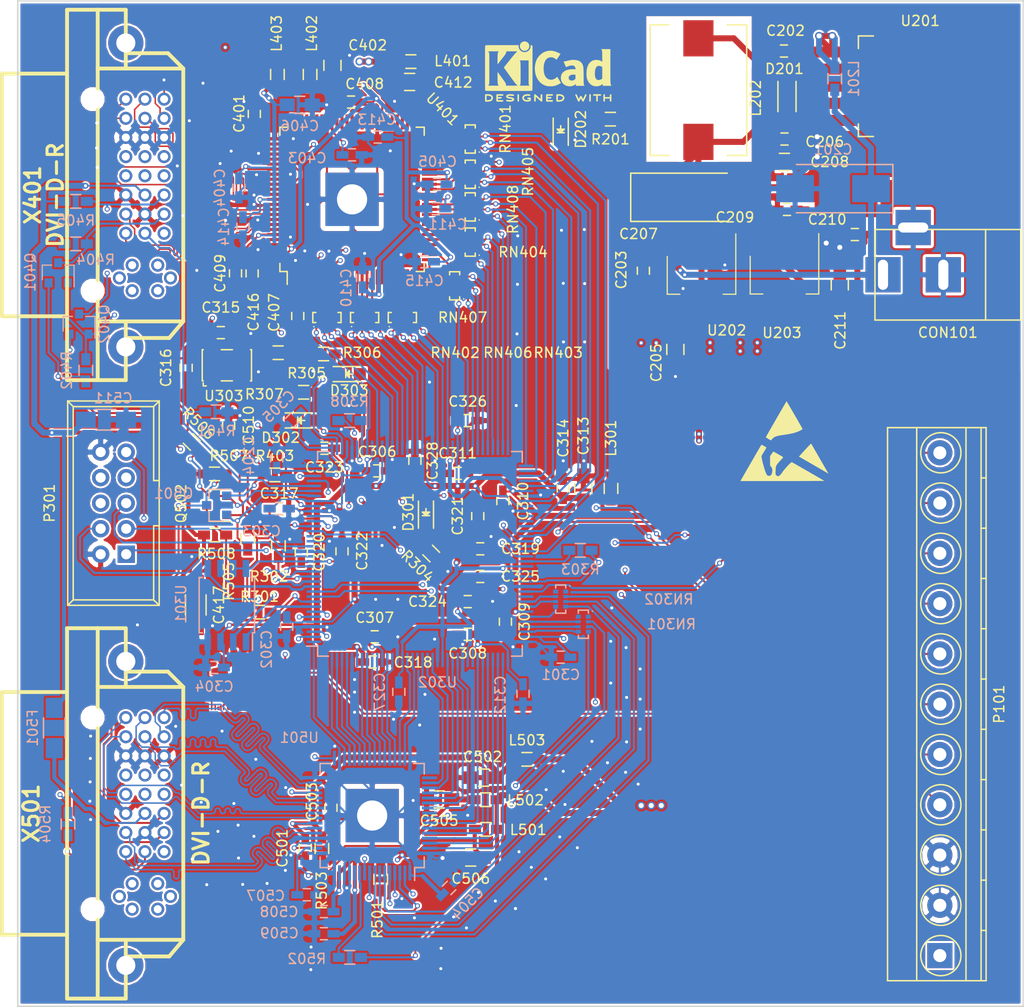
<source format=kicad_pcb>
(kicad_pcb (version 20160815) (host pcbnew "(2016-12-22 revision d365dc590)-master")

  (general
    (links 474)
    (no_connects 3)
    (area 19.924999 19.924999 120.075001 120.075001)
    (thickness 1.6)
    (drawings 6)
    (tracks 4985)
    (zones 0)
    (modules 135)
    (nets 234)
  )

  (page A4)
  (layers
    (0 F.Cu signal)
    (1 In1.Cu signal)
    (2 In2.Cu signal)
    (31 B.Cu signal)
    (32 B.Adhes user)
    (33 F.Adhes user)
    (34 B.Paste user)
    (35 F.Paste user)
    (36 B.SilkS user)
    (37 F.SilkS user)
    (38 B.Mask user)
    (39 F.Mask user)
    (40 Dwgs.User user)
    (41 Cmts.User user)
    (42 Eco1.User user)
    (43 Eco2.User user)
    (44 Edge.Cuts user)
    (45 Margin user)
    (46 B.CrtYd user)
    (47 F.CrtYd user)
    (48 B.Fab user hide)
    (49 F.Fab user hide)
  )

  (setup
    (last_trace_width 0.2)
    (user_trace_width 0.15)
    (user_trace_width 0.2)
    (user_trace_width 0.4)
    (user_trace_width 0.6)
    (user_trace_width 1.5)
    (trace_clearance 0.152)
    (zone_clearance 0.2)
    (zone_45_only no)
    (trace_min 0.15)
    (segment_width 0.2)
    (edge_width 0.15)
    (via_size 0.5)
    (via_drill 0.3)
    (via_min_size 0.5)
    (via_min_drill 0.3)
    (user_via 0.5 0.3)
    (user_via 0.8 0.5)
    (uvia_size 0.3)
    (uvia_drill 0.1)
    (uvias_allowed no)
    (uvia_min_size 0.2)
    (uvia_min_drill 0.1)
    (pcb_text_width 0.3)
    (pcb_text_size 1.5 1.5)
    (mod_edge_width 0.15)
    (mod_text_size 1 1)
    (mod_text_width 0.15)
    (pad_size 3 3)
    (pad_drill 3)
    (pad_to_mask_clearance 0.2)
    (aux_axis_origin 0 0)
    (grid_origin 20 120.025)
    (visible_elements FFFFFFFF)
    (pcbplotparams
      (layerselection 0x010f0_ffffffff)
      (usegerberextensions false)
      (excludeedgelayer true)
      (linewidth 0.100000)
      (plotframeref false)
      (viasonmask false)
      (mode 1)
      (useauxorigin false)
      (hpglpennumber 1)
      (hpglpenspeed 20)
      (hpglpendiameter 15)
      (psnegative false)
      (psa4output false)
      (plotreference true)
      (plotvalue true)
      (plotinvisibletext false)
      (padsonsilk false)
      (subtractmaskfromsilk false)
      (outputformat 1)
      (mirror false)
      (drillshape 0)
      (scaleselection 1)
      (outputdirectory gerber/))
  )

  (net 0 "")
  (net 1 /power/VIN)
  (net 2 GND)
  (net 3 "Net-(C202-Pad2)")
  (net 4 +2V5)
  (net 5 +3V3)
  (net 6 +1V2)
  (net 7 +V_IO)
  (net 8 /dvi_out/TVDD)
  (net 9 "Net-(D201-Pad1)")
  (net 10 "Net-(D202-Pad2)")
  (net 11 "Net-(F501-Pad1)")
  (net 12 +5V)
  (net 13 /GPIO0)
  (net 14 /GPIO1)
  (net 15 /GPIO2)
  (net 16 /GPIO3)
  (net 17 /GPIO4)
  (net 18 /GPIO5)
  (net 19 /GPIO6)
  (net 20 /GPIO7)
  (net 21 "Net-(P301-Pad9)")
  (net 22 "Net-(P301-Pad8)")
  (net 23 "Net-(P301-Pad7)")
  (net 24 "Net-(P301-Pad6)")
  (net 25 "Net-(P301-Pad5)")
  (net 26 "Net-(P301-Pad3)")
  (net 27 "Net-(P301-Pad1)")
  (net 28 /dvi_in/DDCDAT_IN)
  (net 29 /dvi_in/DDCCLK_IN)
  (net 30 /dvi_out/DDCDAT)
  (net 31 /dvi_out/DDCCLK)
  (net 32 "Net-(R301-Pad1)")
  (net 33 "Net-(R302-Pad1)")
  (net 34 "Net-(R303-Pad1)")
  (net 35 /fpga/CLK50)
  (net 36 "Net-(R307-Pad2)")
  (net 37 /dvi_out/TXCLK+)
  (net 38 "Net-(R308-Pad1)")
  (net 39 /fpga/CLKIN)
  (net 40 /dvi_in/HOTPLUG)
  (net 41 "Net-(R501-Pad1)")
  (net 42 /dvi_out/MSEN)
  (net 43 "Net-(R503-Pad2)")
  (net 44 /dvi_out/HOTPLUG)
  (net 45 "Net-(R504-Pad1)")
  (net 46 "Net-(RN301-Pad7)")
  (net 47 "Net-(RN301-Pad6)")
  (net 48 "Net-(RN301-Pad5)")
  (net 49 "Net-(RN301-Pad8)")
  (net 50 /dvi_out/CTL1)
  (net 51 /dvi_out/DE)
  (net 52 /dvi_out/VSYNC)
  (net 53 /dvi_out/HSYNC)
  (net 54 /dvi_out/CTL2)
  (net 55 /dvi_out/CTL3)
  (net 56 "Net-(RN302-Pad8)")
  (net 57 "Net-(RN302-Pad5)")
  (net 58 "Net-(RN302-Pad6)")
  (net 59 "Net-(RN302-Pad7)")
  (net 60 /dvi_in/DE)
  (net 61 /dvi_in/VSYNC)
  (net 62 /dvi_in/HSYNC)
  (net 63 "Net-(RN401-Pad4)")
  (net 64 "Net-(RN401-Pad8)")
  (net 65 "Net-(RN401-Pad5)")
  (net 66 "Net-(RN401-Pad6)")
  (net 67 "Net-(RN401-Pad7)")
  (net 68 "Net-(RN402-Pad7)")
  (net 69 "Net-(RN402-Pad6)")
  (net 70 "Net-(RN402-Pad5)")
  (net 71 "Net-(RN402-Pad8)")
  (net 72 /dvi_in/DATI3)
  (net 73 /dvi_in/DATI2)
  (net 74 /dvi_in/DATI1)
  (net 75 /dvi_in/DATI0)
  (net 76 "Net-(RN403-Pad7)")
  (net 77 "Net-(RN403-Pad6)")
  (net 78 "Net-(RN403-Pad5)")
  (net 79 "Net-(RN403-Pad8)")
  (net 80 /dvi_in/DATI11)
  (net 81 /dvi_in/DATI10)
  (net 82 /dvi_in/DATI9)
  (net 83 /dvi_in/DATI8)
  (net 84 "Net-(RN404-Pad7)")
  (net 85 "Net-(RN404-Pad6)")
  (net 86 "Net-(RN404-Pad5)")
  (net 87 "Net-(RN404-Pad8)")
  (net 88 /dvi_in/DATI19)
  (net 89 /dvi_in/DATI18)
  (net 90 /dvi_in/DATI17)
  (net 91 /dvi_in/DATI16)
  (net 92 "Net-(RN405-Pad7)")
  (net 93 "Net-(RN405-Pad6)")
  (net 94 "Net-(RN405-Pad5)")
  (net 95 "Net-(RN405-Pad8)")
  (net 96 /dvi_in/CTL3)
  (net 97 /dvi_in/CTL2)
  (net 98 /dvi_in/CTL1)
  (net 99 /dvi_in/DATI4)
  (net 100 /dvi_in/DATI5)
  (net 101 /dvi_in/DATI6)
  (net 102 /dvi_in/DATI7)
  (net 103 "Net-(RN406-Pad8)")
  (net 104 "Net-(RN406-Pad5)")
  (net 105 "Net-(RN406-Pad6)")
  (net 106 "Net-(RN406-Pad7)")
  (net 107 /dvi_in/DATI12)
  (net 108 /dvi_in/DATI13)
  (net 109 /dvi_in/DATI14)
  (net 110 /dvi_in/DATI15)
  (net 111 "Net-(RN407-Pad8)")
  (net 112 "Net-(RN407-Pad5)")
  (net 113 "Net-(RN407-Pad6)")
  (net 114 "Net-(RN407-Pad7)")
  (net 115 /dvi_in/DATI20)
  (net 116 /dvi_in/DATI21)
  (net 117 /dvi_in/DATI22)
  (net 118 /dvi_in/DATI23)
  (net 119 "Net-(RN408-Pad8)")
  (net 120 "Net-(RN408-Pad5)")
  (net 121 "Net-(RN408-Pad6)")
  (net 122 "Net-(RN408-Pad7)")
  (net 123 /dvi_out/DATO4)
  (net 124 /dvi_out/DATO5)
  (net 125 /dvi_out/DATO6)
  (net 126 /dvi_out/DATO7)
  (net 127 /dvi_out/DATO12)
  (net 128 /dvi_out/DATO13)
  (net 129 /dvi_out/DATO14)
  (net 130 /dvi_out/DATO15)
  (net 131 /dvi_out/DATO20)
  (net 132 /dvi_out/DATO21)
  (net 133 /dvi_out/DATO22)
  (net 134 /dvi_out/DATO23)
  (net 135 /dvi_out/DATO3)
  (net 136 /dvi_out/DATO2)
  (net 137 /dvi_out/DATO1)
  (net 138 /dvi_out/DATO0)
  (net 139 /dvi_out/DATO11)
  (net 140 /dvi_out/DATO10)
  (net 141 /dvi_out/DATO9)
  (net 142 /dvi_out/DATO8)
  (net 143 /dvi_out/DATO19)
  (net 144 /dvi_out/DATO18)
  (net 145 /dvi_out/DATO17)
  (net 146 /dvi_out/DATO16)
  (net 147 /fpga/DCLK)
  (net 148 /fpga/ASDI)
  (net 149 /fpga/DATA)
  (net 150 /fpga/nCS)
  (net 151 "Net-(U302-Pad127)")
  (net 152 /dvi_in/LINK_ACT)
  (net 153 /dvi_in/PDOWN)
  (net 154 /dvi_out/EDGE)
  (net 155 /dvi_out/DKEN)
  (net 156 "Net-(U303-Pad1)")
  (net 157 "Net-(U401-Pad96)")
  (net 158 /dvi_in/RxC-)
  (net 159 /dvi_in/RxC+)
  (net 160 /dvi_in/Rx0+)
  (net 161 /dvi_in/Rx1-)
  (net 162 /dvi_in/Rx1+)
  (net 163 /dvi_in/Rx2-)
  (net 164 /dvi_in/Rx2+)
  (net 165 "Net-(U401-Pad77)")
  (net 166 "Net-(U401-Pad75)")
  (net 167 "Net-(U401-Pad74)")
  (net 168 "Net-(U401-Pad73)")
  (net 169 "Net-(U401-Pad72)")
  (net 170 "Net-(U401-Pad71)")
  (net 171 "Net-(U401-Pad70)")
  (net 172 "Net-(U401-Pad69)")
  (net 173 "Net-(U401-Pad66)")
  (net 174 "Net-(U401-Pad65)")
  (net 175 "Net-(U401-Pad64)")
  (net 176 "Net-(U401-Pad63)")
  (net 177 "Net-(U401-Pad62)")
  (net 178 "Net-(U401-Pad61)")
  (net 179 "Net-(U401-Pad60)")
  (net 180 "Net-(U401-Pad59)")
  (net 181 "Net-(U401-Pad56)")
  (net 182 "Net-(U401-Pad55)")
  (net 183 "Net-(U401-Pad54)")
  (net 184 "Net-(U401-Pad53)")
  (net 185 "Net-(U401-Pad52)")
  (net 186 "Net-(U401-Pad51)")
  (net 187 "Net-(U401-Pad50)")
  (net 188 "Net-(U401-Pad49)")
  (net 189 "Net-(U501-Pad56)")
  (net 190 "Net-(U501-Pad49)")
  (net 191 /dvi_out/TX2+)
  (net 192 /dvi_out/TX2-)
  (net 193 /dvi_out/TX1+)
  (net 194 /dvi_out/TX1-)
  (net 195 /dvi_out/TX0+)
  (net 196 /dvi_out/TX0-)
  (net 197 /dvi_out/TXC+)
  (net 198 /dvi_out/TXC-)
  (net 199 "Net-(X401-Pad8)")
  (net 200 "Net-(X401-Pad21)")
  (net 201 "Net-(X401-Pad20)")
  (net 202 "Net-(X401-Pad13)")
  (net 203 "Net-(X401-Pad12)")
  (net 204 "Net-(X401-Pad5)")
  (net 205 "Net-(X401-Pad4)")
  (net 206 "Net-(X501-Pad4)")
  (net 207 "Net-(X501-Pad5)")
  (net 208 "Net-(X501-Pad12)")
  (net 209 "Net-(X501-Pad13)")
  (net 210 "Net-(X501-Pad20)")
  (net 211 "Net-(X501-Pad21)")
  (net 212 "Net-(X501-Pad8)")
  (net 213 "Net-(D301-Pad2)")
  (net 214 "Net-(D302-Pad2)")
  (net 215 "Net-(D303-Pad2)")
  (net 216 /dvi_in/Rx0-)
  (net 217 "Net-(U302-Pad99)")
  (net 218 "Net-(U302-Pad84)")
  (net 219 "Net-(U302-Pad83)")
  (net 220 "Net-(RN302-Pad1)")
  (net 221 "Net-(D301-Pad1)")
  (net 222 "Net-(D302-Pad1)")
  (net 223 "Net-(D303-Pad1)")
  (net 224 "Net-(RN301-Pad1)")
  (net 225 /dvi_in/PVDD)
  (net 226 /dvi_in/DVDD)
  (net 227 /dvi_in/AVDD)
  (net 228 /dvi_out/DVDD)
  (net 229 /dvi_out/PVDD)
  (net 230 /dvi_out/DDCDAT_)
  (net 231 /dvi_out/DDCCLK_)
  (net 232 /dvi_in/DDCDAT_)
  (net 233 /dvi_in/DDCCLK_)

  (net_class Default "This is the default net class."
    (clearance 0.152)
    (trace_width 0.2)
    (via_dia 0.5)
    (via_drill 0.3)
    (uvia_dia 0.3)
    (uvia_drill 0.1)
    (diff_pair_gap 0.25)
    (diff_pair_width 0.2)
    (add_net +1V2)
    (add_net +2V5)
    (add_net +3V3)
    (add_net +5V)
    (add_net +V_IO)
    (add_net /GPIO0)
    (add_net /GPIO1)
    (add_net /GPIO2)
    (add_net /GPIO3)
    (add_net /GPIO4)
    (add_net /GPIO5)
    (add_net /GPIO6)
    (add_net /GPIO7)
    (add_net /dvi_in/AVDD)
    (add_net /dvi_in/CTL1)
    (add_net /dvi_in/CTL2)
    (add_net /dvi_in/CTL3)
    (add_net /dvi_in/DATI0)
    (add_net /dvi_in/DATI1)
    (add_net /dvi_in/DATI10)
    (add_net /dvi_in/DATI11)
    (add_net /dvi_in/DATI12)
    (add_net /dvi_in/DATI13)
    (add_net /dvi_in/DATI14)
    (add_net /dvi_in/DATI15)
    (add_net /dvi_in/DATI16)
    (add_net /dvi_in/DATI17)
    (add_net /dvi_in/DATI18)
    (add_net /dvi_in/DATI19)
    (add_net /dvi_in/DATI2)
    (add_net /dvi_in/DATI20)
    (add_net /dvi_in/DATI21)
    (add_net /dvi_in/DATI22)
    (add_net /dvi_in/DATI23)
    (add_net /dvi_in/DATI3)
    (add_net /dvi_in/DATI4)
    (add_net /dvi_in/DATI5)
    (add_net /dvi_in/DATI6)
    (add_net /dvi_in/DATI7)
    (add_net /dvi_in/DATI8)
    (add_net /dvi_in/DATI9)
    (add_net /dvi_in/DDCCLK_)
    (add_net /dvi_in/DDCCLK_IN)
    (add_net /dvi_in/DDCDAT_)
    (add_net /dvi_in/DDCDAT_IN)
    (add_net /dvi_in/DE)
    (add_net /dvi_in/DVDD)
    (add_net /dvi_in/HOTPLUG)
    (add_net /dvi_in/HSYNC)
    (add_net /dvi_in/LINK_ACT)
    (add_net /dvi_in/PDOWN)
    (add_net /dvi_in/PVDD)
    (add_net /dvi_in/Rx0+)
    (add_net /dvi_in/Rx0-)
    (add_net /dvi_in/Rx1+)
    (add_net /dvi_in/Rx1-)
    (add_net /dvi_in/Rx2+)
    (add_net /dvi_in/Rx2-)
    (add_net /dvi_in/RxC+)
    (add_net /dvi_in/RxC-)
    (add_net /dvi_in/VSYNC)
    (add_net /dvi_out/CTL1)
    (add_net /dvi_out/CTL2)
    (add_net /dvi_out/CTL3)
    (add_net /dvi_out/DATO0)
    (add_net /dvi_out/DATO1)
    (add_net /dvi_out/DATO10)
    (add_net /dvi_out/DATO11)
    (add_net /dvi_out/DATO12)
    (add_net /dvi_out/DATO13)
    (add_net /dvi_out/DATO14)
    (add_net /dvi_out/DATO15)
    (add_net /dvi_out/DATO16)
    (add_net /dvi_out/DATO17)
    (add_net /dvi_out/DATO18)
    (add_net /dvi_out/DATO19)
    (add_net /dvi_out/DATO2)
    (add_net /dvi_out/DATO20)
    (add_net /dvi_out/DATO21)
    (add_net /dvi_out/DATO22)
    (add_net /dvi_out/DATO23)
    (add_net /dvi_out/DATO3)
    (add_net /dvi_out/DATO4)
    (add_net /dvi_out/DATO5)
    (add_net /dvi_out/DATO6)
    (add_net /dvi_out/DATO7)
    (add_net /dvi_out/DATO8)
    (add_net /dvi_out/DATO9)
    (add_net /dvi_out/DDCCLK)
    (add_net /dvi_out/DDCCLK_)
    (add_net /dvi_out/DDCDAT)
    (add_net /dvi_out/DDCDAT_)
    (add_net /dvi_out/DE)
    (add_net /dvi_out/DKEN)
    (add_net /dvi_out/DVDD)
    (add_net /dvi_out/EDGE)
    (add_net /dvi_out/HOTPLUG)
    (add_net /dvi_out/HSYNC)
    (add_net /dvi_out/MSEN)
    (add_net /dvi_out/PVDD)
    (add_net /dvi_out/TVDD)
    (add_net /dvi_out/TX0+)
    (add_net /dvi_out/TX0-)
    (add_net /dvi_out/TX1+)
    (add_net /dvi_out/TX1-)
    (add_net /dvi_out/TX2+)
    (add_net /dvi_out/TX2-)
    (add_net /dvi_out/TXC+)
    (add_net /dvi_out/TXC-)
    (add_net /dvi_out/TXCLK+)
    (add_net /dvi_out/VSYNC)
    (add_net /fpga/ASDI)
    (add_net /fpga/CLK50)
    (add_net /fpga/CLKIN)
    (add_net /fpga/DATA)
    (add_net /fpga/DCLK)
    (add_net /fpga/nCS)
    (add_net /power/VIN)
    (add_net GND)
    (add_net "Net-(C202-Pad2)")
    (add_net "Net-(D201-Pad1)")
    (add_net "Net-(D202-Pad2)")
    (add_net "Net-(D301-Pad1)")
    (add_net "Net-(D301-Pad2)")
    (add_net "Net-(D302-Pad1)")
    (add_net "Net-(D302-Pad2)")
    (add_net "Net-(D303-Pad1)")
    (add_net "Net-(D303-Pad2)")
    (add_net "Net-(F501-Pad1)")
    (add_net "Net-(P301-Pad1)")
    (add_net "Net-(P301-Pad3)")
    (add_net "Net-(P301-Pad5)")
    (add_net "Net-(P301-Pad6)")
    (add_net "Net-(P301-Pad7)")
    (add_net "Net-(P301-Pad8)")
    (add_net "Net-(P301-Pad9)")
    (add_net "Net-(R301-Pad1)")
    (add_net "Net-(R302-Pad1)")
    (add_net "Net-(R303-Pad1)")
    (add_net "Net-(R307-Pad2)")
    (add_net "Net-(R308-Pad1)")
    (add_net "Net-(R501-Pad1)")
    (add_net "Net-(R503-Pad2)")
    (add_net "Net-(R504-Pad1)")
    (add_net "Net-(RN301-Pad1)")
    (add_net "Net-(RN301-Pad5)")
    (add_net "Net-(RN301-Pad6)")
    (add_net "Net-(RN301-Pad7)")
    (add_net "Net-(RN301-Pad8)")
    (add_net "Net-(RN302-Pad1)")
    (add_net "Net-(RN302-Pad5)")
    (add_net "Net-(RN302-Pad6)")
    (add_net "Net-(RN302-Pad7)")
    (add_net "Net-(RN302-Pad8)")
    (add_net "Net-(RN401-Pad4)")
    (add_net "Net-(RN401-Pad5)")
    (add_net "Net-(RN401-Pad6)")
    (add_net "Net-(RN401-Pad7)")
    (add_net "Net-(RN401-Pad8)")
    (add_net "Net-(RN402-Pad5)")
    (add_net "Net-(RN402-Pad6)")
    (add_net "Net-(RN402-Pad7)")
    (add_net "Net-(RN402-Pad8)")
    (add_net "Net-(RN403-Pad5)")
    (add_net "Net-(RN403-Pad6)")
    (add_net "Net-(RN403-Pad7)")
    (add_net "Net-(RN403-Pad8)")
    (add_net "Net-(RN404-Pad5)")
    (add_net "Net-(RN404-Pad6)")
    (add_net "Net-(RN404-Pad7)")
    (add_net "Net-(RN404-Pad8)")
    (add_net "Net-(RN405-Pad5)")
    (add_net "Net-(RN405-Pad6)")
    (add_net "Net-(RN405-Pad7)")
    (add_net "Net-(RN405-Pad8)")
    (add_net "Net-(RN406-Pad5)")
    (add_net "Net-(RN406-Pad6)")
    (add_net "Net-(RN406-Pad7)")
    (add_net "Net-(RN406-Pad8)")
    (add_net "Net-(RN407-Pad5)")
    (add_net "Net-(RN407-Pad6)")
    (add_net "Net-(RN407-Pad7)")
    (add_net "Net-(RN407-Pad8)")
    (add_net "Net-(RN408-Pad5)")
    (add_net "Net-(RN408-Pad6)")
    (add_net "Net-(RN408-Pad7)")
    (add_net "Net-(RN408-Pad8)")
    (add_net "Net-(U302-Pad127)")
    (add_net "Net-(U302-Pad83)")
    (add_net "Net-(U302-Pad84)")
    (add_net "Net-(U302-Pad99)")
    (add_net "Net-(U303-Pad1)")
    (add_net "Net-(U401-Pad49)")
    (add_net "Net-(U401-Pad50)")
    (add_net "Net-(U401-Pad51)")
    (add_net "Net-(U401-Pad52)")
    (add_net "Net-(U401-Pad53)")
    (add_net "Net-(U401-Pad54)")
    (add_net "Net-(U401-Pad55)")
    (add_net "Net-(U401-Pad56)")
    (add_net "Net-(U401-Pad59)")
    (add_net "Net-(U401-Pad60)")
    (add_net "Net-(U401-Pad61)")
    (add_net "Net-(U401-Pad62)")
    (add_net "Net-(U401-Pad63)")
    (add_net "Net-(U401-Pad64)")
    (add_net "Net-(U401-Pad65)")
    (add_net "Net-(U401-Pad66)")
    (add_net "Net-(U401-Pad69)")
    (add_net "Net-(U401-Pad70)")
    (add_net "Net-(U401-Pad71)")
    (add_net "Net-(U401-Pad72)")
    (add_net "Net-(U401-Pad73)")
    (add_net "Net-(U401-Pad74)")
    (add_net "Net-(U401-Pad75)")
    (add_net "Net-(U401-Pad77)")
    (add_net "Net-(U401-Pad96)")
    (add_net "Net-(U501-Pad49)")
    (add_net "Net-(U501-Pad56)")
    (add_net "Net-(X401-Pad12)")
    (add_net "Net-(X401-Pad13)")
    (add_net "Net-(X401-Pad20)")
    (add_net "Net-(X401-Pad21)")
    (add_net "Net-(X401-Pad4)")
    (add_net "Net-(X401-Pad5)")
    (add_net "Net-(X401-Pad8)")
    (add_net "Net-(X501-Pad12)")
    (add_net "Net-(X501-Pad13)")
    (add_net "Net-(X501-Pad20)")
    (add_net "Net-(X501-Pad21)")
    (add_net "Net-(X501-Pad4)")
    (add_net "Net-(X501-Pad5)")
    (add_net "Net-(X501-Pad8)")
  )

  (module smd:LPISM-13x9.55 (layer F.Cu) (tedit 5874DABA) (tstamp 5872988D)
    (at 87.69 28.885 180)
    (path /5839A46D/5839C78F)
    (fp_text reference L202 (at -5.7 -0.8 270) (layer F.SilkS)
      (effects (font (size 1 1) (thickness 0.15)))
    )
    (fp_text value 33u (at 5.9 0 270) (layer F.Fab)
      (effects (font (size 1 1) (thickness 0.15)))
    )
    (fp_line (start -4.8 -6.5) (end -2.9 -6.5) (layer F.SilkS) (width 0.15))
    (fp_line (start -4.8 6.5) (end -4.8 -6.5) (layer F.SilkS) (width 0.15))
    (fp_line (start -2.9 6.5) (end -4.8 6.5) (layer F.SilkS) (width 0.15))
    (fp_line (start 4.8 -6.5) (end 2.9 -6.5) (layer F.SilkS) (width 0.15))
    (fp_line (start 4.8 6.5) (end 4.8 -6.5) (layer F.SilkS) (width 0.15))
    (fp_line (start 2.9 6.5) (end 4.8 6.5) (layer F.SilkS) (width 0.15))
    (pad 2 smd rect (at 0 -5.15 180) (size 3 3.6) (layers F.Cu F.Paste F.Mask)
      (net 5 +3V3))
    (pad 1 smd rect (at 0 5.15 180) (size 3 3.6) (layers F.Cu F.Paste F.Mask)
      (net 9 "Net-(D201-Pad1)"))
    (model ${KISYS3DMOD}/smd.shapes3d/LPISM-13x9.55.x3d
      (at (xyz 0 0 0))
      (scale (xyz 1 1 1))
      (rotate (xyz 0 0 0))
    )
  )

  (module Capacitors_Tantalum_SMD:Tantalum_Case-D_EIA-7343-31_Hand (layer F.Cu) (tedit 57B6E980) (tstamp 586EAA66)
    (at 86.91 39.545)
    (descr "Tantalum capacitor, Case D, EIA 7343-31, 7.3x4.3x2.8mm, Hand soldering footprint")
    (tags "capacitor tantalum smd")
    (path /5839A46D/5839CB5E)
    (attr smd)
    (fp_text reference C207 (at -5.18 3.64) (layer F.SilkS)
      (effects (font (size 1 1) (thickness 0.15)))
    )
    (fp_text value 100u (at 0 3.9) (layer F.Fab)
      (effects (font (size 1 1) (thickness 0.15)))
    )
    (fp_line (start -6.05 -2.5) (end -6.05 2.5) (layer F.CrtYd) (width 0.05))
    (fp_line (start -6.05 2.5) (end 6.05 2.5) (layer F.CrtYd) (width 0.05))
    (fp_line (start 6.05 2.5) (end 6.05 -2.5) (layer F.CrtYd) (width 0.05))
    (fp_line (start 6.05 -2.5) (end -6.05 -2.5) (layer F.CrtYd) (width 0.05))
    (fp_line (start -3.65 -2.15) (end -3.65 2.15) (layer F.Fab) (width 0.15))
    (fp_line (start -3.65 2.15) (end 3.65 2.15) (layer F.Fab) (width 0.15))
    (fp_line (start 3.65 2.15) (end 3.65 -2.15) (layer F.Fab) (width 0.15))
    (fp_line (start 3.65 -2.15) (end -3.65 -2.15) (layer F.Fab) (width 0.15))
    (fp_line (start -2.92 -2.15) (end -2.92 2.15) (layer F.Fab) (width 0.15))
    (fp_line (start -2.555 -2.15) (end -2.555 2.15) (layer F.Fab) (width 0.15))
    (fp_line (start -5.95 -2.4) (end 3.65 -2.4) (layer F.SilkS) (width 0.15))
    (fp_line (start -5.95 2.4) (end 3.65 2.4) (layer F.SilkS) (width 0.15))
    (fp_line (start -5.95 -2.4) (end -5.95 2.4) (layer F.SilkS) (width 0.15))
    (pad 1 smd rect (at -3.775 0) (size 3.75 2.7) (layers F.Cu F.Paste F.Mask)
      (net 5 +3V3))
    (pad 2 smd rect (at 3.775 0) (size 3.75 2.7) (layers F.Cu F.Paste F.Mask)
      (net 2 GND))
    (model Capacitors_Tantalum_SMD.3dshapes/Tantalum_Case-D_EIA-7343-31.wrl
      (at (xyz 0 0 0))
      (scale (xyz 1 1 1))
      (rotate (xyz 0 0 0))
    )
  )

  (module artwork:shimatta_std (layer F.Cu) (tedit 0) (tstamp 58695997)
    (at 89.5 112.525)
    (fp_text reference G*** (at 0 0) (layer F.SilkS) hide
      (effects (font (thickness 0.3)))
    )
    (fp_text value LOGO (at 0.75 0) (layer F.SilkS) hide
      (effects (font (thickness 0.3)))
    )
    (fp_poly (pts (xy 10.868794 -0.34663) (xy 10.940082 -0.344725) (xy 11.001581 -0.340759) (xy 11.054456 -0.334558)
      (xy 11.099874 -0.325943) (xy 11.138999 -0.314739) (xy 11.172997 -0.300768) (xy 11.203034 -0.283854)
      (xy 11.230276 -0.263821) (xy 11.255887 -0.240491) (xy 11.256462 -0.239919) (xy 11.289334 -0.201111)
      (xy 11.312259 -0.15891) (xy 11.326574 -0.110035) (xy 11.333618 -0.05121) (xy 11.333643 -0.0508)
      (xy 11.332569 0.023291) (xy 11.320361 0.089289) (xy 11.297275 0.146655) (xy 11.263566 0.19485)
      (xy 11.219491 0.233333) (xy 11.190884 0.250184) (xy 11.170271 0.260221) (xy 11.150623 0.268525)
      (xy 11.130272 0.275304) (xy 11.107549 0.280766) (xy 11.080783 0.285117) (xy 11.048306 0.288565)
      (xy 11.008448 0.291317) (xy 10.959541 0.29358) (xy 10.899914 0.295563) (xy 10.827899 0.297472)
      (xy 10.805885 0.298007) (xy 10.501253 0.308642) (xy 10.207708 0.325718) (xy 9.923258 0.349393)
      (xy 9.645907 0.379823) (xy 9.470624 0.402998) (xy 9.411807 0.410902) (xy 9.364278 0.416192)
      (xy 9.325062 0.418954) (xy 9.291185 0.41927) (xy 9.259672 0.417223) (xy 9.227549 0.412897)
      (xy 9.212169 0.410241) (xy 9.144467 0.392017) (xy 9.087321 0.363849) (xy 9.040745 0.325747)
      (xy 9.004755 0.277724) (xy 8.992925 0.254871) (xy 8.980849 0.218141) (xy 8.973005 0.172373)
      (xy 8.969757 0.122517) (xy 8.971468 0.073524) (xy 8.976926 0.037019) (xy 8.997827 -0.025291)
      (xy 9.0312 -0.080963) (xy 9.075937 -0.128488) (xy 9.122686 -0.16171) (xy 9.147207 -0.17458)
      (xy 9.175393 -0.186432) (xy 9.208483 -0.197521) (xy 9.247713 -0.208107) (xy 9.294321 -0.218445)
      (xy 9.349544 -0.228794) (xy 9.414619 -0.23941) (xy 9.490782 -0.250551) (xy 9.579273 -0.262474)
      (xy 9.652 -0.271774) (xy 9.800914 -0.289224) (xy 9.950405 -0.304133) (xy 10.103324 -0.316716)
      (xy 10.262527 -0.327186) (xy 10.430867 -0.335758) (xy 10.584543 -0.341755) (xy 10.69219 -0.344969)
      (xy 10.786552 -0.346653) (xy 10.868794 -0.34663)) (layer F.Mask) (width 0.01))
    (fp_poly (pts (xy 3.280686 -0.880939) (xy 3.34556 -0.879771) (xy 3.402872 -0.877617) (xy 3.449973 -0.87446)
      (xy 3.472543 -0.872037) (xy 3.61367 -0.849571) (xy 3.744701 -0.82007) (xy 3.868701 -0.782621)
      (xy 3.988736 -0.73631) (xy 4.096467 -0.686017) (xy 4.193868 -0.632986) (xy 4.288297 -0.574006)
      (xy 4.3772 -0.510941) (xy 4.458022 -0.445653) (xy 4.528209 -0.380007) (xy 4.555365 -0.351156)
      (xy 4.639992 -0.246318) (xy 4.713364 -0.13273) (xy 4.774921 -0.011455) (xy 4.824102 0.116443)
      (xy 4.850885 0.209423) (xy 4.879181 0.347701) (xy 4.896607 0.490707) (xy 4.903125 0.635529)
      (xy 4.898699 0.779253) (xy 4.88329 0.918966) (xy 4.861451 1.032728) (xy 4.824346 1.160933)
      (xy 4.77372 1.287533) (xy 4.710565 1.41087) (xy 4.635874 1.529285) (xy 4.550639 1.641117)
      (xy 4.455854 1.744709) (xy 4.40832 1.79005) (xy 4.299338 1.882172) (xy 4.177612 1.971762)
      (xy 4.04482 2.057926) (xy 3.902638 2.139772) (xy 3.752745 2.216408) (xy 3.596818 2.286942)
      (xy 3.436534 2.350482) (xy 3.27357 2.406135) (xy 3.218543 2.422898) (xy 3.139899 2.444368)
      (xy 3.049468 2.466013) (xy 2.949959 2.487315) (xy 2.844082 2.507761) (xy 2.734547 2.526832)
      (xy 2.624065 2.544015) (xy 2.515345 2.558792) (xy 2.485571 2.56243) (xy 2.428012 2.568359)
      (xy 2.365313 2.573218) (xy 2.299907 2.576957) (xy 2.234229 2.579525) (xy 2.17071 2.580872)
      (xy 2.111786 2.580947) (xy 2.05989 2.579698) (xy 2.017454 2.577077) (xy 1.986913 2.573032)
      (xy 1.985844 2.572813) (xy 1.91558 2.552339) (xy 1.8565 2.522842) (xy 1.808841 2.484627)
      (xy 1.772841 2.437998) (xy 1.748736 2.38326) (xy 1.736764 2.320717) (xy 1.736929 2.253327)
      (xy 1.748307 2.186275) (xy 1.77048 2.128668) (xy 1.803758 2.079916) (xy 1.848452 2.039427)
      (xy 1.849677 2.038544) (xy 1.877767 2.020506) (xy 1.908228 2.005555) (xy 1.943115 1.993169)
      (xy 1.984481 1.982826) (xy 2.034379 1.974007) (xy 2.094863 1.966188) (xy 2.161084 1.959481)
      (xy 2.311846 1.944454) (xy 2.450169 1.928139) (xy 2.578102 1.910074) (xy 2.697697 1.889796)
      (xy 2.811005 1.866842) (xy 2.920076 1.84075) (xy 3.026962 1.811058) (xy 3.133714 1.777303)
      (xy 3.242382 1.739022) (xy 3.355017 1.695754) (xy 3.386254 1.683205) (xy 3.439042 1.660814)
      (xy 3.498085 1.634078) (xy 3.560068 1.604637) (xy 3.621674 1.574131) (xy 3.679588 1.5442)
      (xy 3.730494 1.516484) (xy 3.76929 1.493734) (xy 3.863531 1.428613) (xy 3.952139 1.353949)
      (xy 4.033116 1.271853) (xy 4.104465 1.184435) (xy 4.16419 1.093803) (xy 4.186568 1.052873)
      (xy 4.225348 0.967344) (xy 4.253373 0.882119) (xy 4.271449 0.793702) (xy 4.280379 0.698597)
      (xy 4.281685 0.639641) (xy 4.277001 0.527464) (xy 4.262763 0.425302) (xy 4.238591 0.331924)
      (xy 4.204105 0.2461) (xy 4.158926 0.166599) (xy 4.119 0.11188) (xy 4.060291 0.048463)
      (xy 3.988142 -0.012032) (xy 3.902275 -0.06981) (xy 3.802411 -0.125073) (xy 3.778387 -0.136985)
      (xy 3.681686 -0.179417) (xy 3.583439 -0.212975) (xy 3.48168 -0.237992) (xy 3.374444 -0.254803)
      (xy 3.259766 -0.263742) (xy 3.13568 -0.265143) (xy 3.043531 -0.261888) (xy 2.888029 -0.251649)
      (xy 2.734088 -0.236994) (xy 2.580213 -0.217612) (xy 2.424912 -0.193189) (xy 2.26669 -0.163413)
      (xy 2.104054 -0.127969) (xy 1.93551 -0.086547) (xy 1.759564 -0.038832) (xy 1.574722 0.015488)
      (xy 1.379491 0.076726) (xy 1.29428 0.104504) (xy 1.212487 0.131377) (xy 1.14306 0.153997)
      (xy 1.08461 0.172751) (xy 1.035751 0.188021) (xy 0.995094 0.200194) (xy 0.961252 0.209655)
      (xy 0.932836 0.216787) (xy 0.908459 0.221977) (xy 0.886733 0.225608) (xy 0.86627 0.228067)
      (xy 0.845683 0.229737) (xy 0.841828 0.229985) (xy 0.770694 0.22918) (xy 0.705988 0.217912)
      (xy 0.648912 0.196762) (xy 0.60067 0.166307) (xy 0.562463 0.127129) (xy 0.536857 0.083059)
      (xy 0.516575 0.01964) (xy 0.509485 -0.04353) (xy 0.515258 -0.10471) (xy 0.533566 -0.162158)
      (xy 0.564078 -0.214131) (xy 0.6005 -0.25372) (xy 0.627556 -0.275729) (xy 0.658526 -0.29656)
      (xy 0.694993 -0.316941) (xy 0.738543 -0.337601) (xy 0.790758 -0.359268) (xy 0.853223 -0.382671)
      (xy 0.927522 -0.40854) (xy 0.962785 -0.420363) (xy 1.235996 -0.508259) (xy 1.498548 -0.586824)
      (xy 1.750821 -0.656148) (xy 1.993199 -0.71632) (xy 2.226063 -0.767428) (xy 2.449796 -0.809563)
      (xy 2.664779 -0.842814) (xy 2.871395 -0.86727) (xy 2.881085 -0.868221) (xy 2.935666 -0.872605)
      (xy 2.998589 -0.876105) (xy 3.067203 -0.878706) (xy 3.138857 -0.88039) (xy 3.210902 -0.88114)
      (xy 3.280686 -0.880939)) (layer F.Mask) (width 0.01))
    (fp_poly (pts (xy 9.003608 1.085203) (xy 9.056887 1.097351) (xy 9.102289 1.118483) (xy 9.136442 1.144109)
      (xy 9.162501 1.170161) (xy 9.183639 1.197962) (xy 9.200436 1.229422) (xy 9.213471 1.266452)
      (xy 9.223323 1.310961) (xy 9.230572 1.364858) (xy 9.235796 1.430055) (xy 9.238428 1.480457)
      (xy 9.242463 1.556719) (xy 9.247451 1.620598) (xy 9.253768 1.674212) (xy 9.261789 1.719683)
      (xy 9.27189 1.759128) (xy 9.284448 1.794667) (xy 9.299837 1.828421) (xy 9.300281 1.8293)
      (xy 9.32368 1.861058) (xy 9.36009 1.889396) (xy 9.409773 1.914428) (xy 9.472988 1.936271)
      (xy 9.549997 1.955039) (xy 9.608457 1.96579) (xy 9.659854 1.973801) (xy 9.709141 1.980441)
      (xy 9.758607 1.98587) (xy 9.810543 1.990245) (xy 9.86724 1.993727) (xy 9.930987 1.996474)
      (xy 10.004074 1.998645) (xy 10.088793 2.000399) (xy 10.112828 2.000803) (xy 10.344931 2.000686)
      (xy 10.574631 1.992926) (xy 10.799511 1.977698) (xy 11.017155 1.955179) (xy 11.225147 1.925543)
      (xy 11.283945 1.915532) (xy 11.323332 1.909019) (xy 11.353394 1.905485) (xy 11.37896 1.904703)
      (xy 11.404859 1.906445) (xy 11.424674 1.908893) (xy 11.494816 1.923371) (xy 11.553352 1.946196)
      (xy 11.600789 1.977718) (xy 11.637635 2.018289) (xy 11.664396 2.068258) (xy 11.667708 2.076961)
      (xy 11.674691 2.105256) (xy 11.679662 2.14325) (xy 11.682423 2.186242) (xy 11.682775 2.229529)
      (xy 11.680518 2.26841) (xy 11.676827 2.29262) (xy 11.655383 2.357769) (xy 11.621693 2.415438)
      (xy 11.576172 2.465251) (xy 11.51923 2.506833) (xy 11.451281 2.539807) (xy 11.381702 2.561655)
      (xy 11.342402 2.569881) (xy 11.29029 2.578484) (xy 11.227059 2.587284) (xy 11.154403 2.596097)
      (xy 11.074012 2.604743) (xy 10.987579 2.61304) (xy 10.896797 2.620806) (xy 10.803359 2.62786)
      (xy 10.708955 2.634021) (xy 10.705281 2.63424) (xy 10.652261 2.63689) (xy 10.589033 2.639219)
      (xy 10.517978 2.641203) (xy 10.441476 2.642822) (xy 10.36191 2.644053) (xy 10.281658 2.644874)
      (xy 10.203102 2.645263) (xy 10.128622 2.645198) (xy 10.0606 2.644658) (xy 10.001415 2.643619)
      (xy 9.953449 2.64206) (xy 9.938657 2.641327) (xy 9.768481 2.628296) (xy 9.611394 2.609042)
      (xy 9.467369 2.583557) (xy 9.336381 2.551835) (xy 9.218402 2.51387) (xy 9.113406 2.469654)
      (xy 9.021367 2.419181) (xy 8.998233 2.404142) (xy 8.936306 2.355572) (xy 8.876387 2.295797)
      (xy 8.821128 2.228111) (xy 8.77318 2.155807) (xy 8.735198 2.08218) (xy 8.730868 2.072055)
      (xy 8.707215 2.00826) (xy 8.685371 1.936098) (xy 8.66712 1.861716) (xy 8.660844 1.8307)
      (xy 8.655793 1.795362) (xy 8.651582 1.749235) (xy 8.648253 1.695121) (xy 8.645849 1.635825)
      (xy 8.644412 1.574151) (xy 8.643985 1.512901) (xy 8.64461 1.45488) (xy 8.646328 1.402892)
      (xy 8.649184 1.359739) (xy 8.653218 1.328227) (xy 8.65325 1.328057) (xy 8.671645 1.258488)
      (xy 8.698511 1.200675) (xy 8.734046 1.154447) (xy 8.778447 1.119634) (xy 8.831912 1.096067)
      (xy 8.894638 1.083576) (xy 8.940188 1.081315) (xy 9.003608 1.085203)) (layer F.Mask) (width 0.01))
    (fp_poly (pts (xy -11.3068 -2.522042) (xy -11.243523 -2.508415) (xy -11.18998 -2.484867) (xy -11.145174 -2.450712)
      (xy -11.108109 -2.405266) (xy -11.077788 -2.347845) (xy -11.062557 -2.307771) (xy -11.061106 -2.303062)
      (xy -11.05976 -2.297493) (xy -11.058513 -2.290514) (xy -11.057361 -2.281571) (xy -11.056298 -2.270114)
      (xy -11.055319 -2.255589) (xy -11.054417 -2.237446) (xy -11.053589 -2.215132) (xy -11.052827 -2.188096)
      (xy -11.052128 -2.155784) (xy -11.051485 -2.117645) (xy -11.050893 -2.073128) (xy -11.050346 -2.02168)
      (xy -11.04984 -1.962749) (xy -11.049369 -1.895784) (xy -11.048927 -1.820232) (xy -11.048509 -1.735541)
      (xy -11.04811 -1.64116) (xy -11.047724 -1.536535) (xy -11.047346 -1.421117) (xy -11.04697 -1.294351)
      (xy -11.046591 -1.155687) (xy -11.046203 -1.004573) (xy -11.045802 -0.840455) (xy -11.045381 -0.662784)
      (xy -11.045055 -0.522514) (xy -11.044621 -0.331929) (xy -11.044228 -0.155283) (xy -11.043859 0.008)
      (xy -11.043503 0.158496) (xy -11.043145 0.296779) (xy -11.042771 0.423427) (xy -11.042368 0.539013)
      (xy -11.041921 0.644114) (xy -11.041417 0.739305) (xy -11.040843 0.825162) (xy -11.040184 0.90226)
      (xy -11.039426 0.971175) (xy -11.038556 1.032482) (xy -11.037561 1.086757) (xy -11.036425 1.134576)
      (xy -11.035136 1.176514) (xy -11.033679 1.213146) (xy -11.032041 1.245049) (xy -11.030209 1.272797)
      (xy -11.028167 1.296966) (xy -11.025903 1.318133) (xy -11.023403 1.336871) (xy -11.020653 1.353757)
      (xy -11.017638 1.369367) (xy -11.014346 1.384276) (xy -11.010763 1.399059) (xy -11.006874 1.414293)
      (xy -11.002666 1.430552) (xy -10.998125 1.448412) (xy -10.997798 1.449724) (xy -10.964594 1.558686)
      (xy -10.922022 1.656604) (xy -10.87005 1.743504) (xy -10.808644 1.819409) (xy -10.737771 1.884342)
      (xy -10.6574 1.938328) (xy -10.567497 1.98139) (xy -10.468029 2.013553) (xy -10.358964 2.03484)
      (xy -10.24027 2.045275) (xy -10.18084 2.046437) (xy -10.02365 2.040231) (xy -9.8725 2.021965)
      (xy -9.72797 1.991807) (xy -9.590642 1.949924) (xy -9.461096 1.896487) (xy -9.339913 1.831662)
      (xy -9.260323 1.779565) (xy -9.187902 1.722827) (xy -9.111738 1.652849) (xy -9.032329 1.570273)
      (xy -8.950172 1.475739) (xy -8.865765 1.369888) (xy -8.779606 1.253362) (xy -8.692193 1.126801)
      (xy -8.604024 0.990846) (xy -8.515598 0.846139) (xy -8.456603 0.744866) (xy -8.420295 0.681984)
      (xy -8.389599 0.630434) (xy -8.363414 0.588677) (xy -8.340642 0.555175) (xy -8.320185 0.52839)
      (xy -8.300944 0.506783) (xy -8.28182 0.488815) (xy -8.263208 0.474045) (xy -8.214168 0.444068)
      (xy -8.164588 0.42726) (xy -8.110878 0.422597) (xy -8.087241 0.423921) (xy -8.016328 0.43535)
      (xy -7.956351 0.456006) (xy -7.906749 0.48626) (xy -7.866959 0.526481) (xy -7.836418 0.57704)
      (xy -7.82912 0.593917) (xy -7.822484 0.612165) (xy -7.817901 0.630107) (xy -7.815007 0.650993)
      (xy -7.813441 0.678075) (xy -7.812837 0.714605) (xy -7.812785 0.740229) (xy -7.813068 0.783475)
      (xy -7.814142 0.815935) (xy -7.816453 0.841334) (xy -7.820449 0.863396) (xy -7.826575 0.885845)
      (xy -7.832408 0.903897) (xy -7.851583 0.954021) (xy -7.878322 1.012108) (xy -7.912937 1.078718)
      (xy -7.95574 1.154407) (xy -8.007042 1.239733) (xy -8.067153 1.335253) (xy -8.111874 1.404257)
      (xy -8.184605 1.512428) (xy -8.259972 1.618994) (xy -8.336751 1.722437) (xy -8.413714 1.821243)
      (xy -8.489636 1.913893) (xy -8.563289 1.998871) (xy -8.633448 2.07466) (xy -8.698886 2.139743)
      (xy -8.728507 2.166955) (xy -8.860206 2.275387) (xy -8.997401 2.370806) (xy -9.140585 2.453429)
      (xy -9.290251 2.523473) (xy -9.446893 2.581154) (xy -9.611006 2.626689) (xy -9.783083 2.660295)
      (xy -9.884229 2.674116) (xy -9.919679 2.67748) (xy -9.965044 2.680623) (xy -10.01747 2.683457)
      (xy -10.074102 2.685893) (xy -10.132084 2.687841) (xy -10.188562 2.689214) (xy -10.240682 2.689922)
      (xy -10.285588 2.689876) (xy -10.320426 2.688988) (xy -10.334172 2.688116) (xy -10.416848 2.680487)
      (xy -10.487731 2.672889) (xy -10.549531 2.664887) (xy -10.604963 2.656048) (xy -10.656738 2.645936)
      (xy -10.70757 2.634117) (xy -10.76017 2.620157) (xy -10.762343 2.61955) (xy -10.895114 2.575667)
      (xy -11.018016 2.521153) (xy -11.131009 2.456059) (xy -11.234049 2.380436) (xy -11.327095 2.294335)
      (xy -11.410105 2.197808) (xy -11.483037 2.090905) (xy -11.545849 1.973679) (xy -11.598497 1.84618)
      (xy -11.640942 1.708459) (xy -11.673139 1.560568) (xy -11.683136 1.4986) (xy -11.686392 1.47592)
      (xy -11.68941 1.453712) (xy -11.692198 1.431387) (xy -11.694765 1.408356) (xy -11.697119 1.384029)
      (xy -11.699267 1.357817) (xy -11.701218 1.32913) (xy -11.702981 1.29738) (xy -11.704563 1.261978)
      (xy -11.705972 1.222333) (xy -11.707217 1.177857) (xy -11.708306 1.12796) (xy -11.709247 1.072053)
      (xy -11.710049 1.009548) (xy -11.710719 0.939853) (xy -11.711265 0.862381) (xy -11.711696 0.776542)
      (xy -11.71202 0.681747) (xy -11.712245 0.577406) (xy -11.71238 0.46293) (xy -11.712432 0.337731)
      (xy -11.712409 0.201217) (xy -11.71232 0.052801) (xy -11.712174 -0.108106) (xy -11.711977 -0.282095)
      (xy -11.711739 -0.469755) (xy -11.711625 -0.555171) (xy -11.711372 -0.740789) (xy -11.711126 -0.912453)
      (xy -11.710882 -1.070721) (xy -11.710637 -1.216155) (xy -11.710384 -1.349313) (xy -11.71012 -1.470756)
      (xy -11.709839 -1.581042) (xy -11.709536 -1.680732) (xy -11.709207 -1.770386) (xy -11.708846 -1.850563)
      (xy -11.708449 -1.921822) (xy -11.708011 -1.984725) (xy -11.707527 -2.039829) (xy -11.706992 -2.087696)
      (xy -11.706401 -2.128884) (xy -11.70575 -2.163954) (xy -11.705033 -2.193465) (xy -11.704245 -2.217977)
      (xy -11.703382 -2.238049) (xy -11.70244 -2.254242) (xy -11.701412 -2.267115) (xy -11.700294 -2.277228)
      (xy -11.699081 -2.28514) (xy -11.697768 -2.291411) (xy -11.696452 -2.296269) (xy -11.671006 -2.363617)
      (xy -11.638473 -2.4186) (xy -11.598168 -2.461718) (xy -11.549406 -2.493472) (xy -11.491502 -2.514359)
      (xy -11.42377 -2.524881) (xy -11.380808 -2.526432) (xy -11.3068 -2.522042)) (layer F.Mask) (width 0.01))
    (fp_poly (pts (xy -3.559915 -2.67363) (xy -3.527662 -2.672116) (xy -3.502924 -2.669038) (xy -3.482216 -2.664033)
      (xy -3.470809 -2.660152) (xy -3.415622 -2.632162) (xy -3.368679 -2.592564) (xy -3.330749 -2.542186)
      (xy -3.302598 -2.481862) (xy -3.300523 -2.475831) (xy -3.296805 -2.464283) (xy -3.293693 -2.452885)
      (xy -3.291121 -2.440254) (xy -3.289024 -2.425013) (xy -3.287338 -2.405779) (xy -3.285999 -2.381174)
      (xy -3.284941 -2.349817) (xy -3.2841 -2.310328) (xy -3.283411 -2.261328) (xy -3.28281 -2.201435)
      (xy -3.282231 -2.129271) (xy -3.281853 -2.077347) (xy -3.279345 -1.727181) (xy -3.230801 -1.730904)
      (xy -3.206695 -1.732626) (xy -3.171856 -1.73495) (xy -3.130042 -1.737632) (xy -3.08501 -1.740429)
      (xy -3.058886 -1.74201) (xy -2.881272 -1.753814) (xy -2.698095 -1.768205) (xy -2.51397 -1.784758)
      (xy -2.333515 -1.803049) (xy -2.161343 -1.822655) (xy -2.104572 -1.829664) (xy -2.021747 -1.839307)
      (xy -1.951374 -1.845543) (xy -1.891768 -1.848244) (xy -1.841242 -1.847281) (xy -1.798109 -1.842527)
      (xy -1.760683 -1.833853) (xy -1.727278 -1.821131) (xy -1.696207 -1.804233) (xy -1.686432 -1.797889)
      (xy -1.641947 -1.759253) (xy -1.606472 -1.709427) (xy -1.588388 -1.671191) (xy -1.581081 -1.650724)
      (xy -1.576239 -1.630607) (xy -1.573383 -1.607046) (xy -1.57204 -1.576247) (xy -1.571728 -1.538514)
      (xy -1.57211 -1.497732) (xy -1.573571 -1.467667) (xy -1.576585 -1.444532) (xy -1.581625 -1.424542)
      (xy -1.588291 -1.406095) (xy -1.615883 -1.355694) (xy -1.655557 -1.310913) (xy -1.705527 -1.273093)
      (xy -1.764007 -1.243573) (xy -1.82921 -1.223693) (xy -1.832429 -1.223015) (xy -1.864504 -1.217398)
      (xy -1.909498 -1.211019) (xy -1.965841 -1.204024) (xy -2.031966 -1.196563) (xy -2.106305 -1.188782)
      (xy -2.18729 -1.18083) (xy -2.273354 -1.172855) (xy -2.362928 -1.165006) (xy -2.454444 -1.157429)
      (xy -2.546334 -1.150273) (xy -2.637031 -1.143686) (xy -2.724967 -1.137817) (xy -2.754086 -1.136003)
      (xy -2.805671 -1.132938) (xy -2.862498 -1.129709) (xy -2.922492 -1.126419) (xy -2.983576 -1.123173)
      (xy -3.043674 -1.120076) (xy -3.100712 -1.117232) (xy -3.152612 -1.114745) (xy -3.197299 -1.11272)
      (xy -3.232697 -1.111261) (xy -3.256731 -1.110473) (xy -3.2639 -1.110363) (xy -3.280229 -1.110343)
      (xy -3.280229 -0.769257) (xy -3.280175 -0.688687) (xy -3.27999 -0.621489) (xy -3.279639 -0.56652)
      (xy -3.279089 -0.522638) (xy -3.278305 -0.488701) (xy -3.277253 -0.463565) (xy -3.275899 -0.446089)
      (xy -3.274209 -0.43513) (xy -3.272147 -0.429546) (xy -3.270003 -0.428171) (xy -3.260204 -0.42859)
      (xy -3.237987 -0.429769) (xy -3.205423 -0.43159) (xy -3.164581 -0.433937) (xy -3.117531 -0.436692)
      (xy -3.075874 -0.439167) (xy -2.91119 -0.449647) (xy -2.75783 -0.460774) (xy -2.612609 -0.472824)
      (xy -2.472343 -0.486074) (xy -2.333846 -0.500802) (xy -2.235766 -0.512196) (xy -2.181142 -0.518565)
      (xy -2.138322 -0.523027) (xy -2.104742 -0.525717) (xy -2.077835 -0.526771) (xy -2.055037 -0.526323)
      (xy -2.033782 -0.524511) (xy -2.024568 -0.523357) (xy -1.954687 -0.50857) (xy -1.89596 -0.484509)
      (xy -1.848361 -0.451155) (xy -1.811863 -0.40849) (xy -1.786439 -0.356496) (xy -1.786127 -0.3556)
      (xy -1.776294 -0.3163) (xy -1.770272 -0.269192) (xy -1.768611 -0.220613) (xy -1.771072 -0.182639)
      (xy -1.785529 -0.115018) (xy -1.810946 -0.056607) (xy -1.847648 -0.007024) (xy -1.89596 0.034112)
      (xy -1.956206 0.067181) (xy -1.997385 0.083031) (xy -2.03577 0.093538) (xy -2.087717 0.103993)
      (xy -2.15227 0.114306) (xy -2.228475 0.124387) (xy -2.31538 0.134146) (xy -2.412031 0.143492)
      (xy -2.517472 0.152336) (xy -2.630752 0.160586) (xy -2.750915 0.168154) (xy -2.877009 0.174948)
      (xy -3.008079 0.180878) (xy -3.049815 0.182537) (xy -3.280229 0.191392) (xy -3.280229 1.019968)
      (xy -3.1623 1.058654) (xy -2.896971 1.151679) (xy -2.642724 1.253146) (xy -2.398485 1.363567)
      (xy -2.163179 1.483453) (xy -1.935733 1.613316) (xy -1.74672 1.732625) (xy -1.675532 1.78152)
      (xy -1.61688 1.826507) (xy -1.569805 1.869017) (xy -1.533349 1.910482) (xy -1.506551 1.952334)
      (xy -1.488453 1.996006) (xy -1.478096 2.042929) (xy -1.474519 2.094536) (xy -1.475713 2.137229)
      (xy -1.485108 2.216781) (xy -1.503114 2.284794) (xy -1.529974 2.341584) (xy -1.565931 2.38747)
      (xy -1.611224 2.422768) (xy -1.666097 2.447797) (xy -1.722612 2.461599) (xy -1.767667 2.465908)
      (xy -1.811485 2.463025) (xy -1.855876 2.452239) (xy -1.902648 2.432838) (xy -1.953611 2.40411)
      (xy -2.010576 2.365344) (xy -2.0574 2.329978) (xy -2.172886 2.243766) (xy -2.294279 2.160954)
      (xy -2.423544 2.080335) (xy -2.562646 2.0007) (xy -2.713551 1.92084) (xy -2.764972 1.894881)
      (xy -2.810098 1.872708) (xy -2.860364 1.84863) (xy -2.914075 1.823404) (xy -2.969534 1.797785)
      (xy -3.025046 1.772527) (xy -3.078914 1.748388) (xy -3.129442 1.726121) (xy -3.174935 1.706483)
      (xy -3.213695 1.690228) (xy -3.244028 1.678113) (xy -3.264237 1.670892) (xy -3.271789 1.669143)
      (xy -3.277094 1.675632) (xy -3.282129 1.692144) (xy -3.284168 1.703615) (xy -3.294339 1.763773)
      (xy -3.308613 1.831207) (xy -3.325527 1.899787) (xy -3.343618 1.963384) (xy -3.353474 1.993829)
      (xy -3.393626 2.098555) (xy -3.438784 2.191529) (xy -3.490287 2.27504) (xy -3.549478 2.351381)
      (xy -3.586361 2.39173) (xy -3.66786 2.466866) (xy -3.75742 2.531631) (xy -3.85566 2.586301)
      (xy -3.963199 2.63115) (xy -4.080659 2.666455) (xy -4.208658 2.692491) (xy -4.287159 2.703359)
      (xy -4.322088 2.706446) (xy -4.367802 2.70902) (xy -4.421042 2.711035) (xy -4.478547 2.712444)
      (xy -4.537059 2.7132) (xy -4.593318 2.713256) (xy -4.644063 2.712566) (xy -4.686036 2.711084)
      (xy -4.709886 2.709415) (xy -4.832478 2.695041) (xy -4.94283 2.676199) (xy -5.042737 2.652131)
      (xy -5.13399 2.622082) (xy -5.218383 2.585294) (xy -5.297707 2.541011) (xy -5.373757 2.488476)
      (xy -5.448324 2.426932) (xy -5.504906 2.373866) (xy -5.585225 2.28743) (xy -5.651451 2.199713)
      (xy -5.703995 2.109988) (xy -5.743267 2.017532) (xy -5.769677 1.921619) (xy -5.774005 1.898829)
      (xy -5.781392 1.834399) (xy -5.782175 1.803772) (xy -5.140803 1.803772) (xy -5.138033 1.828971)
      (xy -5.124036 1.890771) (xy -5.100265 1.944453) (xy -5.065909 1.990845) (xy -5.02016 2.030778)
      (xy -4.962208 2.065079) (xy -4.891243 2.094578) (xy -4.872409 2.100963) (xy -4.795484 2.121382)
      (xy -4.709629 2.136088) (xy -4.619404 2.144725) (xy -4.529369 2.146935) (xy -4.444083 2.142363)
      (xy -4.405086 2.137489) (xy -4.343632 2.126448) (xy -4.292113 2.113206) (xy -4.245978 2.096427)
      (xy -4.212772 2.081019) (xy -4.144558 2.04145) (xy -4.088403 1.996719) (xy -4.042596 1.944809)
      (xy -4.005426 1.883699) (xy -3.975182 1.811371) (xy -3.96925 1.793633) (xy -3.95622 1.746457)
      (xy -3.944526 1.691807) (xy -3.935034 1.634911) (xy -3.92861 1.580992) (xy -3.92612 1.535278)
      (xy -3.926115 1.533359) (xy -3.926115 1.490152) (xy -3.993243 1.474846) (xy -4.096392 1.45336)
      (xy -4.193818 1.437641) (xy -4.290534 1.427138) (xy -4.391552 1.421298) (xy -4.4958 1.419569)
      (xy -4.569053 1.42023) (xy -4.630891 1.422535) (xy -4.68436 1.426878) (xy -4.732508 1.433658)
      (xy -4.77838 1.44327) (xy -4.825021 1.456111) (xy -4.858294 1.466743) (xy -4.921049 1.490174)
      (xy -4.972593 1.515375) (xy -5.016231 1.544217) (xy -5.054956 1.578266) (xy -5.096885 1.628405)
      (xy -5.124933 1.681989) (xy -5.139454 1.740087) (xy -5.140803 1.803772) (xy -5.782175 1.803772)
      (xy -5.783244 1.762023) (xy -5.779791 1.687074) (xy -5.771262 1.614926) (xy -5.759391 1.556657)
      (xy -5.726832 1.458773) (xy -5.681134 1.366791) (xy -5.622532 1.280973) (xy -5.551262 1.201581)
      (xy -5.467558 1.128877) (xy -5.371656 1.063125) (xy -5.265057 1.005197) (xy -5.158318 0.958962)
      (xy -5.046432 0.921266) (xy -4.927358 0.891587) (xy -4.799055 0.869402) (xy -4.684486 0.856339)
      (xy -4.630117 0.852677) (xy -4.564008 0.850294) (xy -4.488872 0.849147) (xy -4.407424 0.849191)
      (xy -4.322376 0.85038) (xy -4.236442 0.852671) (xy -4.152336 0.856018) (xy -4.072771 0.860378)
      (xy -4.000461 0.865705) (xy -3.9751 0.868007) (xy -3.926115 0.872733) (xy -3.926115 0.188686)
      (xy -4.642757 0.18856) (xy -4.765443 0.188533) (xy -4.87451 0.18847) (xy -4.970855 0.188329)
      (xy -5.055376 0.188068) (xy -5.128967 0.187645) (xy -5.192526 0.187018) (xy -5.246949 0.186144)
      (xy -5.293132 0.184982) (xy -5.331971 0.18349) (xy -5.364363 0.181626) (xy -5.391205 0.179348)
      (xy -5.413392 0.176613) (xy -5.43182 0.17338) (xy -5.447387 0.169606) (xy -5.460989 0.16525)
      (xy -5.473522 0.16027) (xy -5.485881 0.154623) (xy -5.49863 0.148432) (xy -5.54487 0.118004)
      (xy -5.582108 0.077013) (xy -5.609816 0.026678) (xy -5.627465 -0.031782) (xy -5.63453 -0.097147)
      (xy -5.631623 -0.158957) (xy -5.618556 -0.22696) (xy -5.595939 -0.284245) (xy -5.563495 -0.33126)
      (xy -5.520949 -0.368452) (xy -5.491784 -0.385574) (xy -5.478418 -0.392302) (xy -5.465929 -0.398277)
      (xy -5.453415 -0.403544) (xy -5.439977 -0.408147) (xy -5.424712 -0.412131) (xy -5.40672 -0.415541)
      (xy -5.385102 -0.418423) (xy -5.358955 -0.42082) (xy -5.327379 -0.422779) (xy -5.289474 -0.424343)
      (xy -5.244338 -0.425557) (xy -5.191072 -0.426467) (xy -5.128774 -0.427118) (xy -5.056543 -0.427553)
      (xy -4.973478 -0.427818) (xy -4.87868 -0.427959) (xy -4.771247 -0.428019) (xy -4.650279 -0.428043)
      (xy -4.639129 -0.428045) (xy -3.926115 -0.428171) (xy -3.926115 -1.088571) (xy -4.7625 -1.088678)
      (xy -4.894095 -1.088694) (xy -5.011998 -1.088727) (xy -5.11703 -1.088811) (xy -5.210013 -1.088979)
      (xy -5.291769 -1.089265) (xy -5.36312 -1.089703) (xy -5.424888 -1.090325) (xy -5.477895 -1.091165)
      (xy -5.522961 -1.092256) (xy -5.56091 -1.093632) (xy -5.592563 -1.095327) (xy -5.618742 -1.097373)
      (xy -5.640268 -1.099804) (xy -5.657964 -1.102654) (xy -5.672651 -1.105955) (xy -5.685152 -1.109742)
      (xy -5.696287 -1.114048) (xy -5.706879 -1.118905) (xy -5.71775 -1.124348) (xy -5.724502 -1.127784)
      (xy -5.759879 -1.151378) (xy -5.794078 -1.183977) (xy -5.822345 -1.220577) (xy -5.835533 -1.244695)
      (xy -5.848041 -1.283763) (xy -5.856096 -1.331864) (xy -5.859157 -1.384055) (xy -5.856685 -1.435392)
      (xy -5.856522 -1.436849) (xy -5.843444 -1.504117) (xy -5.82044 -1.560994) (xy -5.786987 -1.608145)
      (xy -5.742561 -1.646238) (xy -5.686637 -1.675938) (xy -5.66088 -1.685635) (xy -5.6134 -1.70178)
      (xy -3.927516 -1.705888) (xy -3.924334 -2.052187) (xy -3.923566 -2.132617) (xy -3.922823 -2.199962)
      (xy -3.922039 -2.255651) (xy -3.921148 -2.301111) (xy -3.920082 -2.337771) (xy -3.918776 -2.36706)
      (xy -3.917161 -2.390406) (xy -3.915172 -2.409238) (xy -3.912742 -2.424984) (xy -3.909804 -2.439074)
      (xy -3.906291 -2.452935) (xy -3.905483 -2.455917) (xy -3.888954 -2.506679) (xy -3.86894 -2.547286)
      (xy -3.842922 -2.58207) (xy -3.817093 -2.607712) (xy -3.785765 -2.632985) (xy -3.754427 -2.651212)
      (xy -3.719849 -2.663393) (xy -3.678804 -2.670527) (xy -3.628065 -2.673614) (xy -3.603172 -2.673943)
      (xy -3.559915 -2.67363)) (layer F.Mask) (width 0.01))
    (fp_poly (pts (xy 8.528085 -2.643213) (xy 8.595358 -2.627701) (xy 8.652184 -2.602162) (xy 8.698839 -2.566349)
      (xy 8.7356 -2.520016) (xy 8.762743 -2.462918) (xy 8.774406 -2.423885) (xy 8.78068 -2.387663)
      (xy 8.783754 -2.342658) (xy 8.783569 -2.28818) (xy 8.780066 -2.22354) (xy 8.773187 -2.148047)
      (xy 8.762873 -2.061012) (xy 8.749065 -1.961746) (xy 8.731704 -1.849558) (xy 8.718833 -1.771437)
      (xy 8.710433 -1.720524) (xy 8.703131 -1.674418) (xy 8.697201 -1.635017) (xy 8.692921 -1.604219)
      (xy 8.690566 -1.583922) (xy 8.690412 -1.576025) (xy 8.690414 -1.576024) (xy 8.699245 -1.574861)
      (xy 8.721309 -1.574926) (xy 8.755386 -1.57613) (xy 8.800255 -1.578382) (xy 8.854695 -1.581591)
      (xy 8.917484 -1.585666) (xy 8.987403 -1.590518) (xy 9.06323 -1.596056) (xy 9.143744 -1.602188)
      (xy 9.227725 -1.608826) (xy 9.313952 -1.615878) (xy 9.401204 -1.623254) (xy 9.48826 -1.630863)
      (xy 9.573899 -1.638615) (xy 9.6569 -1.646419) (xy 9.710057 -1.651595) (xy 9.796138 -1.659449)
      (xy 9.869585 -1.664624) (xy 9.932031 -1.667104) (xy 9.985109 -1.666875) (xy 10.030452 -1.663922)
      (xy 10.069695 -1.658231) (xy 10.104469 -1.649786) (xy 10.110345 -1.647983) (xy 10.171065 -1.622232)
      (xy 10.221086 -1.586718) (xy 10.260636 -1.541235) (xy 10.289945 -1.48557) (xy 10.29115 -1.482506)
      (xy 10.301781 -1.443104) (xy 10.30763 -1.395454) (xy 10.30868 -1.344582) (xy 10.304914 -1.295514)
      (xy 10.296312 -1.253274) (xy 10.291996 -1.240624) (xy 10.26307 -1.184426) (xy 10.223793 -1.13725)
      (xy 10.173681 -1.098745) (xy 10.112252 -1.06856) (xy 10.039022 -1.046344) (xy 10.018043 -1.041841)
      (xy 9.988177 -1.036889) (xy 9.945245 -1.031195) (xy 9.890669 -1.024878) (xy 9.825873 -1.018058)
      (xy 9.752279 -1.010857) (xy 9.67131 -1.003394) (xy 9.584388 -0.99579) (xy 9.492937 -0.988165)
      (xy 9.398378 -0.98064) (xy 9.302134 -0.973335) (xy 9.205629 -0.966371) (xy 9.110284 -0.959867)
      (xy 9.017523 -0.953945) (xy 8.928768 -0.948724) (xy 8.897257 -0.946996) (xy 8.839397 -0.943827)
      (xy 8.783098 -0.940626) (xy 8.73089 -0.937545) (xy 8.685304 -0.934738) (xy 8.648869 -0.932357)
      (xy 8.624116 -0.930554) (xy 8.622186 -0.930396) (xy 8.561201 -0.925285) (xy 8.512261 -0.707571)
      (xy 8.401162 -0.239172) (xy 8.280408 0.220042) (xy 8.149348 0.672271) (xy 8.007329 1.119715)
      (xy 7.853701 1.564573) (xy 7.778286 1.770743) (xy 7.757814 1.82522) (xy 7.734721 1.885775)
      (xy 7.709645 1.950807) (xy 7.683225 2.018712) (xy 7.656098 2.087887) (xy 7.628905 2.156729)
      (xy 7.602282 2.223635) (xy 7.576868 2.287003) (xy 7.553302 2.345229) (xy 7.532222 2.396711)
      (xy 7.514267 2.439845) (xy 7.500074 2.473029) (xy 7.490284 2.494659) (xy 7.488619 2.498034)
      (xy 7.446657 2.568398) (xy 7.399108 2.625394) (xy 7.345916 2.669074) (xy 7.287022 2.69949)
      (xy 7.253803 2.710166) (xy 7.211289 2.717557) (xy 7.16184 2.720483) (xy 7.111733 2.718943)
      (xy 7.067245 2.712935) (xy 7.055762 2.710215) (xy 6.996939 2.689138) (xy 6.9496 2.66024)
      (xy 6.912406 2.622508) (xy 6.887837 2.582868) (xy 6.86919 2.539036) (xy 6.857554 2.494382)
      (xy 6.852201 2.444727) (xy 6.852407 2.385889) (xy 6.85265 2.380479) (xy 6.854836 2.346973)
      (xy 6.858466 2.316423) (xy 6.864252 2.286482) (xy 6.872907 2.254805) (xy 6.885145 2.219045)
      (xy 6.901679 2.176855) (xy 6.923222 2.125888) (xy 6.945404 2.075269) (xy 7.054216 1.821473)
      (xy 7.161547 1.55564) (xy 7.26653 1.280234) (xy 7.368297 0.997719) (xy 7.465979 0.71056)
      (xy 7.558709 0.42122) (xy 7.64562 0.132164) (xy 7.710059 -0.096066) (xy 7.727003 -0.158593)
      (xy 7.744878 -0.225793) (xy 7.763348 -0.296296) (xy 7.782074 -0.368737) (xy 7.80072 -0.441747)
      (xy 7.818948 -0.51396) (xy 7.83642 -0.584008) (xy 7.8528 -0.650524) (xy 7.867749 -0.71214)
      (xy 7.88093 -0.76749) (xy 7.892007 -0.815207) (xy 7.900641 -0.853922) (xy 7.906495 -0.882268)
      (xy 7.909232 -0.898879) (xy 7.909135 -0.902778) (xy 7.901443 -0.903074) (xy 7.881605 -0.902791)
      (xy 7.851973 -0.901992) (xy 7.8149 -0.900739) (xy 7.776896 -0.899266) (xy 7.650565 -0.894218)
      (xy 7.538113 -0.889995) (xy 7.43893 -0.886585) (xy 7.352403 -0.883976) (xy 7.277923 -0.882156)
      (xy 7.214879 -0.881113) (xy 7.162659 -0.880834) (xy 7.120652 -0.881308) (xy 7.088248 -0.882522)
      (xy 7.064836 -0.884465) (xy 7.06022 -0.885077) (xy 7.003002 -0.896047) (xy 6.956586 -0.911262)
      (xy 6.917537 -0.932146) (xy 6.88491 -0.957825) (xy 6.845016 -1.003987) (xy 6.816407 -1.059095)
      (xy 6.799184 -1.122845) (xy 6.793449 -1.194931) (xy 6.794607 -1.229446) (xy 6.804706 -1.298006)
      (xy 6.825614 -1.356949) (xy 6.857601 -1.406608) (xy 6.900934 -1.447316) (xy 6.95588 -1.479407)
      (xy 7.012378 -1.500294) (xy 7.023643 -1.50344) (xy 7.035526 -1.50629) (xy 7.048908 -1.508887)
      (xy 7.064669 -1.511276) (xy 7.083689 -1.5135) (xy 7.106849 -1.515603) (xy 7.135029 -1.51763)
      (xy 7.169108 -1.519624) (xy 7.209968 -1.521629) (xy 7.258488 -1.52369) (xy 7.315549 -1.52585)
      (xy 7.38203 -1.528153) (xy 7.458813 -1.530643) (xy 7.546777 -1.533365) (xy 7.646803 -1.536361)
      (xy 7.75977 -1.539677) (xy 7.857473 -1.542515) (xy 7.913156 -1.544229) (xy 7.956001 -1.54585)
      (xy 7.987682 -1.547533) (xy 8.009875 -1.549437) (xy 8.024254 -1.551719) (xy 8.032493 -1.554537)
      (xy 8.036266 -1.558048) (xy 8.036818 -1.559388) (xy 8.039165 -1.570795) (xy 8.043284 -1.594703)
      (xy 8.048893 -1.629248) (xy 8.055713 -1.672561) (xy 8.063462 -1.722777) (xy 8.071861 -1.778029)
      (xy 8.080628 -1.83645) (xy 8.089483 -1.896175) (xy 8.098146 -1.955336) (xy 8.106336 -2.012068)
      (xy 8.113773 -2.064503) (xy 8.120176 -2.110775) (xy 8.124202 -2.140857) (xy 8.132879 -2.206408)
      (xy 8.140145 -2.259507) (xy 8.146346 -2.302108) (xy 8.151828 -2.336166) (xy 8.156937 -2.363637)
      (xy 8.162018 -2.386474) (xy 8.167417 -2.406633) (xy 8.173481 -2.42607) (xy 8.17598 -2.43352)
      (xy 8.20465 -2.499149) (xy 8.241866 -2.553098) (xy 8.287288 -2.595166) (xy 8.340578 -2.625151)
      (xy 8.401398 -2.642851) (xy 8.46941 -2.648066) (xy 8.528085 -2.643213)) (layer F.Mask) (width 0.01))
    (fp_poly (pts (xy 0.4572 -5.666537) (xy 0.985352 -5.656535) (xy 1.511199 -5.638077) (xy 2.034139 -5.611261)
      (xy 2.553569 -5.576188) (xy 3.068889 -5.532956) (xy 3.579497 -5.481667) (xy 4.084792 -5.42242)
      (xy 4.584171 -5.355315) (xy 5.077034 -5.280451) (xy 5.562779 -5.197929) (xy 6.040804 -5.107848)
      (xy 6.510508 -5.010308) (xy 6.97129 -4.905409) (xy 7.422547 -4.793251) (xy 7.863678 -4.673933)
      (xy 8.294083 -4.547556) (xy 8.713158 -4.414219) (xy 9.120303 -4.274022) (xy 9.346107 -4.191341)
      (xy 9.679024 -4.062499) (xy 10.000619 -3.929527) (xy 10.310689 -3.792557) (xy 10.609033 -3.651716)
      (xy 10.895448 -3.507137) (xy 11.169732 -3.358949) (xy 11.431682 -3.207282) (xy 11.681097 -3.052267)
      (xy 11.917774 -2.894033) (xy 12.14151 -2.732711) (xy 12.352105 -2.568431) (xy 12.549355 -2.401323)
      (xy 12.733058 -2.231518) (xy 12.903012 -2.059145) (xy 13.059015 -1.884335) (xy 13.196723 -1.712685)
      (xy 13.323837 -1.535227) (xy 13.436525 -1.356962) (xy 13.534862 -1.177715) (xy 13.618923 -0.997309)
      (xy 13.688783 -0.815569) (xy 13.744516 -0.632318) (xy 13.786198 -0.447382) (xy 13.813828 -0.261257)
      (xy 13.819666 -0.192802) (xy 13.823454 -0.11427) (xy 13.825193 -0.029951) (xy 13.824883 0.055863)
      (xy 13.822523 0.138881) (xy 13.818113 0.214812) (xy 13.813828 0.261257) (xy 13.785765 0.448887)
      (xy 13.743304 0.635264) (xy 13.686512 0.820287) (xy 13.61546 1.003853) (xy 13.530217 1.185859)
      (xy 13.430852 1.366203) (xy 13.317435 1.544781) (xy 13.190036 1.721491) (xy 13.048723 1.896231)
      (xy 12.893566 2.068897) (xy 12.724634 2.239388) (xy 12.541998 2.407599) (xy 12.345726 2.57343)
      (xy 12.144828 2.730075) (xy 11.908884 2.900074) (xy 11.65925 3.066198) (xy 11.396258 3.228329)
      (xy 11.120236 3.386352) (xy 10.831516 3.540148) (xy 10.530426 3.689601) (xy 10.217299 3.834593)
      (xy 9.892463 3.975008) (xy 9.556249 4.110728) (xy 9.208987 4.241637) (xy 8.851006 4.367616)
      (xy 8.482638 4.48855) (xy 8.104213 4.604321) (xy 7.716059 4.714811) (xy 7.318509 4.819905)
      (xy 6.911891 4.919484) (xy 6.496536 5.013432) (xy 6.072774 5.101632) (xy 5.640935 5.183966)
      (xy 5.201349 5.260318) (xy 4.855028 5.315381) (xy 4.404203 5.380388) (xy 3.943967 5.439312)
      (xy 3.476961 5.491934) (xy 3.005827 5.538041) (xy 2.533206 5.577414) (xy 2.061739 5.609837)
      (xy 1.594067 5.635093) (xy 1.132831 5.652967) (xy 0.680673 5.663242) (xy 0.598714 5.664287)
      (xy 0.523939 5.665131) (xy 0.447547 5.666011) (xy 0.372071 5.666896) (xy 0.300043 5.667756)
      (xy 0.233996 5.668561) (xy 0.176463 5.66928) (xy 0.129975 5.669883) (xy 0.116114 5.670071)
      (xy 0.078534 5.670389) (xy 0.028463 5.670509) (xy -0.03208 5.670443) (xy -0.101074 5.670198)
      (xy -0.176498 5.669786) (xy -0.256331 5.669216) (xy -0.338552 5.668499) (xy -0.421141 5.667643)
      (xy -0.453572 5.667268) (xy -1.027473 5.655407) (xy -1.599645 5.633621) (xy -2.169131 5.602014)
      (xy -2.734977 5.560694) (xy -3.296226 5.509766) (xy -3.851922 5.449336) (xy -4.401111 5.37951)
      (xy -4.942837 5.300394) (xy -5.476144 5.212093) (xy -6.000076 5.114715) (xy -6.513678 5.008365)
      (xy -6.633029 4.982024) (xy -7.032323 4.889286) (xy -7.422724 4.791462) (xy -7.803991 4.688673)
      (xy -8.175883 4.581041) (xy -8.538158 4.468686) (xy -8.890575 4.351729) (xy -9.232893 4.230291)
      (xy -9.564871 4.104493) (xy -9.886268 3.974456) (xy -10.196842 3.8403) (xy -10.496352 3.702147)
      (xy -10.784557 3.560117) (xy -11.061216 3.414331) (xy -11.326088 3.26491) (xy -11.57893 3.111975)
      (xy -11.819503 2.955647) (xy -12.047565 2.796046) (xy -12.262874 2.633294) (xy -12.46519 2.467511)
      (xy -12.65427 2.298819) (xy -12.829875 2.127337) (xy -12.991763 1.953188) (xy -13.139692 1.776491)
      (xy -13.208302 1.687286) (xy -13.333752 1.509004) (xy -13.44492 1.329342) (xy -13.541773 1.148375)
      (xy -13.624276 0.966177) (xy -13.692398 0.782821) (xy -13.746104 0.598381) (xy -13.785361 0.412932)
      (xy -13.787888 0.397988) (xy -13.794841 0.353117) (xy -13.801757 0.303438) (xy -13.80768 0.256061)
      (xy -13.810671 0.2286) (xy -13.814068 0.182773) (xy -13.816475 0.126149) (xy -13.817891 0.062415)
      (xy -13.818166 0.018916) (xy -13.534264 0.018916) (xy -13.533442 0.083469) (xy -13.531574 0.143004)
      (xy -13.528662 0.19362) (xy -13.527105 0.211503) (xy -13.502496 0.386125) (xy -13.463573 0.559745)
      (xy -13.410508 0.732245) (xy -13.343475 0.903507) (xy -13.262647 1.073415) (xy -13.168197 1.241851)
      (xy -13.060297 1.408699) (xy -12.939122 1.573842) (xy -12.804843 1.737161) (xy -12.657633 1.898541)
      (xy -12.497667 2.057864) (xy -12.325116 2.215013) (xy -12.140154 2.369871) (xy -11.942954 2.522321)
      (xy -11.733689 2.672245) (xy -11.512531 2.819527) (xy -11.279654 2.96405) (xy -11.035231 3.105696)
      (xy -10.779435 3.244348) (xy -10.512438 3.37989) (xy -10.234415 3.512204) (xy -9.945536 3.641173)
      (xy -9.645977 3.76668) (xy -9.335909 3.888607) (xy -9.015507 4.006839) (xy -8.684942 4.121257)
      (xy -8.344387 4.231745) (xy -7.994017 4.338185) (xy -7.634003 4.440461) (xy -7.264519 4.538455)
      (xy -7.057572 4.590424) (xy -6.592682 4.699688) (xy -6.116427 4.80143) (xy -5.629943 4.895502)
      (xy -5.134368 4.981756) (xy -4.630836 5.060045) (xy -4.120486 5.130219) (xy -3.604452 5.192133)
      (xy -3.083872 5.245637) (xy -2.559881 5.290583) (xy -2.033616 5.326825) (xy -1.506215 5.354215)
      (xy -1.063172 5.370271) (xy -0.999329 5.372142) (xy -0.937667 5.373981) (xy -0.880278 5.375724)
      (xy -0.829251 5.377307) (xy -0.786677 5.378664) (xy -0.754646 5.379732) (xy -0.7366 5.380389)
      (xy -0.71249 5.381004) (xy -0.675056 5.381489) (xy -0.625487 5.381849) (xy -0.564973 5.382091)
      (xy -0.494704 5.38222) (xy -0.41587 5.382242) (xy -0.329659 5.382164) (xy -0.237261 5.381991)
      (xy -0.139866 5.381729) (xy -0.038664 5.381385) (xy 0.065156 5.380963) (xy 0.170405 5.380471)
      (xy 0.275892 5.379913) (xy 0.380428 5.379297) (xy 0.482824 5.378628) (xy 0.58189 5.377911)
      (xy 0.676437 5.377154) (xy 0.765274 5.376361) (xy 0.847213 5.375539) (xy 0.921063 5.374694)
      (xy 0.985636 5.373832) (xy 1.039741 5.372958) (xy 1.08219 5.372079) (xy 1.111791 5.371201)
      (xy 1.113971 5.371115) (xy 1.253309 5.365349) (xy 1.37995 5.35996) (xy 1.495703 5.354855)
      (xy 1.602377 5.349942) (xy 1.701782 5.345126) (xy 1.795727 5.340316) (xy 1.886021 5.335417)
      (xy 1.974475 5.330337) (xy 2.062896 5.324982) (xy 2.153096 5.31926) (xy 2.246882 5.313076)
      (xy 2.264228 5.311911) (xy 2.760147 5.274646) (xy 3.250873 5.230054) (xy 3.73596 5.178241)
      (xy 4.214966 5.119312) (xy 4.687447 5.053371) (xy 5.152958 4.980523) (xy 5.611057 4.900873)
      (xy 6.061298 4.814526) (xy 6.503238 4.721586) (xy 6.936433 4.62216) (xy 7.360439 4.516351)
      (xy 7.774813 4.404264) (xy 8.17911 4.286004) (xy 8.572887 4.161677) (xy 8.955699 4.031386)
      (xy 9.327103 3.895237) (xy 9.686655 3.753335) (xy 10.033911 3.605785) (xy 10.368427 3.45269)
      (xy 10.588171 3.345585) (xy 10.861215 3.204421) (xy 11.121794 3.060299) (xy 11.369787 2.913339)
      (xy 11.605071 2.763658) (xy 11.827527 2.611375) (xy 12.037032 2.456609) (xy 12.233464 2.29948)
      (xy 12.416702 2.140104) (xy 12.586626 1.978601) (xy 12.743113 1.81509) (xy 12.886041 1.64969)
      (xy 13.01529 1.482518) (xy 13.130738 1.313694) (xy 13.232263 1.143336) (xy 13.319744 0.971564)
      (xy 13.39306 0.798495) (xy 13.452089 0.624248) (xy 13.480333 0.520258) (xy 13.496687 0.451514)
      (xy 13.509742 0.390117) (xy 13.519843 0.332956) (xy 13.527336 0.276923) (xy 13.532566 0.218907)
      (xy 13.53588 0.155797) (xy 13.537621 0.084484) (xy 13.538137 0.001858) (xy 13.538138 0)
      (xy 13.537643 -0.082894) (xy 13.53593 -0.15441) (xy 13.532653 -0.217658) (xy 13.527466 -0.275749)
      (xy 13.520024 -0.331792) (xy 13.50998 -0.388897) (xy 13.49699 -0.450175) (xy 13.480708 -0.518735)
      (xy 13.480333 -0.520258) (xy 13.429988 -0.694621) (xy 13.365269 -0.868009) (xy 13.286294 -1.040294)
      (xy 13.193179 -1.211348) (xy 13.08604 -1.381044) (xy 12.964993 -1.549255) (xy 12.830154 -1.715853)
      (xy 12.681641 -1.88071) (xy 12.519569 -2.0437) (xy 12.344055 -2.204695) (xy 12.155215 -2.363567)
      (xy 11.953166 -2.52019) (xy 11.738023 -2.674435) (xy 11.509904 -2.826176) (xy 11.268924 -2.975285)
      (xy 11.2014 -3.015235) (xy 11.099204 -3.073908) (xy 10.986438 -3.136468) (xy 10.866006 -3.201408)
      (xy 10.740814 -3.267225) (xy 10.613767 -3.332412) (xy 10.487769 -3.395465) (xy 10.365726 -3.454879)
      (xy 10.250544 -3.509147) (xy 10.228943 -3.519088) (xy 9.875162 -3.675169) (xy 9.50864 -3.825111)
      (xy 9.129831 -3.968818) (xy 8.739188 -4.106194) (xy 8.337166 -4.237143) (xy 7.924221 -4.361568)
      (xy 7.500806 -4.479373) (xy 7.067376 -4.590463) (xy 6.624386 -4.694741) (xy 6.17229 -4.792111)
      (xy 5.711541 -4.882476) (xy 5.242596 -4.965742) (xy 4.765909 -5.041811) (xy 4.281933 -5.110587)
      (xy 3.791124 -5.171975) (xy 3.293936 -5.225878) (xy 2.790823 -5.272201) (xy 2.28224 -5.310846)
      (xy 1.768642 -5.341718) (xy 1.563914 -5.351776) (xy 1.464712 -5.356292) (xy 1.373258 -5.360325)
      (xy 1.288136 -5.363903) (xy 1.207928 -5.367052) (xy 1.131219 -5.369799) (xy 1.05659 -5.372171)
      (xy 0.982626 -5.374194) (xy 0.90791 -5.375896) (xy 0.831025 -5.377303) (xy 0.750554 -5.378443)
      (xy 0.665081 -5.379341) (xy 0.573188 -5.380025) (xy 0.47346 -5.380521) (xy 0.364479 -5.380857)
      (xy 0.244828 -5.381059) (xy 0.113091 -5.381154) (xy 0.010885 -5.381171) (xy -0.134083 -5.381128)
      (xy -0.265945 -5.380981) (xy -0.38611 -5.380703) (xy -0.495987 -5.380268) (xy -0.596983 -5.37965)
      (xy -0.690508 -5.378823) (xy -0.777969 -5.37776) (xy -0.860775 -5.376435) (xy -0.940334 -5.374822)
      (xy -1.018056 -5.372893) (xy -1.095347 -5.370624) (xy -1.173618 -5.367986) (xy -1.254276 -5.364955)
      (xy -1.33873 -5.361504) (xy -1.428387 -5.357607) (xy -1.524658 -5.353236) (xy -1.553029 -5.351922)
      (xy -2.078329 -5.323379) (xy -2.598119 -5.286881) (xy -3.111983 -5.242515) (xy -3.619505 -5.190368)
      (xy -4.120268 -5.13053) (xy -4.613855 -5.063089) (xy -5.09985 -4.988131) (xy -5.577837 -4.905746)
      (xy -6.047399 -4.816022) (xy -6.508119 -4.719046) (xy -6.959582 -4.614906) (xy -7.401371 -4.503691)
      (xy -7.833069 -4.385489) (xy -8.254259 -4.260387) (xy -8.664527 -4.128474) (xy -9.063454 -3.989838)
      (xy -9.450624 -3.844567) (xy -9.825622 -3.692748) (xy -10.18803 -3.534471) (xy -10.221686 -3.519149)
      (xy -10.278165 -3.492839) (xy -10.34468 -3.461013) (xy -10.418851 -3.42487) (xy -10.498299 -3.385612)
      (xy -10.580644 -3.34444) (xy -10.663506 -3.302556) (xy -10.744507 -3.261159) (xy -10.821267 -3.221451)
      (xy -10.891405 -3.184634) (xy -10.952543 -3.151908) (xy -10.990451 -3.131109) (xy -11.245371 -2.984352)
      (xy -11.487403 -2.835049) (xy -11.716449 -2.68331) (xy -11.932416 -2.529243) (xy -12.135207 -2.37296)
      (xy -12.324728 -2.214569) (xy -12.500883 -2.054181) (xy -12.663577 -1.891904) (xy -12.812714 -1.72785)
      (xy -12.9482 -1.562126) (xy -13.069938 -1.394844) (xy -13.177834 -1.226113) (xy -13.271793 -1.056042)
      (xy -13.351718 -0.884742) (xy -13.417515 -0.712321) (xy -13.469088 -0.538891) (xy -13.506342 -0.364559)
      (xy -13.527105 -0.211502) (xy -13.530462 -0.165865) (xy -13.532774 -0.10965) (xy -13.534042 -0.046757)
      (xy -13.534264 0.018916) (xy -13.818166 0.018916) (xy -13.818317 -0.004746) (xy -13.817752 -0.071648)
      (xy -13.816197 -0.134607) (xy -13.813651 -0.189938) (xy -13.810671 -0.2286) (xy -13.784629 -0.417546)
      (xy -13.744203 -0.605039) (xy -13.689458 -0.791) (xy -13.620459 -0.975346) (xy -13.537271 -1.157995)
      (xy -13.439961 -1.338867) (xy -13.328592 -1.51788) (xy -13.203231 -1.694953) (xy -13.063942 -1.870004)
      (xy -12.910791 -2.042951) (xy -12.743843 -2.213714) (xy -12.563163 -2.382211) (xy -12.368817 -2.548361)
      (xy -12.160869 -2.712081) (xy -11.939385 -2.873291) (xy -11.704431 -3.03191) (xy -11.456071 -3.187855)
      (xy -11.423324 -3.207614) (xy -11.14019 -3.371302) (xy -10.843673 -3.530331) (xy -10.534173 -3.684593)
      (xy -10.212091 -3.833975) (xy -9.877827 -3.978366) (xy -9.531783 -4.117657) (xy -9.174357 -4.251735)
      (xy -8.805952 -4.38049) (xy -8.426967 -4.503811) (xy -8.037804 -4.621587) (xy -7.638862 -4.733706)
      (xy -7.230542 -4.840059) (xy -6.813245 -4.940534) (xy -6.387372 -5.03502) (xy -5.953322 -5.123406)
      (xy -5.511497 -5.205581) (xy -5.062296 -5.281434) (xy -4.606122 -5.350855) (xy -4.143373 -5.413732)
      (xy -3.674451 -5.469955) (xy -3.199756 -5.519412) (xy -3.015343 -5.536643) (xy -2.632907 -5.569074)
      (xy -2.25364 -5.596804) (xy -1.87538 -5.619916) (xy -1.495966 -5.63849) (xy -1.113237 -5.652607)
      (xy -0.725031 -5.662348) (xy -0.329186 -5.667794) (xy 0.076458 -5.669025) (xy 0.4572 -5.666537)) (layer F.Mask) (width 0.01))
  )

  (module Symbols:KiCad-Logo2_6mm_SilkScreen (layer F.Cu) (tedit 0) (tstamp 58696032)
    (at 72.75 27.025)
    (descr "KiCad Logo")
    (tags "Logo KiCad")
    (attr virtual)
    (fp_text reference REF*** (at 0 0) (layer F.SilkS) hide
      (effects (font (size 1 1) (thickness 0.15)))
    )
    (fp_text value KiCad-Logo2_6mm_SilkScreen (at -0.75 -5.75) (layer F.Fab) hide
      (effects (font (size 1 1) (thickness 0.15)))
    )
    (fp_poly (pts (xy -6.121371 2.269066) (xy -6.081889 2.269467) (xy -5.9662 2.272259) (xy -5.869311 2.28055)
      (xy -5.787919 2.295232) (xy -5.718723 2.317193) (xy -5.65842 2.347322) (xy -5.603708 2.38651)
      (xy -5.584167 2.403532) (xy -5.55175 2.443363) (xy -5.52252 2.497413) (xy -5.499991 2.557323)
      (xy -5.487679 2.614739) (xy -5.4864 2.635956) (xy -5.494417 2.694769) (xy -5.515899 2.759013)
      (xy -5.546999 2.819821) (xy -5.583866 2.86833) (xy -5.589854 2.874182) (xy -5.640579 2.915321)
      (xy -5.696125 2.947435) (xy -5.759696 2.971365) (xy -5.834494 2.987953) (xy -5.923722 2.998041)
      (xy -6.030582 3.002469) (xy -6.079528 3.002845) (xy -6.141762 3.002545) (xy -6.185528 3.001292)
      (xy -6.214931 2.998554) (xy -6.234079 2.993801) (xy -6.247077 2.986501) (xy -6.254045 2.980267)
      (xy -6.260626 2.972694) (xy -6.265788 2.962924) (xy -6.269703 2.94834) (xy -6.272543 2.926326)
      (xy -6.27448 2.894264) (xy -6.275684 2.849536) (xy -6.276328 2.789526) (xy -6.276583 2.711617)
      (xy -6.276622 2.635956) (xy -6.27687 2.535041) (xy -6.276817 2.454427) (xy -6.275857 2.415822)
      (xy -6.129867 2.415822) (xy -6.129867 2.856089) (xy -6.036734 2.856004) (xy -5.980693 2.854396)
      (xy -5.921999 2.850256) (xy -5.873028 2.844464) (xy -5.871538 2.844226) (xy -5.792392 2.82509)
      (xy -5.731002 2.795287) (xy -5.684305 2.752878) (xy -5.654635 2.706961) (xy -5.636353 2.656026)
      (xy -5.637771 2.6082) (xy -5.658988 2.556933) (xy -5.700489 2.503899) (xy -5.757998 2.4646)
      (xy -5.83275 2.438331) (xy -5.882708 2.429035) (xy -5.939416 2.422507) (xy -5.999519 2.417782)
      (xy -6.050639 2.415817) (xy -6.053667 2.415808) (xy -6.129867 2.415822) (xy -6.275857 2.415822)
      (xy -6.27526 2.391851) (xy -6.270998 2.345055) (xy -6.26283 2.311778) (xy -6.249556 2.289759)
      (xy -6.229974 2.276739) (xy -6.202883 2.270457) (xy -6.167082 2.268653) (xy -6.121371 2.269066)) (layer F.SilkS) (width 0.01))
    (fp_poly (pts (xy -4.712794 2.269146) (xy -4.643386 2.269518) (xy -4.590997 2.270385) (xy -4.552847 2.271946)
      (xy -4.526159 2.274403) (xy -4.508153 2.277957) (xy -4.496049 2.28281) (xy -4.487069 2.289161)
      (xy -4.483818 2.292084) (xy -4.464043 2.323142) (xy -4.460482 2.358828) (xy -4.473491 2.39051)
      (xy -4.479506 2.396913) (xy -4.489235 2.403121) (xy -4.504901 2.40791) (xy -4.529408 2.411514)
      (xy -4.565661 2.414164) (xy -4.616565 2.416095) (xy -4.685026 2.417539) (xy -4.747617 2.418418)
      (xy -4.995334 2.421467) (xy -4.998719 2.486378) (xy -5.002105 2.551289) (xy -4.833958 2.551289)
      (xy -4.760959 2.551919) (xy -4.707517 2.554553) (xy -4.670628 2.560309) (xy -4.647288 2.570304)
      (xy -4.634494 2.585656) (xy -4.629242 2.607482) (xy -4.628445 2.627738) (xy -4.630923 2.652592)
      (xy -4.640277 2.670906) (xy -4.659383 2.683637) (xy -4.691118 2.691741) (xy -4.738359 2.696176)
      (xy -4.803983 2.697899) (xy -4.839801 2.698045) (xy -5.000978 2.698045) (xy -5.000978 2.856089)
      (xy -4.752622 2.856089) (xy -4.671213 2.856202) (xy -4.609342 2.856712) (xy -4.563968 2.85787)
      (xy -4.532054 2.85993) (xy -4.510559 2.863146) (xy -4.496443 2.867772) (xy -4.486668 2.874059)
      (xy -4.481689 2.878667) (xy -4.46461 2.90556) (xy -4.459111 2.929467) (xy -4.466963 2.958667)
      (xy -4.481689 2.980267) (xy -4.489546 2.987066) (xy -4.499688 2.992346) (xy -4.514844 2.996298)
      (xy -4.537741 2.999113) (xy -4.571109 3.000982) (xy -4.617675 3.002098) (xy -4.680167 3.002651)
      (xy -4.761314 3.002833) (xy -4.803422 3.002845) (xy -4.893598 3.002765) (xy -4.963924 3.002398)
      (xy -5.017129 3.001552) (xy -5.05594 3.000036) (xy -5.083087 2.997659) (xy -5.101298 2.994229)
      (xy -5.1133 2.989554) (xy -5.121822 2.983444) (xy -5.125156 2.980267) (xy -5.131755 2.97267)
      (xy -5.136927 2.96287) (xy -5.140846 2.948239) (xy -5.143684 2.926152) (xy -5.145615 2.893982)
      (xy -5.146812 2.849103) (xy -5.147448 2.788889) (xy -5.147697 2.710713) (xy -5.147734 2.637923)
      (xy -5.1477 2.544707) (xy -5.147465 2.471431) (xy -5.14683 2.415458) (xy -5.145594 2.374151)
      (xy -5.143556 2.344872) (xy -5.140517 2.324984) (xy -5.136277 2.31185) (xy -5.130635 2.302832)
      (xy -5.123391 2.295293) (xy -5.121606 2.293612) (xy -5.112945 2.286172) (xy -5.102882 2.280409)
      (xy -5.088625 2.276112) (xy -5.067383 2.273064) (xy -5.036364 2.271051) (xy -4.992777 2.26986)
      (xy -4.933831 2.269275) (xy -4.856734 2.269083) (xy -4.802001 2.269067) (xy -4.712794 2.269146)) (layer F.SilkS) (width 0.01))
    (fp_poly (pts (xy -3.691703 2.270351) (xy -3.616888 2.275581) (xy -3.547306 2.28375) (xy -3.487002 2.29455)
      (xy -3.44002 2.307673) (xy -3.410406 2.322813) (xy -3.40586 2.327269) (xy -3.390054 2.36185)
      (xy -3.394847 2.397351) (xy -3.419364 2.427725) (xy -3.420534 2.428596) (xy -3.434954 2.437954)
      (xy -3.450008 2.442876) (xy -3.471005 2.443473) (xy -3.503257 2.439861) (xy -3.552073 2.432154)
      (xy -3.556 2.431505) (xy -3.628739 2.422569) (xy -3.707217 2.418161) (xy -3.785927 2.418119)
      (xy -3.859361 2.422279) (xy -3.922011 2.430479) (xy -3.96837 2.442557) (xy -3.971416 2.443771)
      (xy -4.005048 2.462615) (xy -4.016864 2.481685) (xy -4.007614 2.500439) (xy -3.978047 2.518337)
      (xy -3.928911 2.534837) (xy -3.860957 2.549396) (xy -3.815645 2.556406) (xy -3.721456 2.569889)
      (xy -3.646544 2.582214) (xy -3.587717 2.594449) (xy -3.541785 2.607661) (xy -3.505555 2.622917)
      (xy -3.475838 2.641285) (xy -3.449442 2.663831) (xy -3.42823 2.685971) (xy -3.403065 2.716819)
      (xy -3.390681 2.743345) (xy -3.386808 2.776026) (xy -3.386667 2.787995) (xy -3.389576 2.827712)
      (xy -3.401202 2.857259) (xy -3.421323 2.883486) (xy -3.462216 2.923576) (xy -3.507817 2.954149)
      (xy -3.561513 2.976203) (xy -3.626692 2.990735) (xy -3.706744 2.998741) (xy -3.805057 3.001218)
      (xy -3.821289 3.001177) (xy -3.886849 2.999818) (xy -3.951866 2.99673) (xy -4.009252 2.992356)
      (xy -4.051922 2.98714) (xy -4.055372 2.986541) (xy -4.097796 2.976491) (xy -4.13378 2.963796)
      (xy -4.15415 2.95219) (xy -4.173107 2.921572) (xy -4.174427 2.885918) (xy -4.158085 2.854144)
      (xy -4.154429 2.850551) (xy -4.139315 2.839876) (xy -4.120415 2.835276) (xy -4.091162 2.836059)
      (xy -4.055651 2.840127) (xy -4.01597 2.843762) (xy -3.960345 2.846828) (xy -3.895406 2.849053)
      (xy -3.827785 2.850164) (xy -3.81 2.850237) (xy -3.742128 2.849964) (xy -3.692454 2.848646)
      (xy -3.65661 2.845827) (xy -3.630224 2.84105) (xy -3.608926 2.833857) (xy -3.596126 2.827867)
      (xy -3.568 2.811233) (xy -3.550068 2.796168) (xy -3.547447 2.791897) (xy -3.552976 2.774263)
      (xy -3.57926 2.757192) (xy -3.624478 2.741458) (xy -3.686808 2.727838) (xy -3.705171 2.724804)
      (xy -3.80109 2.709738) (xy -3.877641 2.697146) (xy -3.93778 2.686111) (xy -3.98446 2.67572)
      (xy -4.020637 2.665056) (xy -4.049265 2.653205) (xy -4.073298 2.639251) (xy -4.095692 2.622281)
      (xy -4.119402 2.601378) (xy -4.12738 2.594049) (xy -4.155353 2.566699) (xy -4.17016 2.545029)
      (xy -4.175952 2.520232) (xy -4.176889 2.488983) (xy -4.166575 2.427705) (xy -4.135752 2.37564)
      (xy -4.084595 2.332958) (xy -4.013283 2.299825) (xy -3.9624 2.284964) (xy -3.9071 2.275366)
      (xy -3.840853 2.269936) (xy -3.767706 2.268367) (xy -3.691703 2.270351)) (layer F.SilkS) (width 0.01))
    (fp_poly (pts (xy -2.923822 2.291645) (xy -2.917242 2.299218) (xy -2.912079 2.308987) (xy -2.908164 2.323571)
      (xy -2.905324 2.345585) (xy -2.903387 2.377648) (xy -2.902183 2.422375) (xy -2.901539 2.482385)
      (xy -2.901284 2.560294) (xy -2.901245 2.635956) (xy -2.901314 2.729802) (xy -2.901638 2.803689)
      (xy -2.902386 2.860232) (xy -2.903732 2.902049) (xy -2.905846 2.931757) (xy -2.9089 2.951973)
      (xy -2.913066 2.965314) (xy -2.918516 2.974398) (xy -2.923822 2.980267) (xy -2.956826 2.999947)
      (xy -2.991991 2.998181) (xy -3.023455 2.976717) (xy -3.030684 2.968337) (xy -3.036334 2.958614)
      (xy -3.040599 2.944861) (xy -3.043673 2.924389) (xy -3.045752 2.894512) (xy -3.04703 2.852541)
      (xy -3.047701 2.795789) (xy -3.047959 2.721567) (xy -3.048 2.637537) (xy -3.048 2.324485)
      (xy -3.020291 2.296776) (xy -2.986137 2.273463) (xy -2.953006 2.272623) (xy -2.923822 2.291645)) (layer F.SilkS) (width 0.01))
    (fp_poly (pts (xy -1.950081 2.274599) (xy -1.881565 2.286095) (xy -1.828943 2.303967) (xy -1.794708 2.327499)
      (xy -1.785379 2.340924) (xy -1.775893 2.372148) (xy -1.782277 2.400395) (xy -1.80243 2.427182)
      (xy -1.833745 2.439713) (xy -1.879183 2.438696) (xy -1.914326 2.431906) (xy -1.992419 2.418971)
      (xy -2.072226 2.417742) (xy -2.161555 2.428241) (xy -2.186229 2.43269) (xy -2.269291 2.456108)
      (xy -2.334273 2.490945) (xy -2.380461 2.536604) (xy -2.407145 2.592494) (xy -2.412663 2.621388)
      (xy -2.409051 2.680012) (xy -2.385729 2.731879) (xy -2.344824 2.775978) (xy -2.288459 2.811299)
      (xy -2.21876 2.836829) (xy -2.137852 2.851559) (xy -2.04786 2.854478) (xy -1.95091 2.844575)
      (xy -1.945436 2.843641) (xy -1.906875 2.836459) (xy -1.885494 2.829521) (xy -1.876227 2.819227)
      (xy -1.874006 2.801976) (xy -1.873956 2.792841) (xy -1.873956 2.754489) (xy -1.942431 2.754489)
      (xy -2.0029 2.750347) (xy -2.044165 2.737147) (xy -2.068175 2.71373) (xy -2.076877 2.678936)
      (xy -2.076983 2.674394) (xy -2.071892 2.644654) (xy -2.054433 2.623419) (xy -2.021939 2.609366)
      (xy -1.971743 2.601173) (xy -1.923123 2.598161) (xy -1.852456 2.596433) (xy -1.801198 2.59907)
      (xy -1.766239 2.6088) (xy -1.74447 2.628353) (xy -1.73278 2.660456) (xy -1.72806 2.707838)
      (xy -1.7272 2.770071) (xy -1.728609 2.839535) (xy -1.732848 2.886786) (xy -1.739936 2.912012)
      (xy -1.741311 2.913988) (xy -1.780228 2.945508) (xy -1.837286 2.97047) (xy -1.908869 2.98834)
      (xy -1.991358 2.998586) (xy -2.081139 3.000673) (xy -2.174592 2.994068) (xy -2.229556 2.985956)
      (xy -2.315766 2.961554) (xy -2.395892 2.921662) (xy -2.462977 2.869887) (xy -2.473173 2.859539)
      (xy -2.506302 2.816035) (xy -2.536194 2.762118) (xy -2.559357 2.705592) (xy -2.572298 2.654259)
      (xy -2.573858 2.634544) (xy -2.567218 2.593419) (xy -2.549568 2.542252) (xy -2.524297 2.488394)
      (xy -2.494789 2.439195) (xy -2.468719 2.406334) (xy -2.407765 2.357452) (xy -2.328969 2.318545)
      (xy -2.235157 2.290494) (xy -2.12915 2.274179) (xy -2.032 2.270192) (xy -1.950081 2.274599)) (layer F.SilkS) (width 0.01))
    (fp_poly (pts (xy -1.300114 2.273448) (xy -1.276548 2.287273) (xy -1.245735 2.309881) (xy -1.206078 2.342338)
      (xy -1.15598 2.385708) (xy -1.093843 2.441058) (xy -1.018072 2.509451) (xy -0.931334 2.588084)
      (xy -0.750711 2.751878) (xy -0.745067 2.532029) (xy -0.743029 2.456351) (xy -0.741063 2.399994)
      (xy -0.738734 2.359706) (xy -0.735606 2.332235) (xy -0.731245 2.314329) (xy -0.725216 2.302737)
      (xy -0.717084 2.294208) (xy -0.712772 2.290623) (xy -0.678241 2.27167) (xy -0.645383 2.274441)
      (xy -0.619318 2.290633) (xy -0.592667 2.312199) (xy -0.589352 2.627151) (xy -0.588435 2.719779)
      (xy -0.587968 2.792544) (xy -0.588113 2.848161) (xy -0.589032 2.889342) (xy -0.590887 2.918803)
      (xy -0.593839 2.939255) (xy -0.59805 2.953413) (xy -0.603682 2.963991) (xy -0.609927 2.972474)
      (xy -0.623439 2.988207) (xy -0.636883 2.998636) (xy -0.652124 3.002639) (xy -0.671026 2.999094)
      (xy -0.695455 2.986879) (xy -0.727273 2.964871) (xy -0.768348 2.931949) (xy -0.820542 2.886991)
      (xy -0.885722 2.828875) (xy -0.959556 2.762099) (xy -1.224845 2.521458) (xy -1.230489 2.740589)
      (xy -1.232531 2.816128) (xy -1.234502 2.872354) (xy -1.236839 2.912524) (xy -1.239981 2.939896)
      (xy -1.244364 2.957728) (xy -1.250424 2.969279) (xy -1.2586 2.977807) (xy -1.262784 2.981282)
      (xy -1.299765 3.000372) (xy -1.334708 2.997493) (xy -1.365136 2.9731) (xy -1.372097 2.963286)
      (xy -1.377523 2.951826) (xy -1.381603 2.935968) (xy -1.384529 2.912963) (xy -1.386492 2.880062)
      (xy -1.387683 2.834516) (xy -1.388292 2.773573) (xy -1.388511 2.694486) (xy -1.388534 2.635956)
      (xy -1.38846 2.544407) (xy -1.388113 2.472687) (xy -1.387301 2.418045) (xy -1.385833 2.377732)
      (xy -1.383519 2.348998) (xy -1.380167 2.329093) (xy -1.375588 2.315268) (xy -1.369589 2.304772)
      (xy -1.365136 2.298811) (xy -1.35385 2.284691) (xy -1.343301 2.274029) (xy -1.331893 2.267892)
      (xy -1.31803 2.267343) (xy -1.300114 2.273448)) (layer F.SilkS) (width 0.01))
    (fp_poly (pts (xy 0.230343 2.26926) (xy 0.306701 2.270174) (xy 0.365217 2.272311) (xy 0.408255 2.276175)
      (xy 0.438183 2.282267) (xy 0.457368 2.29109) (xy 0.468176 2.303146) (xy 0.472973 2.318939)
      (xy 0.474127 2.33897) (xy 0.474133 2.341335) (xy 0.473131 2.363992) (xy 0.468396 2.381503)
      (xy 0.457333 2.394574) (xy 0.437348 2.403913) (xy 0.405846 2.410227) (xy 0.360232 2.414222)
      (xy 0.297913 2.416606) (xy 0.216293 2.418086) (xy 0.191277 2.418414) (xy -0.0508 2.421467)
      (xy -0.054186 2.486378) (xy -0.057571 2.551289) (xy 0.110576 2.551289) (xy 0.176266 2.551531)
      (xy 0.223172 2.552556) (xy 0.255083 2.554811) (xy 0.275791 2.558742) (xy 0.289084 2.564798)
      (xy 0.298755 2.573424) (xy 0.298817 2.573493) (xy 0.316356 2.607112) (xy 0.315722 2.643448)
      (xy 0.297314 2.674423) (xy 0.293671 2.677607) (xy 0.280741 2.685812) (xy 0.263024 2.691521)
      (xy 0.23657 2.695162) (xy 0.197432 2.697167) (xy 0.141662 2.697964) (xy 0.105994 2.698045)
      (xy -0.056445 2.698045) (xy -0.056445 2.856089) (xy 0.190161 2.856089) (xy 0.27158 2.856231)
      (xy 0.33341 2.856814) (xy 0.378637 2.858068) (xy 0.410248 2.860227) (xy 0.431231 2.863523)
      (xy 0.444573 2.868189) (xy 0.453261 2.874457) (xy 0.45545 2.876733) (xy 0.471614 2.90828)
      (xy 0.472797 2.944168) (xy 0.459536 2.975285) (xy 0.449043 2.985271) (xy 0.438129 2.990769)
      (xy 0.421217 2.995022) (xy 0.395633 2.99818) (xy 0.358701 3.000392) (xy 0.307746 3.001806)
      (xy 0.240094 3.002572) (xy 0.153069 3.002838) (xy 0.133394 3.002845) (xy 0.044911 3.002787)
      (xy -0.023773 3.002467) (xy -0.075436 3.001667) (xy -0.112855 3.000167) (xy -0.13881 2.997749)
      (xy -0.156078 2.994194) (xy -0.167438 2.989282) (xy -0.175668 2.982795) (xy -0.180183 2.978138)
      (xy -0.186979 2.969889) (xy -0.192288 2.959669) (xy -0.196294 2.9448) (xy -0.199179 2.922602)
      (xy -0.201126 2.890393) (xy -0.202319 2.845496) (xy -0.202939 2.785228) (xy -0.203171 2.706911)
      (xy -0.2032 2.640994) (xy -0.203129 2.548628) (xy -0.202792 2.476117) (xy -0.202002 2.420737)
      (xy -0.200574 2.379765) (xy -0.198321 2.350478) (xy -0.195057 2.330153) (xy -0.190596 2.316066)
      (xy -0.184752 2.305495) (xy -0.179803 2.298811) (xy -0.156406 2.269067) (xy 0.133774 2.269067)
      (xy 0.230343 2.26926)) (layer F.SilkS) (width 0.01))
    (fp_poly (pts (xy 1.018309 2.269275) (xy 1.147288 2.273636) (xy 1.256991 2.286861) (xy 1.349226 2.309741)
      (xy 1.425802 2.34307) (xy 1.488527 2.387638) (xy 1.539212 2.444236) (xy 1.579663 2.513658)
      (xy 1.580459 2.515351) (xy 1.604601 2.577483) (xy 1.613203 2.632509) (xy 1.606231 2.687887)
      (xy 1.583654 2.751073) (xy 1.579372 2.760689) (xy 1.550172 2.816966) (xy 1.517356 2.860451)
      (xy 1.475002 2.897417) (xy 1.41719 2.934135) (xy 1.413831 2.936052) (xy 1.363504 2.960227)
      (xy 1.306621 2.978282) (xy 1.239527 2.990839) (xy 1.158565 2.998522) (xy 1.060082 3.001953)
      (xy 1.025286 3.002251) (xy 0.859594 3.002845) (xy 0.836197 2.9731) (xy 0.829257 2.963319)
      (xy 0.823842 2.951897) (xy 0.819765 2.936095) (xy 0.816837 2.913175) (xy 0.814867 2.880396)
      (xy 0.814225 2.856089) (xy 0.970844 2.856089) (xy 1.064726 2.856089) (xy 1.119664 2.854483)
      (xy 1.17606 2.850255) (xy 1.222345 2.844292) (xy 1.225139 2.84379) (xy 1.307348 2.821736)
      (xy 1.371114 2.7886) (xy 1.418452 2.742847) (xy 1.451382 2.682939) (xy 1.457108 2.667061)
      (xy 1.462721 2.642333) (xy 1.460291 2.617902) (xy 1.448467 2.5854) (xy 1.44134 2.569434)
      (xy 1.418 2.527006) (xy 1.38988 2.49724) (xy 1.35894 2.476511) (xy 1.296966 2.449537)
      (xy 1.217651 2.429998) (xy 1.125253 2.418746) (xy 1.058333 2.41627) (xy 0.970844 2.415822)
      (xy 0.970844 2.856089) (xy 0.814225 2.856089) (xy 0.813668 2.835021) (xy 0.81305 2.774311)
      (xy 0.812825 2.695526) (xy 0.8128 2.63392) (xy 0.8128 2.324485) (xy 0.840509 2.296776)
      (xy 0.852806 2.285544) (xy 0.866103 2.277853) (xy 0.884672 2.27304) (xy 0.912786 2.270446)
      (xy 0.954717 2.26941) (xy 1.014737 2.26927) (xy 1.018309 2.269275)) (layer F.SilkS) (width 0.01))
    (fp_poly (pts (xy 3.744665 2.271034) (xy 3.764255 2.278035) (xy 3.76501 2.278377) (xy 3.791613 2.298678)
      (xy 3.80627 2.319561) (xy 3.809138 2.329352) (xy 3.808996 2.342361) (xy 3.804961 2.360895)
      (xy 3.796146 2.387257) (xy 3.781669 2.423752) (xy 3.760645 2.472687) (xy 3.732188 2.536365)
      (xy 3.695415 2.617093) (xy 3.675175 2.661216) (xy 3.638625 2.739985) (xy 3.604315 2.812423)
      (xy 3.573552 2.87588) (xy 3.547648 2.927708) (xy 3.52791 2.965259) (xy 3.51565 2.985884)
      (xy 3.513224 2.988733) (xy 3.482183 3.001302) (xy 3.447121 2.999619) (xy 3.419 2.984332)
      (xy 3.417854 2.983089) (xy 3.406668 2.966154) (xy 3.387904 2.93317) (xy 3.363875 2.88838)
      (xy 3.336897 2.836032) (xy 3.327201 2.816742) (xy 3.254014 2.67015) (xy 3.17424 2.829393)
      (xy 3.145767 2.884415) (xy 3.11935 2.932132) (xy 3.097148 2.968893) (xy 3.081319 2.991044)
      (xy 3.075954 2.995741) (xy 3.034257 3.002102) (xy 2.999849 2.988733) (xy 2.989728 2.974446)
      (xy 2.972214 2.942692) (xy 2.948735 2.896597) (xy 2.92072 2.839285) (xy 2.889599 2.77388)
      (xy 2.856799 2.703507) (xy 2.82375 2.631291) (xy 2.791881 2.560355) (xy 2.762619 2.493825)
      (xy 2.737395 2.434826) (xy 2.717636 2.386481) (xy 2.704772 2.351915) (xy 2.700231 2.334253)
      (xy 2.700277 2.333613) (xy 2.711326 2.311388) (xy 2.73341 2.288753) (xy 2.73471 2.287768)
      (xy 2.761853 2.272425) (xy 2.786958 2.272574) (xy 2.796368 2.275466) (xy 2.807834 2.281718)
      (xy 2.82001 2.294014) (xy 2.834357 2.314908) (xy 2.852336 2.346949) (xy 2.875407 2.392688)
      (xy 2.90503 2.454677) (xy 2.931745 2.511898) (xy 2.96248 2.578226) (xy 2.990021 2.637874)
      (xy 3.012938 2.687725) (xy 3.029798 2.724664) (xy 3.039173 2.745573) (xy 3.04054 2.748845)
      (xy 3.046689 2.743497) (xy 3.060822 2.721109) (xy 3.081057 2.684946) (xy 3.105515 2.638277)
      (xy 3.115248 2.619022) (xy 3.148217 2.554004) (xy 3.173643 2.506654) (xy 3.193612 2.474219)
      (xy 3.21021 2.453946) (xy 3.225524 2.443082) (xy 3.24164 2.438875) (xy 3.252143 2.4384)
      (xy 3.27067 2.440042) (xy 3.286904 2.446831) (xy 3.303035 2.461566) (xy 3.321251 2.487044)
      (xy 3.343739 2.526061) (xy 3.372689 2.581414) (xy 3.388662 2.612903) (xy 3.41457 2.663087)
      (xy 3.437167 2.704704) (xy 3.454458 2.734242) (xy 3.46445 2.748189) (xy 3.465809 2.74877)
      (xy 3.472261 2.737793) (xy 3.486708 2.70929) (xy 3.507703 2.666244) (xy 3.533797 2.611638)
      (xy 3.563546 2.548454) (xy 3.57818 2.517071) (xy 3.61625 2.436078) (xy 3.646905 2.373756)
      (xy 3.671737 2.328071) (xy 3.692337 2.296989) (xy 3.710298 2.278478) (xy 3.72721 2.270504)
      (xy 3.744665 2.271034)) (layer F.SilkS) (width 0.01))
    (fp_poly (pts (xy 4.188614 2.275877) (xy 4.212327 2.290647) (xy 4.238978 2.312227) (xy 4.238978 2.633773)
      (xy 4.238893 2.72783) (xy 4.238529 2.801932) (xy 4.237724 2.858704) (xy 4.236313 2.900768)
      (xy 4.234133 2.930748) (xy 4.231021 2.951267) (xy 4.226814 2.964949) (xy 4.221348 2.974416)
      (xy 4.217472 2.979082) (xy 4.186034 2.999575) (xy 4.150233 2.998739) (xy 4.118873 2.981264)
      (xy 4.092222 2.959684) (xy 4.092222 2.312227) (xy 4.118873 2.290647) (xy 4.144594 2.274949)
      (xy 4.1656 2.269067) (xy 4.188614 2.275877)) (layer F.SilkS) (width 0.01))
    (fp_poly (pts (xy 4.963065 2.269163) (xy 5.041772 2.269542) (xy 5.102863 2.270333) (xy 5.148817 2.27167)
      (xy 5.182114 2.273683) (xy 5.205236 2.276506) (xy 5.220662 2.280269) (xy 5.230871 2.285105)
      (xy 5.235813 2.288822) (xy 5.261457 2.321358) (xy 5.264559 2.355138) (xy 5.248711 2.385826)
      (xy 5.238348 2.398089) (xy 5.227196 2.40645) (xy 5.211035 2.411657) (xy 5.185642 2.414457)
      (xy 5.146798 2.415596) (xy 5.09028 2.415821) (xy 5.07918 2.415822) (xy 4.933244 2.415822)
      (xy 4.933244 2.686756) (xy 4.933148 2.772154) (xy 4.932711 2.837864) (xy 4.931712 2.886774)
      (xy 4.929928 2.921773) (xy 4.927137 2.945749) (xy 4.923117 2.961593) (xy 4.917645 2.972191)
      (xy 4.910666 2.980267) (xy 4.877734 3.000112) (xy 4.843354 2.998548) (xy 4.812176 2.975906)
      (xy 4.809886 2.9731) (xy 4.802429 2.962492) (xy 4.796747 2.950081) (xy 4.792601 2.93285)
      (xy 4.78975 2.907784) (xy 4.787954 2.871867) (xy 4.786972 2.822083) (xy 4.786564 2.755417)
      (xy 4.786489 2.679589) (xy 4.786489 2.415822) (xy 4.647127 2.415822) (xy 4.587322 2.415418)
      (xy 4.545918 2.41384) (xy 4.518748 2.410547) (xy 4.501646 2.404992) (xy 4.490443 2.396631)
      (xy 4.489083 2.395178) (xy 4.472725 2.361939) (xy 4.474172 2.324362) (xy 4.492978 2.291645)
      (xy 4.50025 2.285298) (xy 4.509627 2.280266) (xy 4.523609 2.276396) (xy 4.544696 2.273537)
      (xy 4.575389 2.271535) (xy 4.618189 2.270239) (xy 4.675595 2.269498) (xy 4.75011 2.269158)
      (xy 4.844233 2.269068) (xy 4.86426 2.269067) (xy 4.963065 2.269163)) (layer F.SilkS) (width 0.01))
    (fp_poly (pts (xy 6.228823 2.274533) (xy 6.260202 2.296776) (xy 6.287911 2.324485) (xy 6.287911 2.63392)
      (xy 6.287838 2.725799) (xy 6.287495 2.79784) (xy 6.286692 2.85278) (xy 6.285241 2.89336)
      (xy 6.282952 2.922317) (xy 6.279636 2.942391) (xy 6.275105 2.956321) (xy 6.269169 2.966845)
      (xy 6.264514 2.9731) (xy 6.233783 2.997673) (xy 6.198496 3.000341) (xy 6.166245 2.985271)
      (xy 6.155588 2.976374) (xy 6.148464 2.964557) (xy 6.144167 2.945526) (xy 6.141991 2.914992)
      (xy 6.141228 2.868662) (xy 6.141155 2.832871) (xy 6.141155 2.698045) (xy 5.644444 2.698045)
      (xy 5.644444 2.8207) (xy 5.643931 2.876787) (xy 5.641876 2.915333) (xy 5.637508 2.941361)
      (xy 5.630056 2.959897) (xy 5.621047 2.9731) (xy 5.590144 2.997604) (xy 5.555196 3.000506)
      (xy 5.521738 2.983089) (xy 5.512604 2.973959) (xy 5.506152 2.961855) (xy 5.501897 2.943001)
      (xy 5.499352 2.91362) (xy 5.498029 2.869937) (xy 5.497443 2.808175) (xy 5.497375 2.794)
      (xy 5.496891 2.677631) (xy 5.496641 2.581727) (xy 5.496723 2.504177) (xy 5.497231 2.442869)
      (xy 5.498262 2.39569) (xy 5.499913 2.36053) (xy 5.502279 2.335276) (xy 5.505457 2.317817)
      (xy 5.509544 2.306041) (xy 5.514634 2.297835) (xy 5.520266 2.291645) (xy 5.552128 2.271844)
      (xy 5.585357 2.274533) (xy 5.616735 2.296776) (xy 5.629433 2.311126) (xy 5.637526 2.326978)
      (xy 5.642042 2.349554) (xy 5.644006 2.384078) (xy 5.644444 2.435776) (xy 5.644444 2.551289)
      (xy 6.141155 2.551289) (xy 6.141155 2.432756) (xy 6.141662 2.378148) (xy 6.143698 2.341275)
      (xy 6.148035 2.317307) (xy 6.155447 2.301415) (xy 6.163733 2.291645) (xy 6.195594 2.271844)
      (xy 6.228823 2.274533)) (layer F.SilkS) (width 0.01))
    (fp_poly (pts (xy -2.9464 -2.510946) (xy -2.935535 -2.397007) (xy -2.903918 -2.289384) (xy -2.853015 -2.190385)
      (xy -2.784293 -2.102316) (xy -2.699219 -2.027484) (xy -2.602232 -1.969616) (xy -2.495964 -1.929995)
      (xy -2.38895 -1.911427) (xy -2.2833 -1.912566) (xy -2.181125 -1.93207) (xy -2.084534 -1.968594)
      (xy -1.995638 -2.020795) (xy -1.916546 -2.087327) (xy -1.849369 -2.166848) (xy -1.796217 -2.258013)
      (xy -1.759199 -2.359477) (xy -1.740427 -2.469898) (xy -1.738489 -2.519794) (xy -1.738489 -2.607733)
      (xy -1.68656 -2.607733) (xy -1.650253 -2.604889) (xy -1.623355 -2.593089) (xy -1.596249 -2.569351)
      (xy -1.557867 -2.530969) (xy -1.557867 -0.339398) (xy -1.557876 -0.077261) (xy -1.557908 0.163241)
      (xy -1.557972 0.383048) (xy -1.558076 0.583101) (xy -1.558227 0.764344) (xy -1.558434 0.927716)
      (xy -1.558706 1.07416) (xy -1.55905 1.204617) (xy -1.559474 1.320029) (xy -1.559987 1.421338)
      (xy -1.560597 1.509484) (xy -1.561312 1.58541) (xy -1.56214 1.650057) (xy -1.563089 1.704367)
      (xy -1.564167 1.74928) (xy -1.565383 1.78574) (xy -1.566745 1.814687) (xy -1.568261 1.837063)
      (xy -1.569938 1.853809) (xy -1.571786 1.865868) (xy -1.573813 1.87418) (xy -1.576025 1.879687)
      (xy -1.577108 1.881537) (xy -1.581271 1.888549) (xy -1.584805 1.894996) (xy -1.588635 1.9009)
      (xy -1.593682 1.906286) (xy -1.600871 1.911178) (xy -1.611123 1.915598) (xy -1.625364 1.919572)
      (xy -1.644514 1.923121) (xy -1.669499 1.92627) (xy -1.70124 1.929042) (xy -1.740662 1.931461)
      (xy -1.788686 1.933551) (xy -1.846237 1.935335) (xy -1.914237 1.936837) (xy -1.99361 1.93808)
      (xy -2.085279 1.939089) (xy -2.190166 1.939885) (xy -2.309196 1.940494) (xy -2.44329 1.940939)
      (xy -2.593373 1.941243) (xy -2.760367 1.94143) (xy -2.945196 1.941524) (xy -3.148783 1.941548)
      (xy -3.37205 1.941525) (xy -3.615922 1.94148) (xy -3.881321 1.941437) (xy -3.919704 1.941432)
      (xy -4.186682 1.941389) (xy -4.432002 1.941318) (xy -4.656583 1.941213) (xy -4.861345 1.941066)
      (xy -5.047206 1.940869) (xy -5.215088 1.940616) (xy -5.365908 1.9403) (xy -5.500587 1.939913)
      (xy -5.620044 1.939447) (xy -5.725199 1.938897) (xy -5.816971 1.938253) (xy -5.896279 1.937511)
      (xy -5.964043 1.936661) (xy -6.021182 1.935697) (xy -6.068617 1.934611) (xy -6.107266 1.933397)
      (xy -6.138049 1.932047) (xy -6.161885 1.930555) (xy -6.179694 1.928911) (xy -6.192395 1.927111)
      (xy -6.200908 1.925145) (xy -6.205266 1.923477) (xy -6.213728 1.919906) (xy -6.221497 1.91727)
      (xy -6.228602 1.914634) (xy -6.235073 1.911062) (xy -6.240939 1.905621) (xy -6.246229 1.897375)
      (xy -6.250974 1.88539) (xy -6.255202 1.868731) (xy -6.258943 1.846463) (xy -6.262227 1.817652)
      (xy -6.265083 1.781363) (xy -6.26754 1.736661) (xy -6.269629 1.682611) (xy -6.271378 1.618279)
      (xy -6.272817 1.54273) (xy -6.273976 1.45503) (xy -6.274883 1.354243) (xy -6.275569 1.239434)
      (xy -6.276063 1.10967) (xy -6.276395 0.964015) (xy -6.276593 0.801535) (xy -6.276687 0.621295)
      (xy -6.276708 0.42236) (xy -6.276685 0.203796) (xy -6.276646 -0.035332) (xy -6.276622 -0.29596)
      (xy -6.276622 -0.338111) (xy -6.276636 -0.601008) (xy -6.276661 -0.842268) (xy -6.276671 -1.062835)
      (xy -6.276642 -1.263648) (xy -6.276548 -1.445651) (xy -6.276362 -1.609784) (xy -6.276059 -1.756989)
      (xy -6.275614 -1.888208) (xy -6.275034 -1.998133) (xy -5.972197 -1.998133) (xy -5.932407 -1.940289)
      (xy -5.921236 -1.924521) (xy -5.911166 -1.910559) (xy -5.902138 -1.897216) (xy -5.894097 -1.883307)
      (xy -5.886986 -1.867644) (xy -5.880747 -1.849042) (xy -5.875325 -1.826314) (xy -5.870662 -1.798273)
      (xy -5.866701 -1.763733) (xy -5.863385 -1.721508) (xy -5.860659 -1.670411) (xy -5.858464 -1.609256)
      (xy -5.856745 -1.536856) (xy -5.855444 -1.452025) (xy -5.854505 -1.353578) (xy -5.85387 -1.240326)
      (xy -5.853484 -1.111084) (xy -5.853288 -0.964666) (xy -5.853227 -0.799884) (xy -5.853243 -0.615553)
      (xy -5.85328 -0.410487) (xy -5.853289 -0.287867) (xy -5.853265 -0.070918) (xy -5.853231 0.124642)
      (xy -5.853243 0.299999) (xy -5.853358 0.456341) (xy -5.85363 0.594857) (xy -5.854118 0.716734)
      (xy -5.854876 0.82316) (xy -5.855962 0.915322) (xy -5.857431 0.994409) (xy -5.85934 1.061608)
      (xy -5.861744 1.118107) (xy -5.864701 1.165093) (xy -5.868266 1.203755) (xy -5.872495 1.23528)
      (xy -5.877446 1.260855) (xy -5.883173 1.28167) (xy -5.889733 1.298911) (xy -5.897183 1.313765)
      (xy -5.905579 1.327422) (xy -5.914976 1.341069) (xy -5.925432 1.355893) (xy -5.931523 1.364783)
      (xy -5.970296 1.4224) (xy -5.438732 1.4224) (xy -5.315483 1.422365) (xy -5.212987 1.422215)
      (xy -5.12942 1.421878) (xy -5.062956 1.421286) (xy -5.011771 1.420367) (xy -4.974041 1.419051)
      (xy -4.94794 1.417269) (xy -4.931644 1.414951) (xy -4.923328 1.412026) (xy -4.921168 1.408424)
      (xy -4.923339 1.404075) (xy -4.924535 1.402645) (xy -4.949685 1.365573) (xy -4.975583 1.312772)
      (xy -4.999192 1.25077) (xy -5.007461 1.224357) (xy -5.012078 1.206416) (xy -5.015979 1.185355)
      (xy -5.019248 1.159089) (xy -5.021966 1.125532) (xy -5.024215 1.082599) (xy -5.026077 1.028204)
      (xy -5.027636 0.960262) (xy -5.028972 0.876688) (xy -5.030169 0.775395) (xy -5.031308 0.6543)
      (xy -5.031685 0.6096) (xy -5.032702 0.484449) (xy -5.03346 0.380082) (xy -5.033903 0.294707)
      (xy -5.03397 0.226533) (xy -5.033605 0.173765) (xy -5.032748 0.134614) (xy -5.031341 0.107285)
      (xy -5.029325 0.089986) (xy -5.026643 0.080926) (xy -5.023236 0.078312) (xy -5.019044 0.080351)
      (xy -5.014571 0.084667) (xy -5.004216 0.097602) (xy -4.982158 0.126676) (xy -4.949957 0.169759)
      (xy -4.909174 0.224718) (xy -4.86137 0.289423) (xy -4.808105 0.361742) (xy -4.75094 0.439544)
      (xy -4.691437 0.520698) (xy -4.631155 0.603072) (xy -4.571655 0.684536) (xy -4.514498 0.762957)
      (xy -4.461245 0.836204) (xy -4.413457 0.902147) (xy -4.372693 0.958654) (xy -4.340516 1.003593)
      (xy -4.318485 1.034834) (xy -4.313917 1.041466) (xy -4.290996 1.078369) (xy -4.264188 1.126359)
      (xy -4.238789 1.175897) (xy -4.235568 1.182577) (xy -4.21389 1.230772) (xy -4.201304 1.268334)
      (xy -4.195574 1.30416) (xy -4.194456 1.3462) (xy -4.19509 1.4224) (xy -3.040651 1.4224)
      (xy -3.131815 1.328669) (xy -3.178612 1.278775) (xy -3.228899 1.222295) (xy -3.274944 1.168026)
      (xy -3.295369 1.142673) (xy -3.325807 1.103128) (xy -3.365862 1.049916) (xy -3.414361 0.984667)
      (xy -3.470135 0.909011) (xy -3.532011 0.824577) (xy -3.598819 0.732994) (xy -3.669387 0.635892)
      (xy -3.742545 0.534901) (xy -3.817121 0.43165) (xy -3.891944 0.327768) (xy -3.965843 0.224885)
      (xy -4.037646 0.124631) (xy -4.106184 0.028636) (xy -4.170284 -0.061473) (xy -4.228775 -0.144064)
      (xy -4.280486 -0.217508) (xy -4.324247 -0.280176) (xy -4.358885 -0.330439) (xy -4.38323 -0.366666)
      (xy -4.396111 -0.387229) (xy -4.397869 -0.391332) (xy -4.38991 -0.402658) (xy -4.369115 -0.429838)
      (xy -4.336847 -0.471171) (xy -4.29447 -0.524956) (xy -4.243347 -0.589494) (xy -4.184841 -0.663082)
      (xy -4.120314 -0.744022) (xy -4.051131 -0.830612) (xy -3.978653 -0.921152) (xy -3.904246 -1.01394)
      (xy -3.844517 -1.088298) (xy -2.833511 -1.088298) (xy -2.827602 -1.075341) (xy -2.813272 -1.053092)
      (xy -2.812225 -1.051609) (xy -2.793438 -1.021456) (xy -2.773791 -0.984625) (xy -2.769892 -0.976489)
      (xy -2.766356 -0.96806) (xy -2.76323 -0.957941) (xy -2.760486 -0.94474) (xy -2.758092 -0.927062)
      (xy -2.756019 -0.903516) (xy -2.754235 -0.872707) (xy -2.752712 -0.833243) (xy -2.751419 -0.783731)
      (xy -2.750326 -0.722777) (xy -2.749403 -0.648989) (xy -2.748619 -0.560972) (xy -2.747945 -0.457335)
      (xy -2.74735 -0.336684) (xy -2.746805 -0.197626) (xy -2.746279 -0.038768) (xy -2.745745 0.140089)
      (xy -2.745206 0.325207) (xy -2.744772 0.489145) (xy -2.744509 0.633303) (xy -2.744484 0.759079)
      (xy -2.744765 0.867871) (xy -2.745419 0.961077) (xy -2.746514 1.040097) (xy -2.748118 1.106328)
      (xy -2.750297 1.16117) (xy -2.753119 1.206021) (xy -2.756651 1.242278) (xy -2.760961 1.271341)
      (xy -2.766117 1.294609) (xy -2.772185 1.313479) (xy -2.779233 1.329351) (xy -2.787329 1.343622)
      (xy -2.79654 1.357691) (xy -2.80504 1.370158) (xy -2.822176 1.396452) (xy -2.832322 1.414037)
      (xy -2.833511 1.417257) (xy -2.822604 1.418334) (xy -2.791411 1.419335) (xy -2.742223 1.420235)
      (xy -2.677333 1.42101) (xy -2.59903 1.421637) (xy -2.509607 1.422091) (xy -2.411356 1.422349)
      (xy -2.342445 1.4224) (xy -2.237452 1.42218) (xy -2.14061 1.421548) (xy -2.054107 1.420549)
      (xy -1.980132 1.419227) (xy -1.920874 1.417626) (xy -1.87852 1.415791) (xy -1.85526 1.413765)
      (xy -1.851378 1.412493) (xy -1.859076 1.397591) (xy -1.867074 1.38956) (xy -1.880246 1.372434)
      (xy -1.897485 1.342183) (xy -1.909407 1.317622) (xy -1.936045 1.258711) (xy -1.93912 0.081845)
      (xy -1.942195 -1.095022) (xy -2.387853 -1.095022) (xy -2.48567 -1.094858) (xy -2.576064 -1.094389)
      (xy -2.65663 -1.093653) (xy -2.724962 -1.092684) (xy -2.778656 -1.09152) (xy -2.815305 -1.090197)
      (xy -2.832504 -1.088751) (xy -2.833511 -1.088298) (xy -3.844517 -1.088298) (xy -3.82927 -1.107278)
      (xy -3.75509 -1.199463) (xy -3.683069 -1.288796) (xy -3.614569 -1.373576) (xy -3.550955 -1.452102)
      (xy -3.493588 -1.522674) (xy -3.443833 -1.583591) (xy -3.403052 -1.633153) (xy -3.385888 -1.653822)
      (xy -3.299596 -1.754484) (xy -3.222997 -1.837741) (xy -3.154183 -1.905562) (xy -3.091248 -1.959911)
      (xy -3.081867 -1.967278) (xy -3.042356 -1.997883) (xy -4.174116 -1.998133) (xy -4.168827 -1.950156)
      (xy -4.17213 -1.892812) (xy -4.193661 -1.824537) (xy -4.233635 -1.744788) (xy -4.278943 -1.672505)
      (xy -4.295161 -1.64986) (xy -4.323214 -1.612304) (xy -4.36143 -1.561979) (xy -4.408137 -1.501027)
      (xy -4.461661 -1.431589) (xy -4.520331 -1.355806) (xy -4.582475 -1.27582) (xy -4.646421 -1.193772)
      (xy -4.710495 -1.111804) (xy -4.773027 -1.032057) (xy -4.832343 -0.956673) (xy -4.886771 -0.887793)
      (xy -4.934639 -0.827558) (xy -4.974275 -0.778111) (xy -5.004006 -0.741592) (xy -5.022161 -0.720142)
      (xy -5.02522 -0.716844) (xy -5.028079 -0.724851) (xy -5.030293 -0.755145) (xy -5.031857 -0.807444)
      (xy -5.032767 -0.881469) (xy -5.03302 -0.976937) (xy -5.032613 -1.093566) (xy -5.031704 -1.213555)
      (xy -5.030382 -1.345667) (xy -5.028857 -1.457406) (xy -5.026881 -1.550975) (xy -5.024206 -1.628581)
      (xy -5.020582 -1.692426) (xy -5.015761 -1.744717) (xy -5.009494 -1.787656) (xy -5.001532 -1.823449)
      (xy -4.991627 -1.8543) (xy -4.979531 -1.882414) (xy -4.964993 -1.909995) (xy -4.950311 -1.935034)
      (xy -4.912314 -1.998133) (xy -5.972197 -1.998133) (xy -6.275034 -1.998133) (xy -6.275001 -2.004383)
      (xy -6.274195 -2.106456) (xy -6.27317 -2.195367) (xy -6.2719 -2.272059) (xy -6.27036 -2.337473)
      (xy -6.268524 -2.392551) (xy -6.266367 -2.438235) (xy -6.263863 -2.475466) (xy -6.260987 -2.505187)
      (xy -6.257713 -2.528338) (xy -6.254015 -2.545861) (xy -6.249869 -2.558699) (xy -6.245247 -2.567792)
      (xy -6.240126 -2.574082) (xy -6.234478 -2.578512) (xy -6.228279 -2.582022) (xy -6.221504 -2.585555)
      (xy -6.215508 -2.589124) (xy -6.210275 -2.5917) (xy -6.202099 -2.594028) (xy -6.189886 -2.596122)
      (xy -6.172541 -2.597993) (xy -6.148969 -2.599653) (xy -6.118077 -2.601116) (xy -6.078768 -2.602392)
      (xy -6.02995 -2.603496) (xy -5.970527 -2.604439) (xy -5.899404 -2.605233) (xy -5.815488 -2.605891)
      (xy -5.717683 -2.606425) (xy -5.604894 -2.606847) (xy -5.476029 -2.607171) (xy -5.329991 -2.607408)
      (xy -5.165686 -2.60757) (xy -4.98202 -2.60767) (xy -4.777897 -2.60772) (xy -4.566753 -2.607733)
      (xy -2.9464 -2.607733) (xy -2.9464 -2.510946)) (layer F.SilkS) (width 0.01))
    (fp_poly (pts (xy 0.328429 -2.050929) (xy 0.48857 -2.029755) (xy 0.65251 -1.989615) (xy 0.822313 -1.930111)
      (xy 1.000043 -1.850846) (xy 1.01131 -1.845301) (xy 1.069005 -1.817275) (xy 1.120552 -1.793198)
      (xy 1.162191 -1.774751) (xy 1.190162 -1.763614) (xy 1.199733 -1.761067) (xy 1.21895 -1.756059)
      (xy 1.223561 -1.751853) (xy 1.218458 -1.74142) (xy 1.202418 -1.715132) (xy 1.177288 -1.675743)
      (xy 1.144914 -1.626009) (xy 1.107143 -1.568685) (xy 1.065822 -1.506524) (xy 1.022798 -1.442282)
      (xy 0.979917 -1.378715) (xy 0.939026 -1.318575) (xy 0.901971 -1.26462) (xy 0.8706 -1.219603)
      (xy 0.846759 -1.186279) (xy 0.832294 -1.167403) (xy 0.830309 -1.165213) (xy 0.820191 -1.169862)
      (xy 0.79785 -1.187038) (xy 0.76728 -1.21356) (xy 0.751536 -1.228036) (xy 0.655047 -1.303318)
      (xy 0.548336 -1.358759) (xy 0.432832 -1.393859) (xy 0.309962 -1.40812) (xy 0.240561 -1.406949)
      (xy 0.119423 -1.389788) (xy 0.010205 -1.353906) (xy -0.087418 -1.299041) (xy -0.173772 -1.22493)
      (xy -0.249185 -1.131312) (xy -0.313982 -1.017924) (xy -0.351399 -0.931333) (xy -0.395252 -0.795634)
      (xy -0.427572 -0.64815) (xy -0.448443 -0.492686) (xy -0.457949 -0.333044) (xy -0.456173 -0.173027)
      (xy -0.443197 -0.016439) (xy -0.419106 0.132918) (xy -0.383982 0.27124) (xy -0.337908 0.394724)
      (xy -0.321627 0.428978) (xy -0.25338 0.543064) (xy -0.172921 0.639557) (xy -0.08143 0.71767)
      (xy 0.019911 0.776617) (xy 0.12992 0.815612) (xy 0.247415 0.833868) (xy 0.288883 0.835211)
      (xy 0.410441 0.82429) (xy 0.530878 0.791474) (xy 0.648666 0.737439) (xy 0.762277 0.662865)
      (xy 0.853685 0.584539) (xy 0.900215 0.540008) (xy 1.081483 0.837271) (xy 1.12658 0.911433)
      (xy 1.167819 0.979646) (xy 1.203735 1.039459) (xy 1.232866 1.08842) (xy 1.25375 1.124079)
      (xy 1.264924 1.143984) (xy 1.266375 1.147079) (xy 1.258146 1.156718) (xy 1.232567 1.173999)
      (xy 1.192873 1.197283) (xy 1.142297 1.224934) (xy 1.084074 1.255315) (xy 1.021437 1.28679)
      (xy 0.957621 1.317722) (xy 0.89586 1.346473) (xy 0.839388 1.371408) (xy 0.791438 1.390889)
      (xy 0.767986 1.399318) (xy 0.634221 1.437133) (xy 0.496327 1.462136) (xy 0.348622 1.47514)
      (xy 0.221833 1.477468) (xy 0.153878 1.476373) (xy 0.088277 1.474275) (xy 0.030847 1.471434)
      (xy -0.012597 1.468106) (xy -0.026702 1.466422) (xy -0.165716 1.437587) (xy -0.307243 1.392468)
      (xy -0.444725 1.33375) (xy -0.571606 1.26412) (xy -0.649111 1.211441) (xy -0.776519 1.103239)
      (xy -0.894822 0.976671) (xy -1.001828 0.834866) (xy -1.095348 0.680951) (xy -1.17319 0.518053)
      (xy -1.217044 0.400756) (xy -1.267292 0.217128) (xy -1.300791 0.022581) (xy -1.317551 -0.178675)
      (xy -1.317584 -0.382432) (xy -1.300899 -0.584479) (xy -1.267507 -0.780608) (xy -1.21742 -0.966609)
      (xy -1.213603 -0.978197) (xy -1.150719 -1.14025) (xy -1.073972 -1.288168) (xy -0.980758 -1.426135)
      (xy -0.868473 -1.558339) (xy -0.824608 -1.603601) (xy -0.688466 -1.727543) (xy -0.548509 -1.830085)
      (xy -0.402589 -1.912344) (xy -0.248558 -1.975436) (xy -0.084268 -2.020477) (xy 0.011289 -2.037967)
      (xy 0.170023 -2.053534) (xy 0.328429 -2.050929)) (layer F.SilkS) (width 0.01))
    (fp_poly (pts (xy 2.673574 -1.133448) (xy 2.825492 -1.113433) (xy 2.960756 -1.079798) (xy 3.080239 -1.032275)
      (xy 3.184815 -0.970595) (xy 3.262424 -0.907035) (xy 3.331265 -0.832901) (xy 3.385006 -0.753129)
      (xy 3.42791 -0.660909) (xy 3.443384 -0.617839) (xy 3.456244 -0.578858) (xy 3.467446 -0.542711)
      (xy 3.47712 -0.507566) (xy 3.485396 -0.47159) (xy 3.492403 -0.43295) (xy 3.498272 -0.389815)
      (xy 3.503131 -0.340351) (xy 3.50711 -0.282727) (xy 3.51034 -0.215109) (xy 3.512949 -0.135666)
      (xy 3.515067 -0.042564) (xy 3.516824 0.066027) (xy 3.518349 0.191942) (xy 3.519772 0.337012)
      (xy 3.521025 0.479778) (xy 3.522351 0.635968) (xy 3.523556 0.771239) (xy 3.524766 0.887246)
      (xy 3.526106 0.985645) (xy 3.5277 1.068093) (xy 3.529675 1.136246) (xy 3.532156 1.19176)
      (xy 3.535269 1.236292) (xy 3.539138 1.271498) (xy 3.543889 1.299034) (xy 3.549648 1.320556)
      (xy 3.556539 1.337722) (xy 3.564689 1.352186) (xy 3.574223 1.365606) (xy 3.585266 1.379638)
      (xy 3.589566 1.385071) (xy 3.605386 1.40791) (xy 3.612422 1.423463) (xy 3.612444 1.423922)
      (xy 3.601567 1.426121) (xy 3.570582 1.428147) (xy 3.521957 1.429942) (xy 3.458163 1.431451)
      (xy 3.381669 1.432616) (xy 3.294944 1.43338) (xy 3.200457 1.433686) (xy 3.18955 1.433689)
      (xy 2.766657 1.433689) (xy 2.763395 1.337622) (xy 2.760133 1.241556) (xy 2.698044 1.292543)
      (xy 2.600714 1.360057) (xy 2.490813 1.414749) (xy 2.404349 1.444978) (xy 2.335278 1.459666)
      (xy 2.251925 1.469659) (xy 2.162159 1.474646) (xy 2.073845 1.474313) (xy 1.994851 1.468351)
      (xy 1.958622 1.462638) (xy 1.818603 1.424776) (xy 1.692178 1.369932) (xy 1.58026 1.298924)
      (xy 1.483762 1.212568) (xy 1.4036 1.111679) (xy 1.340687 0.997076) (xy 1.296312 0.870984)
      (xy 1.283978 0.814401) (xy 1.276368 0.752202) (xy 1.272739 0.677363) (xy 1.272245 0.643467)
      (xy 1.27231 0.640282) (xy 2.032248 0.640282) (xy 2.041541 0.715333) (xy 2.069728 0.77916)
      (xy 2.118197 0.834798) (xy 2.123254 0.839211) (xy 2.171548 0.874037) (xy 2.223257 0.89662)
      (xy 2.283989 0.90854) (xy 2.359352 0.911383) (xy 2.377459 0.910978) (xy 2.431278 0.908325)
      (xy 2.471308 0.902909) (xy 2.506324 0.892745) (xy 2.545103 0.87585) (xy 2.555745 0.870672)
      (xy 2.616396 0.834844) (xy 2.663215 0.792212) (xy 2.675952 0.776973) (xy 2.720622 0.720462)
      (xy 2.720622 0.524586) (xy 2.720086 0.445939) (xy 2.718396 0.387988) (xy 2.715428 0.348875)
      (xy 2.711057 0.326741) (xy 2.706972 0.320274) (xy 2.691047 0.317111) (xy 2.657264 0.314488)
      (xy 2.61034 0.312655) (xy 2.554993 0.311857) (xy 2.546106 0.311842) (xy 2.42533 0.317096)
      (xy 2.32266 0.333263) (xy 2.236106 0.360961) (xy 2.163681 0.400808) (xy 2.108751 0.447758)
      (xy 2.064204 0.505645) (xy 2.03948 0.568693) (xy 2.032248 0.640282) (xy 1.27231 0.640282)
      (xy 1.274178 0.549712) (xy 1.282522 0.470812) (xy 1.298768 0.39959) (xy 1.324405 0.328864)
      (xy 1.348401 0.276493) (xy 1.40702 0.181196) (xy 1.485117 0.09317) (xy 1.580315 0.014017)
      (xy 1.690238 -0.05466) (xy 1.81251 -0.111259) (xy 1.944755 -0.154179) (xy 2.009422 -0.169118)
      (xy 2.145604 -0.191223) (xy 2.294049 -0.205806) (xy 2.445505 -0.212187) (xy 2.572064 -0.210555)
      (xy 2.73395 -0.203776) (xy 2.72653 -0.262755) (xy 2.707238 -0.361908) (xy 2.676104 -0.442628)
      (xy 2.632269 -0.505534) (xy 2.574871 -0.551244) (xy 2.503048 -0.580378) (xy 2.415941 -0.593553)
      (xy 2.312686 -0.591389) (xy 2.274711 -0.587388) (xy 2.13352 -0.56222) (xy 1.996707 -0.521186)
      (xy 1.902178 -0.483185) (xy 1.857018 -0.46381) (xy 1.818585 -0.44824) (xy 1.792234 -0.438595)
      (xy 1.784546 -0.436548) (xy 1.774802 -0.445626) (xy 1.758083 -0.474595) (xy 1.734232 -0.523783)
      (xy 1.703093 -0.593516) (xy 1.664507 -0.684121) (xy 1.65791 -0.699911) (xy 1.627853 -0.772228)
      (xy 1.600874 -0.837575) (xy 1.578136 -0.893094) (xy 1.560806 -0.935928) (xy 1.550048 -0.963219)
      (xy 1.546941 -0.972058) (xy 1.55694 -0.976813) (xy 1.583217 -0.98209) (xy 1.611489 -0.985769)
      (xy 1.641646 -0.990526) (xy 1.689433 -0.999972) (xy 1.750612 -1.01318) (xy 1.820946 -1.029224)
      (xy 1.896194 -1.04718) (xy 1.924755 -1.054203) (xy 2.029816 -1.079791) (xy 2.11748 -1.099853)
      (xy 2.192068 -1.115031) (xy 2.257903 -1.125965) (xy 2.319307 -1.133296) (xy 2.380602 -1.137665)
      (xy 2.44611 -1.139713) (xy 2.504128 -1.140111) (xy 2.673574 -1.133448)) (layer F.SilkS) (width 0.01))
    (fp_poly (pts (xy 6.186507 -0.527755) (xy 6.186526 -0.293338) (xy 6.186552 -0.080397) (xy 6.186625 0.112168)
      (xy 6.186782 0.285459) (xy 6.187064 0.440576) (xy 6.187509 0.57862) (xy 6.188156 0.700692)
      (xy 6.189045 0.807894) (xy 6.190213 0.901326) (xy 6.191701 0.98209) (xy 6.193546 1.051286)
      (xy 6.195789 1.110015) (xy 6.198469 1.159379) (xy 6.201623 1.200478) (xy 6.205292 1.234413)
      (xy 6.209513 1.262286) (xy 6.214327 1.285198) (xy 6.219773 1.304249) (xy 6.225888 1.32054)
      (xy 6.232712 1.335173) (xy 6.240285 1.349249) (xy 6.248645 1.363868) (xy 6.253839 1.372974)
      (xy 6.288104 1.433689) (xy 5.429955 1.433689) (xy 5.429955 1.337733) (xy 5.429224 1.29437)
      (xy 5.427272 1.261205) (xy 5.424463 1.243424) (xy 5.423221 1.241778) (xy 5.411799 1.248662)
      (xy 5.389084 1.266505) (xy 5.366385 1.285879) (xy 5.3118 1.326614) (xy 5.242321 1.367617)
      (xy 5.16527 1.405123) (xy 5.087965 1.435364) (xy 5.057113 1.445012) (xy 4.988616 1.459578)
      (xy 4.905764 1.469539) (xy 4.816371 1.474583) (xy 4.728248 1.474396) (xy 4.649207 1.468666)
      (xy 4.611511 1.462858) (xy 4.473414 1.424797) (xy 4.346113 1.367073) (xy 4.230292 1.290211)
      (xy 4.126637 1.194739) (xy 4.035833 1.081179) (xy 3.969031 0.970381) (xy 3.914164 0.853625)
      (xy 3.872163 0.734276) (xy 3.842167 0.608283) (xy 3.823311 0.471594) (xy 3.814732 0.320158)
      (xy 3.814006 0.242711) (xy 3.8161 0.185934) (xy 4.645217 0.185934) (xy 4.645424 0.279002)
      (xy 4.648337 0.366692) (xy 4.654 0.443772) (xy 4.662455 0.505009) (xy 4.665038 0.51735)
      (xy 4.69684 0.624633) (xy 4.738498 0.711658) (xy 4.790363 0.778642) (xy 4.852781 0.825805)
      (xy 4.9261 0.853365) (xy 5.010669 0.861541) (xy 5.106835 0.850551) (xy 5.170311 0.834829)
      (xy 5.219454 0.816639) (xy 5.273583 0.790791) (xy 5.314244 0.767089) (xy 5.3848 0.720721)
      (xy 5.3848 -0.42947) (xy 5.317392 -0.473038) (xy 5.238867 -0.51396) (xy 5.154681 -0.540611)
      (xy 5.069557 -0.552535) (xy 4.988216 -0.549278) (xy 4.91538 -0.530385) (xy 4.883426 -0.514816)
      (xy 4.825501 -0.471819) (xy 4.776544 -0.415047) (xy 4.73539 -0.342425) (xy 4.700874 -0.251879)
      (xy 4.671833 -0.141334) (xy 4.670552 -0.135467) (xy 4.660381 -0.073212) (xy 4.652739 0.004594)
      (xy 4.64767 0.09272) (xy 4.645217 0.185934) (xy 3.8161 0.185934) (xy 3.821857 0.029895)
      (xy 3.843802 -0.165941) (xy 3.879786 -0.344668) (xy 3.929759 -0.506155) (xy 3.993668 -0.650274)
      (xy 4.071462 -0.776894) (xy 4.163089 -0.885885) (xy 4.268497 -0.977117) (xy 4.313662 -1.008068)
      (xy 4.414611 -1.064215) (xy 4.517901 -1.103826) (xy 4.627989 -1.127986) (xy 4.74933 -1.137781)
      (xy 4.841836 -1.136735) (xy 4.97149 -1.125769) (xy 5.084084 -1.103954) (xy 5.182875 -1.070286)
      (xy 5.271121 -1.023764) (xy 5.319986 -0.989552) (xy 5.349353 -0.967638) (xy 5.371043 -0.952667)
      (xy 5.379253 -0.948267) (xy 5.380868 -0.959096) (xy 5.382159 -0.989749) (xy 5.383138 -1.037474)
      (xy 5.383817 -1.099521) (xy 5.38421 -1.173138) (xy 5.38433 -1.255573) (xy 5.384188 -1.344075)
      (xy 5.383797 -1.435893) (xy 5.383171 -1.528276) (xy 5.38232 -1.618472) (xy 5.38126 -1.703729)
      (xy 5.380001 -1.781297) (xy 5.378556 -1.848424) (xy 5.376938 -1.902359) (xy 5.375161 -1.94035)
      (xy 5.374669 -1.947333) (xy 5.367092 -2.017749) (xy 5.355531 -2.072898) (xy 5.337792 -2.120019)
      (xy 5.311682 -2.166353) (xy 5.305415 -2.175933) (xy 5.280983 -2.212622) (xy 6.186311 -2.212622)
      (xy 6.186507 -0.527755)) (layer F.SilkS) (width 0.01))
    (fp_poly (pts (xy -2.273043 -2.973429) (xy -2.176768 -2.949191) (xy -2.090184 -2.906359) (xy -2.015373 -2.846581)
      (xy -1.954418 -2.771506) (xy -1.909399 -2.68278) (xy -1.883136 -2.58647) (xy -1.877286 -2.489205)
      (xy -1.89214 -2.395346) (xy -1.92584 -2.307489) (xy -1.976528 -2.22823) (xy -2.042345 -2.160164)
      (xy -2.121434 -2.105888) (xy -2.211934 -2.067998) (xy -2.2632 -2.055574) (xy -2.307698 -2.048053)
      (xy -2.341999 -2.045081) (xy -2.37496 -2.046906) (xy -2.415434 -2.053775) (xy -2.448531 -2.06075)
      (xy -2.541947 -2.092259) (xy -2.625619 -2.143383) (xy -2.697665 -2.212571) (xy -2.7562 -2.298272)
      (xy -2.770148 -2.325511) (xy -2.786586 -2.361878) (xy -2.796894 -2.392418) (xy -2.80246 -2.42455)
      (xy -2.804669 -2.465693) (xy -2.804948 -2.511778) (xy -2.800861 -2.596135) (xy -2.787446 -2.665414)
      (xy -2.762256 -2.726039) (xy -2.722846 -2.784433) (xy -2.684298 -2.828698) (xy -2.612406 -2.894516)
      (xy -2.537313 -2.939947) (xy -2.454562 -2.96715) (xy -2.376928 -2.977424) (xy -2.273043 -2.973429)) (layer F.SilkS) (width 0.01))
  )

  (module Symbols:OSHW-Logo_5.7x6mm_Copper (layer F.Cu) (tedit 0) (tstamp 58695DDE)
    (at 41.5 87.525)
    (descr "Open Source Hardware Logo")
    (tags "Logo OSHW")
    (attr virtual)
    (fp_text reference REF*** (at -0.4 0.5) (layer F.SilkS) hide
      (effects (font (size 1 1) (thickness 0.15)))
    )
    (fp_text value OSHW-Logo_5.7x6mm_Copper (at 0.75 0) (layer F.Fab) hide
      (effects (font (size 1 1) (thickness 0.15)))
    )
    (fp_poly (pts (xy -1.908759 1.469184) (xy -1.882247 1.482282) (xy -1.849553 1.505106) (xy -1.825725 1.529996)
      (xy -1.809406 1.561249) (xy -1.79924 1.603166) (xy -1.793872 1.660044) (xy -1.791944 1.736184)
      (xy -1.791831 1.768917) (xy -1.792161 1.840656) (xy -1.793527 1.891927) (xy -1.7965 1.927404)
      (xy -1.801649 1.951763) (xy -1.809543 1.96968) (xy -1.817757 1.981902) (xy -1.870187 2.033905)
      (xy -1.93193 2.065184) (xy -1.998536 2.074592) (xy -2.065558 2.06098) (xy -2.086792 2.051354)
      (xy -2.137624 2.024859) (xy -2.137624 2.440052) (xy -2.100525 2.420868) (xy -2.051643 2.406025)
      (xy -1.991561 2.402222) (xy -1.931564 2.409243) (xy -1.886256 2.425013) (xy -1.848675 2.455047)
      (xy -1.816564 2.498024) (xy -1.81415 2.502436) (xy -1.803967 2.523221) (xy -1.79653 2.54417)
      (xy -1.791411 2.569548) (xy -1.788181 2.603618) (xy -1.786413 2.650641) (xy -1.785677 2.714882)
      (xy -1.785544 2.787176) (xy -1.785544 3.017822) (xy -1.923861 3.017822) (xy -1.923861 2.592533)
      (xy -1.962549 2.559979) (xy -2.002738 2.53394) (xy -2.040797 2.529205) (xy -2.079066 2.541389)
      (xy -2.099462 2.55332) (xy -2.114642 2.570313) (xy -2.125438 2.595995) (xy -2.132683 2.633991)
      (xy -2.137208 2.687926) (xy -2.139844 2.761425) (xy -2.140772 2.810347) (xy -2.143911 3.011535)
      (xy -2.209926 3.015336) (xy -2.27594 3.019136) (xy -2.27594 1.77065) (xy -2.137624 1.77065)
      (xy -2.134097 1.840254) (xy -2.122215 1.888569) (xy -2.10002 1.918631) (xy -2.065559 1.933471)
      (xy -2.030742 1.936436) (xy -1.991329 1.933028) (xy -1.965171 1.919617) (xy -1.948814 1.901896)
      (xy -1.935937 1.882835) (xy -1.928272 1.861601) (xy -1.924861 1.831849) (xy -1.924749 1.787236)
      (xy -1.925897 1.74988) (xy -1.928532 1.693604) (xy -1.932456 1.656658) (xy -1.939063 1.633223)
      (xy -1.949749 1.61748) (xy -1.959833 1.60838) (xy -2.00197 1.588537) (xy -2.05184 1.585332)
      (xy -2.080476 1.592168) (xy -2.108828 1.616464) (xy -2.127609 1.663728) (xy -2.136712 1.733624)
      (xy -2.137624 1.77065) (xy -2.27594 1.77065) (xy -2.27594 1.458614) (xy -2.206782 1.458614)
      (xy -2.16526 1.460256) (xy -2.143838 1.466087) (xy -2.137626 1.477461) (xy -2.137624 1.477798)
      (xy -2.134742 1.488938) (xy -2.12203 1.487673) (xy -2.096757 1.475433) (xy -2.037869 1.456707)
      (xy -1.971615 1.454739) (xy -1.908759 1.469184)) (layer F.Cu) (width 0.01))
    (fp_poly (pts (xy -1.38421 2.406555) (xy -1.325055 2.422339) (xy -1.280023 2.450948) (xy -1.248246 2.488419)
      (xy -1.238366 2.504411) (xy -1.231073 2.521163) (xy -1.225974 2.542592) (xy -1.222679 2.572616)
      (xy -1.220797 2.615154) (xy -1.219937 2.674122) (xy -1.219707 2.75344) (xy -1.219703 2.774484)
      (xy -1.219703 3.017822) (xy -1.280059 3.017822) (xy -1.318557 3.015126) (xy -1.347023 3.008295)
      (xy -1.354155 3.004083) (xy -1.373652 2.996813) (xy -1.393566 3.004083) (xy -1.426353 3.01316)
      (xy -1.473978 3.016813) (xy -1.526764 3.015228) (xy -1.575036 3.008589) (xy -1.603218 3.000072)
      (xy -1.657753 2.965063) (xy -1.691835 2.916479) (xy -1.707157 2.851882) (xy -1.707299 2.850223)
      (xy -1.705955 2.821566) (xy -1.584356 2.821566) (xy -1.573726 2.854161) (xy -1.55641 2.872505)
      (xy -1.521652 2.886379) (xy -1.475773 2.891917) (xy -1.428988 2.889191) (xy -1.391514 2.878274)
      (xy -1.381015 2.871269) (xy -1.362668 2.838904) (xy -1.35802 2.802111) (xy -1.35802 2.753763)
      (xy -1.427582 2.753763) (xy -1.493667 2.75885) (xy -1.543764 2.773263) (xy -1.574929 2.795729)
      (xy -1.584356 2.821566) (xy -1.705955 2.821566) (xy -1.703987 2.779647) (xy -1.68071 2.723845)
      (xy -1.636948 2.681647) (xy -1.630899 2.677808) (xy -1.604907 2.665309) (xy -1.572735 2.65774)
      (xy -1.52776 2.654061) (xy -1.474331 2.653216) (xy -1.35802 2.653169) (xy -1.35802 2.604411)
      (xy -1.362953 2.566581) (xy -1.375543 2.541236) (xy -1.377017 2.539887) (xy -1.405034 2.5288)
      (xy -1.447326 2.524503) (xy -1.494064 2.526615) (xy -1.535418 2.534756) (xy -1.559957 2.546965)
      (xy -1.573253 2.556746) (xy -1.587294 2.558613) (xy -1.606671 2.5506) (xy -1.635976 2.530739)
      (xy -1.679803 2.497063) (xy -1.683825 2.493909) (xy -1.681764 2.482236) (xy -1.664568 2.462822)
      (xy -1.638433 2.441248) (xy -1.609552 2.423096) (xy -1.600478 2.418809) (xy -1.56738 2.410256)
      (xy -1.51888 2.404155) (xy -1.464695 2.401708) (xy -1.462161 2.401703) (xy -1.38421 2.406555)) (layer F.Cu) (width 0.01))
    (fp_poly (pts (xy -0.993356 2.40302) (xy -0.974539 2.40866) (xy -0.968473 2.421053) (xy -0.968218 2.426647)
      (xy -0.967129 2.44223) (xy -0.959632 2.444676) (xy -0.939381 2.433993) (xy -0.927351 2.426694)
      (xy -0.8894 2.411063) (xy -0.844072 2.403334) (xy -0.796544 2.40274) (xy -0.751995 2.408513)
      (xy -0.715602 2.419884) (xy -0.692543 2.436088) (xy -0.687996 2.456355) (xy -0.690291 2.461843)
      (xy -0.70702 2.484626) (xy -0.732963 2.512647) (xy -0.737655 2.517177) (xy -0.762383 2.538005)
      (xy -0.783718 2.544735) (xy -0.813555 2.540038) (xy -0.825508 2.536917) (xy -0.862705 2.529421)
      (xy -0.888859 2.532792) (xy -0.910946 2.544681) (xy -0.931178 2.560635) (xy -0.946079 2.5807)
      (xy -0.956434 2.608702) (xy -0.963029 2.648467) (xy -0.966649 2.703823) (xy -0.968078 2.778594)
      (xy -0.968218 2.82374) (xy -0.968218 3.017822) (xy -1.09396 3.017822) (xy -1.09396 2.401683)
      (xy -1.031089 2.401683) (xy -0.993356 2.40302)) (layer F.Cu) (width 0.01))
    (fp_poly (pts (xy -0.201188 3.017822) (xy -0.270346 3.017822) (xy -0.310488 3.016645) (xy -0.331394 3.011772)
      (xy -0.338922 3.001186) (xy -0.339505 2.994029) (xy -0.340774 2.979676) (xy -0.348779 2.976923)
      (xy -0.369815 2.985771) (xy -0.386173 2.994029) (xy -0.448977 3.013597) (xy -0.517248 3.014729)
      (xy -0.572752 3.000135) (xy -0.624438 2.964877) (xy -0.663838 2.912835) (xy -0.685413 2.85145)
      (xy -0.685962 2.848018) (xy -0.689167 2.810571) (xy -0.690761 2.756813) (xy -0.690633 2.716155)
      (xy -0.553279 2.716155) (xy -0.550097 2.770194) (xy -0.542859 2.814735) (xy -0.53306 2.839888)
      (xy -0.495989 2.87426) (xy -0.451974 2.886582) (xy -0.406584 2.876618) (xy -0.367797 2.846895)
      (xy -0.353108 2.826905) (xy -0.344519 2.80305) (xy -0.340496 2.76823) (xy -0.339505 2.71593)
      (xy -0.341278 2.664139) (xy -0.345963 2.618634) (xy -0.352603 2.588181) (xy -0.35371 2.585452)
      (xy -0.380491 2.553) (xy -0.419579 2.535183) (xy -0.463315 2.532306) (xy -0.504038 2.544674)
      (xy -0.534087 2.572593) (xy -0.537204 2.578148) (xy -0.546961 2.612022) (xy -0.552277 2.660728)
      (xy -0.553279 2.716155) (xy -0.690633 2.716155) (xy -0.690568 2.69554) (xy -0.689664 2.662563)
      (xy -0.683514 2.580981) (xy -0.670733 2.51973) (xy -0.649471 2.474449) (xy -0.617878 2.440779)
      (xy -0.587207 2.421014) (xy -0.544354 2.40712) (xy -0.491056 2.402354) (xy -0.43648 2.406236)
      (xy -0.389792 2.418282) (xy -0.365124 2.432693) (xy -0.339505 2.455878) (xy -0.339505 2.162773)
      (xy -0.201188 2.162773) (xy -0.201188 3.017822)) (layer F.Cu) (width 0.01))
    (fp_poly (pts (xy 0.281524 2.404237) (xy 0.331255 2.407971) (xy 0.461291 2.797773) (xy 0.481678 2.728614)
      (xy 0.493946 2.685874) (xy 0.510085 2.628115) (xy 0.527512 2.564625) (xy 0.536726 2.53057)
      (xy 0.571388 2.401683) (xy 0.714391 2.401683) (xy 0.671646 2.536857) (xy 0.650596 2.603342)
      (xy 0.625167 2.683539) (xy 0.59861 2.767193) (xy 0.574902 2.841782) (xy 0.520902 3.011535)
      (xy 0.462598 3.015328) (xy 0.404295 3.019122) (xy 0.372679 2.914734) (xy 0.353182 2.849889)
      (xy 0.331904 2.7784) (xy 0.313308 2.715263) (xy 0.312574 2.71275) (xy 0.298684 2.669969)
      (xy 0.286429 2.640779) (xy 0.277846 2.629741) (xy 0.276082 2.631018) (xy 0.269891 2.64813)
      (xy 0.258128 2.684787) (xy 0.242225 2.736378) (xy 0.223614 2.798294) (xy 0.213543 2.832352)
      (xy 0.159007 3.017822) (xy 0.043264 3.017822) (xy -0.049263 2.725471) (xy -0.075256 2.643462)
      (xy -0.098934 2.568987) (xy -0.11918 2.505544) (xy -0.134874 2.456632) (xy -0.144898 2.425749)
      (xy -0.147945 2.416726) (xy -0.145533 2.407487) (xy -0.126592 2.403441) (xy -0.087177 2.403846)
      (xy -0.081007 2.404152) (xy -0.007914 2.407971) (xy 0.039957 2.58401) (xy 0.057553 2.648211)
      (xy 0.073277 2.704649) (xy 0.085746 2.748422) (xy 0.093574 2.77463) (xy 0.09502 2.778903)
      (xy 0.101014 2.77399) (xy 0.113101 2.748532) (xy 0.129893 2.705997) (xy 0.150003 2.64985)
      (xy 0.167003 2.59913) (xy 0.231794 2.400504) (xy 0.281524 2.404237)) (layer F.Cu) (width 0.01))
    (fp_poly (pts (xy 1.038411 2.405417) (xy 1.091411 2.41829) (xy 1.106731 2.42511) (xy 1.136428 2.442974)
      (xy 1.15922 2.463093) (xy 1.176083 2.488962) (xy 1.187998 2.524073) (xy 1.195942 2.57192)
      (xy 1.200894 2.635996) (xy 1.203831 2.719794) (xy 1.204947 2.775768) (xy 1.209052 3.017822)
      (xy 1.138932 3.017822) (xy 1.096393 3.016038) (xy 1.074476 3.009942) (xy 1.068812 2.999706)
      (xy 1.065821 2.988637) (xy 1.052451 2.990754) (xy 1.034233 2.999629) (xy 0.988624 3.013233)
      (xy 0.930007 3.016899) (xy 0.868354 3.010903) (xy 0.813638 2.995521) (xy 0.80873 2.993386)
      (xy 0.758723 2.958255) (xy 0.725756 2.909419) (xy 0.710587 2.852333) (xy 0.711746 2.831824)
      (xy 0.835508 2.831824) (xy 0.846413 2.859425) (xy 0.878745 2.879204) (xy 0.93091 2.889819)
      (xy 0.958787 2.891228) (xy 1.005247 2.88762) (xy 1.036129 2.873597) (xy 1.043664 2.866931)
      (xy 1.064076 2.830666) (xy 1.068812 2.797773) (xy 1.068812 2.753763) (xy 1.007513 2.753763)
      (xy 0.936256 2.757395) (xy 0.886276 2.768818) (xy 0.854696 2.788824) (xy 0.847626 2.797743)
      (xy 0.835508 2.831824) (xy 0.711746 2.831824) (xy 0.713971 2.792456) (xy 0.736663 2.735244)
      (xy 0.767624 2.69658) (xy 0.786376 2.679864) (xy 0.804733 2.668878) (xy 0.828619 2.66218)
      (xy 0.863957 2.658326) (xy 0.916669 2.655873) (xy 0.937577 2.655168) (xy 1.068812 2.650879)
      (xy 1.06862 2.611158) (xy 1.063537 2.569405) (xy 1.045162 2.544158) (xy 1.008039 2.52803)
      (xy 1.007043 2.527742) (xy 0.95441 2.5214) (xy 0.902906 2.529684) (xy 0.86463 2.549827)
      (xy 0.849272 2.559773) (xy 0.83273 2.558397) (xy 0.807275 2.543987) (xy 0.792328 2.533817)
      (xy 0.763091 2.512088) (xy 0.74498 2.4958) (xy 0.742074 2.491137) (xy 0.75404 2.467005)
      (xy 0.789396 2.438185) (xy 0.804753 2.428461) (xy 0.848901 2.411714) (xy 0.908398 2.402227)
      (xy 0.974487 2.400095) (xy 1.038411 2.405417)) (layer F.Cu) (width 0.01))
    (fp_poly (pts (xy 1.635255 2.401486) (xy 1.683595 2.411015) (xy 1.711114 2.425125) (xy 1.740064 2.448568)
      (xy 1.698876 2.500571) (xy 1.673482 2.532064) (xy 1.656238 2.547428) (xy 1.639102 2.549776)
      (xy 1.614027 2.542217) (xy 1.602257 2.537941) (xy 1.55427 2.531631) (xy 1.510324 2.545156)
      (xy 1.47806 2.57571) (xy 1.472819 2.585452) (xy 1.467112 2.611258) (xy 1.462706 2.658817)
      (xy 1.459811 2.724758) (xy 1.458631 2.80571) (xy 1.458614 2.817226) (xy 1.458614 3.017822)
      (xy 1.320297 3.017822) (xy 1.320297 2.401683) (xy 1.389456 2.401683) (xy 1.429333 2.402725)
      (xy 1.450107 2.407358) (xy 1.457789 2.417849) (xy 1.458614 2.427745) (xy 1.458614 2.453806)
      (xy 1.491745 2.427745) (xy 1.529735 2.409965) (xy 1.58077 2.401174) (xy 1.635255 2.401486)) (layer F.Cu) (width 0.01))
    (fp_poly (pts (xy 2.032581 2.40497) (xy 2.092685 2.420597) (xy 2.143021 2.452848) (xy 2.167393 2.47694)
      (xy 2.207345 2.533895) (xy 2.230242 2.599965) (xy 2.238108 2.681182) (xy 2.238148 2.687748)
      (xy 2.238218 2.753763) (xy 1.858264 2.753763) (xy 1.866363 2.788342) (xy 1.880987 2.819659)
      (xy 1.906581 2.852291) (xy 1.911935 2.8575) (xy 1.957943 2.885694) (xy 2.01041 2.890475)
      (xy 2.070803 2.871926) (xy 2.08104 2.866931) (xy 2.112439 2.851745) (xy 2.13347 2.843094)
      (xy 2.137139 2.842293) (xy 2.149948 2.850063) (xy 2.174378 2.869072) (xy 2.186779 2.87946)
      (xy 2.212476 2.903321) (xy 2.220915 2.919077) (xy 2.215058 2.933571) (xy 2.211928 2.937534)
      (xy 2.190725 2.954879) (xy 2.155738 2.975959) (xy 2.131337 2.988265) (xy 2.062072 3.009946)
      (xy 1.985388 3.016971) (xy 1.912765 3.008647) (xy 1.892426 3.002686) (xy 1.829476 2.968952)
      (xy 1.782815 2.917045) (xy 1.752173 2.846459) (xy 1.737282 2.756692) (xy 1.735647 2.709753)
      (xy 1.740421 2.641413) (xy 1.86099 2.641413) (xy 1.872652 2.646465) (xy 1.903998 2.650429)
      (xy 1.949571 2.652768) (xy 1.980446 2.653169) (xy 2.035981 2.652783) (xy 2.071033 2.650975)
      (xy 2.090262 2.646773) (xy 2.09833 2.639203) (xy 2.099901 2.628218) (xy 2.089121 2.594381)
      (xy 2.06198 2.56094) (xy 2.026277 2.535272) (xy 1.99056 2.524772) (xy 1.942048 2.534086)
      (xy 1.900053 2.561013) (xy 1.870936 2.599827) (xy 1.86099 2.641413) (xy 1.740421 2.641413)
      (xy 1.742599 2.610236) (xy 1.764055 2.530949) (xy 1.80047 2.471263) (xy 1.852297 2.430549)
      (xy 1.91999 2.408179) (xy 1.956662 2.403871) (xy 2.032581 2.40497)) (layer F.Cu) (width 0.01))
    (fp_poly (pts (xy -2.538261 1.465148) (xy -2.472479 1.494231) (xy -2.42254 1.542793) (xy -2.388374 1.610908)
      (xy -2.369907 1.698651) (xy -2.368583 1.712351) (xy -2.367546 1.808939) (xy -2.380993 1.893602)
      (xy -2.408108 1.962221) (xy -2.422627 1.984294) (xy -2.473201 2.031011) (xy -2.537609 2.061268)
      (xy -2.609666 2.073824) (xy -2.683185 2.067439) (xy -2.739072 2.047772) (xy -2.787132 2.014629)
      (xy -2.826412 1.971175) (xy -2.827092 1.970158) (xy -2.843044 1.943338) (xy -2.85341 1.916368)
      (xy -2.859688 1.882332) (xy -2.863373 1.83431) (xy -2.864997 1.794931) (xy -2.865672 1.759219)
      (xy -2.739955 1.759219) (xy -2.738726 1.79477) (xy -2.734266 1.842094) (xy -2.726397 1.872465)
      (xy -2.712207 1.894072) (xy -2.698917 1.906694) (xy -2.651802 1.933122) (xy -2.602505 1.936653)
      (xy -2.556593 1.917639) (xy -2.533638 1.896331) (xy -2.517096 1.874859) (xy -2.507421 1.854313)
      (xy -2.503174 1.827574) (xy -2.50292 1.787523) (xy -2.504228 1.750638) (xy -2.507043 1.697947)
      (xy -2.511505 1.663772) (xy -2.519548 1.64148) (xy -2.533103 1.624442) (xy -2.543845 1.614703)
      (xy -2.588777 1.589123) (xy -2.637249 1.587847) (xy -2.677894 1.602999) (xy -2.712567 1.634642)
      (xy -2.733224 1.68662) (xy -2.739955 1.759219) (xy -2.865672 1.759219) (xy -2.866479 1.716621)
      (xy -2.863948 1.658056) (xy -2.856362 1.614007) (xy -2.842681 1.579248) (xy -2.821865 1.548551)
      (xy -2.814147 1.539436) (xy -2.765889 1.494021) (xy -2.714128 1.467493) (xy -2.650828 1.456379)
      (xy -2.619961 1.455471) (xy -2.538261 1.465148)) (layer F.Cu) (width 0.01))
    (fp_poly (pts (xy -1.356699 1.472614) (xy -1.344168 1.478514) (xy -1.300799 1.510283) (xy -1.25979 1.556646)
      (xy -1.229168 1.607696) (xy -1.220459 1.631166) (xy -1.212512 1.673091) (xy -1.207774 1.723757)
      (xy -1.207199 1.744679) (xy -1.207129 1.810693) (xy -1.587083 1.810693) (xy -1.578983 1.845273)
      (xy -1.559104 1.88617) (xy -1.524347 1.921514) (xy -1.482998 1.944282) (xy -1.456649 1.94901)
      (xy -1.420916 1.943273) (xy -1.378282 1.928882) (xy -1.363799 1.922262) (xy -1.31024 1.895513)
      (xy -1.264533 1.930376) (xy -1.238158 1.953955) (xy -1.224124 1.973417) (xy -1.223414 1.979129)
      (xy -1.235951 1.992973) (xy -1.263428 2.014012) (xy -1.288366 2.030425) (xy -1.355664 2.05993)
      (xy -1.43111 2.073284) (xy -1.505888 2.069812) (xy -1.565495 2.051663) (xy -1.626941 2.012784)
      (xy -1.670608 1.961595) (xy -1.697926 1.895367) (xy -1.710322 1.811371) (xy -1.711421 1.772936)
      (xy -1.707022 1.684861) (xy -1.706482 1.682299) (xy -1.580582 1.682299) (xy -1.577115 1.690558)
      (xy -1.562863 1.695113) (xy -1.53347 1.697065) (xy -1.484575 1.697517) (xy -1.465748 1.697525)
      (xy -1.408467 1.696843) (xy -1.372141 1.694364) (xy -1.352604 1.689443) (xy -1.34569 1.681434)
      (xy -1.345445 1.678862) (xy -1.353336 1.658423) (xy -1.373085 1.629789) (xy -1.381575 1.619763)
      (xy -1.413094 1.591408) (xy -1.445949 1.580259) (xy -1.463651 1.579327) (xy -1.511539 1.590981)
      (xy -1.551699 1.622285) (xy -1.577173 1.667752) (xy -1.577625 1.669233) (xy -1.580582 1.682299)
      (xy -1.706482 1.682299) (xy -1.692392 1.61551) (xy -1.666038 1.560025) (xy -1.633807 1.520639)
      (xy -1.574217 1.477931) (xy -1.504168 1.455109) (xy -1.429661 1.453046) (xy -1.356699 1.472614)) (layer F.Cu) (width 0.01))
    (fp_poly (pts (xy 0.014017 1.456452) (xy 0.061634 1.465482) (xy 0.111034 1.48437) (xy 0.116312 1.486777)
      (xy 0.153774 1.506476) (xy 0.179717 1.524781) (xy 0.188103 1.536508) (xy 0.180117 1.555632)
      (xy 0.16072 1.58385) (xy 0.15211 1.594384) (xy 0.116628 1.635847) (xy 0.070885 1.608858)
      (xy 0.02735 1.590878) (xy -0.02295 1.581267) (xy -0.071188 1.58066) (xy -0.108533 1.589691)
      (xy -0.117495 1.595327) (xy -0.134563 1.621171) (xy -0.136637 1.650941) (xy -0.123866 1.674197)
      (xy -0.116312 1.678708) (xy -0.093675 1.684309) (xy -0.053885 1.690892) (xy -0.004834 1.697183)
      (xy 0.004215 1.69817) (xy 0.082996 1.711798) (xy 0.140136 1.734946) (xy 0.17803 1.769752)
      (xy 0.199079 1.818354) (xy 0.205635 1.877718) (xy 0.196577 1.945198) (xy 0.167164 1.998188)
      (xy 0.117278 2.036783) (xy 0.0468 2.061081) (xy -0.031435 2.070667) (xy -0.095234 2.070552)
      (xy -0.146984 2.061845) (xy -0.182327 2.049825) (xy -0.226983 2.02888) (xy -0.268253 2.004574)
      (xy -0.282921 1.993876) (xy -0.320643 1.963084) (xy -0.275148 1.917049) (xy -0.229653 1.871013)
      (xy -0.177928 1.905243) (xy -0.126048 1.930952) (xy -0.070649 1.944399) (xy -0.017395 1.945818)
      (xy 0.028049 1.935443) (xy 0.060016 1.913507) (xy 0.070338 1.894998) (xy 0.068789 1.865314)
      (xy 0.04314 1.842615) (xy -0.00654 1.82694) (xy -0.060969 1.819695) (xy -0.144736 1.805873)
      (xy -0.206967 1.779796) (xy -0.248493 1.740699) (xy -0.270147 1.68782) (xy -0.273147 1.625126)
      (xy -0.258329 1.559642) (xy -0.224546 1.510144) (xy -0.171495 1.476408) (xy -0.098874 1.458207)
      (xy -0.045072 1.454639) (xy 0.014017 1.456452)) (layer F.Cu) (width 0.01))
    (fp_poly (pts (xy 0.610762 1.466055) (xy 0.674363 1.500692) (xy 0.724123 1.555372) (xy 0.747568 1.599842)
      (xy 0.757634 1.639121) (xy 0.764156 1.695116) (xy 0.766951 1.759621) (xy 0.765836 1.824429)
      (xy 0.760626 1.881334) (xy 0.754541 1.911727) (xy 0.734014 1.953306) (xy 0.698463 1.997468)
      (xy 0.655619 2.036087) (xy 0.613211 2.061034) (xy 0.612177 2.06143) (xy 0.559553 2.072331)
      (xy 0.497188 2.072601) (xy 0.437924 2.062676) (xy 0.41504 2.054722) (xy 0.356102 2.0213)
      (xy 0.31389 1.977511) (xy 0.286156 1.919538) (xy 0.270651 1.843565) (xy 0.267143 1.803771)
      (xy 0.26759 1.753766) (xy 0.402376 1.753766) (xy 0.406917 1.826732) (xy 0.419986 1.882334)
      (xy 0.440756 1.917861) (xy 0.455552 1.92802) (xy 0.493464 1.935104) (xy 0.538527 1.933007)
      (xy 0.577487 1.922812) (xy 0.587704 1.917204) (xy 0.614659 1.884538) (xy 0.632451 1.834545)
      (xy 0.640024 1.773705) (xy 0.636325 1.708497) (xy 0.628057 1.669253) (xy 0.60432 1.623805)
      (xy 0.566849 1.595396) (xy 0.52172 1.585573) (xy 0.475011 1.595887) (xy 0.439132 1.621112)
      (xy 0.420277 1.641925) (xy 0.409272 1.662439) (xy 0.404026 1.690203) (xy 0.402449 1.732762)
      (xy 0.402376 1.753766) (xy 0.26759 1.753766) (xy 0.268094 1.69758) (xy 0.285388 1.610501)
      (xy 0.319029 1.54253) (xy 0.369018 1.493664) (xy 0.435356 1.463899) (xy 0.449601 1.460448)
      (xy 0.53521 1.452345) (xy 0.610762 1.466055)) (layer F.Cu) (width 0.01))
    (fp_poly (pts (xy 0.993367 1.654342) (xy 0.994555 1.746563) (xy 0.998897 1.81661) (xy 1.007558 1.867381)
      (xy 1.021704 1.901772) (xy 1.0425 1.922679) (xy 1.07111 1.933) (xy 1.106535 1.935636)
      (xy 1.143636 1.932682) (xy 1.171818 1.921889) (xy 1.192243 1.90036) (xy 1.206079 1.865199)
      (xy 1.214491 1.81351) (xy 1.218643 1.742394) (xy 1.219703 1.654342) (xy 1.219703 1.458614)
      (xy 1.35802 1.458614) (xy 1.35802 2.062179) (xy 1.288862 2.062179) (xy 1.24717 2.060489)
      (xy 1.225701 2.054556) (xy 1.219703 2.043293) (xy 1.216091 2.033261) (xy 1.201714 2.035383)
      (xy 1.172736 2.04958) (xy 1.106319 2.07148) (xy 1.035875 2.069928) (xy 0.968377 2.046147)
      (xy 0.936233 2.027362) (xy 0.911715 2.007022) (xy 0.893804 1.981573) (xy 0.881479 1.947458)
      (xy 0.873723 1.901121) (xy 0.869516 1.839007) (xy 0.86784 1.757561) (xy 0.867624 1.694578)
      (xy 0.867624 1.458614) (xy 0.993367 1.458614) (xy 0.993367 1.654342)) (layer F.Cu) (width 0.01))
    (fp_poly (pts (xy 2.217226 1.46388) (xy 2.29008 1.49483) (xy 2.313027 1.509895) (xy 2.342354 1.533048)
      (xy 2.360764 1.551253) (xy 2.363961 1.557183) (xy 2.354935 1.57034) (xy 2.331837 1.592667)
      (xy 2.313344 1.60825) (xy 2.262728 1.648926) (xy 2.22276 1.615295) (xy 2.191874 1.593584)
      (xy 2.161759 1.58609) (xy 2.127292 1.58792) (xy 2.072561 1.601528) (xy 2.034886 1.629772)
      (xy 2.011991 1.675433) (xy 2.001597 1.741289) (xy 2.001595 1.741331) (xy 2.002494 1.814939)
      (xy 2.016463 1.868946) (xy 2.044328 1.905716) (xy 2.063325 1.918168) (xy 2.113776 1.933673)
      (xy 2.167663 1.933683) (xy 2.214546 1.918638) (xy 2.225644 1.911287) (xy 2.253476 1.892511)
      (xy 2.275236 1.889434) (xy 2.298704 1.903409) (xy 2.324649 1.92851) (xy 2.365716 1.97088)
      (xy 2.320121 2.008464) (xy 2.249674 2.050882) (xy 2.170233 2.071785) (xy 2.087215 2.070272)
      (xy 2.032694 2.056411) (xy 1.96897 2.022135) (xy 1.918005 1.968212) (xy 1.894851 1.930149)
      (xy 1.876099 1.875536) (xy 1.866715 1.806369) (xy 1.866643 1.731407) (xy 1.875824 1.659409)
      (xy 1.894199 1.599137) (xy 1.897093 1.592958) (xy 1.939952 1.532351) (xy 1.997979 1.488224)
      (xy 2.066591 1.461493) (xy 2.141201 1.453073) (xy 2.217226 1.46388)) (layer F.Cu) (width 0.01))
    (fp_poly (pts (xy 2.677898 1.456457) (xy 2.710096 1.464279) (xy 2.771825 1.492921) (xy 2.82461 1.536667)
      (xy 2.861141 1.589117) (xy 2.86616 1.600893) (xy 2.873045 1.63174) (xy 2.877864 1.677371)
      (xy 2.879505 1.723492) (xy 2.879505 1.810693) (xy 2.697178 1.810693) (xy 2.621979 1.810978)
      (xy 2.569003 1.812704) (xy 2.535325 1.817181) (xy 2.51802 1.82572) (xy 2.514163 1.83963)
      (xy 2.520829 1.860222) (xy 2.53277 1.884315) (xy 2.56608 1.924525) (xy 2.612368 1.944558)
      (xy 2.668944 1.943905) (xy 2.733031 1.922101) (xy 2.788417 1.895193) (xy 2.834375 1.931532)
      (xy 2.880333 1.967872) (xy 2.837096 2.007819) (xy 2.779374 2.045563) (xy 2.708386 2.06832)
      (xy 2.632029 2.074688) (xy 2.558199 2.063268) (xy 2.546287 2.059393) (xy 2.481399 2.025506)
      (xy 2.43313 1.974986) (xy 2.400465 1.906325) (xy 2.382385 1.818014) (xy 2.382175 1.816121)
      (xy 2.380556 1.719878) (xy 2.3871 1.685542) (xy 2.514852 1.685542) (xy 2.526584 1.690822)
      (xy 2.558438 1.694867) (xy 2.605397 1.697176) (xy 2.635154 1.697525) (xy 2.690648 1.697306)
      (xy 2.725346 1.695916) (xy 2.743601 1.692251) (xy 2.749766 1.68521) (xy 2.748195 1.67369)
      (xy 2.746878 1.669233) (xy 2.724382 1.627355) (xy 2.689003 1.593604) (xy 2.65778 1.578773)
      (xy 2.616301 1.579668) (xy 2.574269 1.598164) (xy 2.539012 1.628786) (xy 2.517854 1.666062)
      (xy 2.514852 1.685542) (xy 2.3871 1.685542) (xy 2.39669 1.635229) (xy 2.428698 1.564191)
      (xy 2.474701 1.508779) (xy 2.532821 1.471009) (xy 2.60118 1.452896) (xy 2.677898 1.456457)) (layer F.Cu) (width 0.01))
    (fp_poly (pts (xy -0.754012 1.469002) (xy -0.722717 1.48395) (xy -0.692409 1.505541) (xy -0.669318 1.530391)
      (xy -0.6525 1.562087) (xy -0.641006 1.604214) (xy -0.633891 1.660358) (xy -0.630207 1.734106)
      (xy -0.629008 1.829044) (xy -0.628989 1.838985) (xy -0.628713 2.062179) (xy -0.76703 2.062179)
      (xy -0.76703 1.856418) (xy -0.767128 1.780189) (xy -0.767809 1.724939) (xy -0.769651 1.686501)
      (xy -0.773233 1.660706) (xy -0.779132 1.643384) (xy -0.787927 1.630368) (xy -0.80018 1.617507)
      (xy -0.843047 1.589873) (xy -0.889843 1.584745) (xy -0.934424 1.602217) (xy -0.949928 1.615221)
      (xy -0.96131 1.627447) (xy -0.969481 1.64054) (xy -0.974974 1.658615) (xy -0.97832 1.685787)
      (xy -0.980051 1.72617) (xy -0.980697 1.783879) (xy -0.980792 1.854132) (xy -0.980792 2.062179)
      (xy -1.119109 2.062179) (xy -1.119109 1.458614) (xy -1.04995 1.458614) (xy -1.008428 1.460256)
      (xy -0.987006 1.466087) (xy -0.980795 1.477461) (xy -0.980792 1.477798) (xy -0.97791 1.488938)
      (xy -0.965199 1.487674) (xy -0.939926 1.475434) (xy -0.882605 1.457424) (xy -0.817037 1.455421)
      (xy -0.754012 1.469002)) (layer F.Cu) (width 0.01))
    (fp_poly (pts (xy 1.79946 1.45803) (xy 1.842711 1.471245) (xy 1.870558 1.487941) (xy 1.879629 1.501145)
      (xy 1.877132 1.516797) (xy 1.860931 1.541385) (xy 1.847232 1.5588) (xy 1.818992 1.590283)
      (xy 1.797775 1.603529) (xy 1.779688 1.602664) (xy 1.726035 1.58901) (xy 1.68663 1.58963)
      (xy 1.654632 1.605104) (xy 1.64389 1.614161) (xy 1.609505 1.646027) (xy 1.609505 2.062179)
      (xy 1.471188 2.062179) (xy 1.471188 1.458614) (xy 1.540347 1.458614) (xy 1.581869 1.460256)
      (xy 1.603291 1.466087) (xy 1.609502 1.477461) (xy 1.609505 1.477798) (xy 1.612439 1.489713)
      (xy 1.625704 1.488159) (xy 1.644084 1.479563) (xy 1.682046 1.463568) (xy 1.712872 1.453945)
      (xy 1.752536 1.451478) (xy 1.79946 1.45803)) (layer F.Cu) (width 0.01))
    (fp_poly (pts (xy 0.376964 -2.709982) (xy 0.433812 -2.40843) (xy 0.853338 -2.235488) (xy 1.104984 -2.406605)
      (xy 1.175458 -2.45425) (xy 1.239163 -2.49679) (xy 1.293126 -2.532285) (xy 1.334373 -2.55879)
      (xy 1.359934 -2.574364) (xy 1.366895 -2.577722) (xy 1.379435 -2.569086) (xy 1.406231 -2.545208)
      (xy 1.44428 -2.509141) (xy 1.490579 -2.463933) (xy 1.542123 -2.412636) (xy 1.595909 -2.358299)
      (xy 1.648935 -2.303972) (xy 1.698195 -2.252705) (xy 1.740687 -2.207549) (xy 1.773407 -2.171554)
      (xy 1.793351 -2.14777) (xy 1.798119 -2.13981) (xy 1.791257 -2.125135) (xy 1.77202 -2.092986)
      (xy 1.74243 -2.046508) (xy 1.70451 -1.988844) (xy 1.660282 -1.92314) (xy 1.634654 -1.885664)
      (xy 1.587941 -1.817232) (xy 1.546432 -1.75548) (xy 1.51214 -1.703481) (xy 1.48708 -1.664308)
      (xy 1.473264 -1.641035) (xy 1.471188 -1.636145) (xy 1.475895 -1.622245) (xy 1.488723 -1.58985)
      (xy 1.507738 -1.543515) (xy 1.531003 -1.487794) (xy 1.556584 -1.427242) (xy 1.582545 -1.366414)
      (xy 1.60695 -1.309864) (xy 1.627863 -1.262148) (xy 1.643349 -1.227819) (xy 1.651472 -1.211432)
      (xy 1.651952 -1.210788) (xy 1.664707 -1.207659) (xy 1.698677 -1.200679) (xy 1.75034 -1.190533)
      (xy 1.816176 -1.177908) (xy 1.892664 -1.163491) (xy 1.93729 -1.155177) (xy 2.019021 -1.139616)
      (xy 2.092843 -1.124808) (xy 2.155021 -1.111564) (xy 2.201822 -1.100695) (xy 2.229509 -1.093011)
      (xy 2.235074 -1.090573) (xy 2.240526 -1.07407) (xy 2.244924 -1.0368) (xy 2.248272 -0.98312)
      (xy 2.250574 -0.917388) (xy 2.251832 -0.843963) (xy 2.252048 -0.767204) (xy 2.251227 -0.691468)
      (xy 2.249371 -0.621114) (xy 2.246482 -0.5605) (xy 2.242565 -0.513984) (xy 2.237622 -0.485925)
      (xy 2.234657 -0.480084) (xy 2.216934 -0.473083) (xy 2.179381 -0.463073) (xy 2.126964 -0.451231)
      (xy 2.064652 -0.438733) (xy 2.0429 -0.43469) (xy 1.938024 -0.41548) (xy 1.85518 -0.400009)
      (xy 1.79163 -0.387663) (xy 1.744637 -0.377827) (xy 1.711463 -0.369886) (xy 1.689371 -0.363224)
      (xy 1.675624 -0.357227) (xy 1.667484 -0.351281) (xy 1.666345 -0.350106) (xy 1.654977 -0.331174)
      (xy 1.637635 -0.294331) (xy 1.61605 -0.244087) (xy 1.591954 -0.184954) (xy 1.567079 -0.121444)
      (xy 1.543157 -0.058068) (xy 1.521919 0.000662) (xy 1.505097 0.050235) (xy 1.494422 0.086139)
      (xy 1.491627 0.103862) (xy 1.49186 0.104483) (xy 1.501331 0.11897) (xy 1.522818 0.150844)
      (xy 1.554063 0.196789) (xy 1.592807 0.253485) (xy 1.636793 0.317617) (xy 1.649319 0.335842)
      (xy 1.693984 0.401914) (xy 1.733288 0.4622) (xy 1.765088 0.513235) (xy 1.787245 0.55156)
      (xy 1.797617 0.573711) (xy 1.798119 0.576432) (xy 1.789405 0.590736) (xy 1.765325 0.619072)
      (xy 1.728976 0.658396) (xy 1.683453 0.705661) (xy 1.631852 0.757823) (xy 1.577267 0.811835)
      (xy 1.522794 0.864653) (xy 1.471529 0.913231) (xy 1.426567 0.954523) (xy 1.391004 0.985485)
      (xy 1.367935 1.00307) (xy 1.361554 1.005941) (xy 1.346699 0.999178) (xy 1.316286 0.980939)
      (xy 1.275268 0.954297) (xy 1.243709 0.932852) (xy 1.186525 0.893503) (xy 1.118806 0.847171)
      (xy 1.05088 0.800913) (xy 1.014361 0.776155) (xy 0.890752 0.692547) (xy 0.786991 0.74865)
      (xy 0.73972 0.773228) (xy 0.699523 0.792331) (xy 0.672326 0.803227) (xy 0.665402 0.804743)
      (xy 0.657077 0.793549) (xy 0.640654 0.761917) (xy 0.617357 0.712765) (xy 0.588414 0.64901)
      (xy 0.55505 0.573571) (xy 0.518491 0.489364) (xy 0.479964 0.399308) (xy 0.440694 0.306321)
      (xy 0.401908 0.21332) (xy 0.36483 0.123223) (xy 0.330689 0.038948) (xy 0.300708 -0.036587)
      (xy 0.276116 -0.100466) (xy 0.258136 -0.149769) (xy 0.247997 -0.181579) (xy 0.246366 -0.192504)
      (xy 0.259291 -0.206439) (xy 0.287589 -0.22906) (xy 0.325346 -0.255667) (xy 0.328515 -0.257772)
      (xy 0.4261 -0.335886) (xy 0.504786 -0.427018) (xy 0.563891 -0.528255) (xy 0.602732 -0.636682)
      (xy 0.620628 -0.749386) (xy 0.616897 -0.863452) (xy 0.590857 -0.975966) (xy 0.541825 -1.084015)
      (xy 0.5274 -1.107655) (xy 0.452369 -1.203113) (xy 0.36373 -1.279768) (xy 0.264549 -1.33722)
      (xy 0.157895 -1.375071) (xy 0.046836 -1.392922) (xy -0.065561 -1.390375) (xy -0.176227 -1.36703)
      (xy -0.282094 -1.32249) (xy -0.380095 -1.256355) (xy -0.41041 -1.229513) (xy -0.487562 -1.145488)
      (xy -0.543782 -1.057034) (xy -0.582347 -0.957885) (xy -0.603826 -0.859697) (xy -0.609128 -0.749303)
      (xy -0.591448 -0.63836) (xy -0.552581 -0.530619) (xy -0.494323 -0.429831) (xy -0.418469 -0.339744)
      (xy -0.326817 -0.264108) (xy -0.314772 -0.256136) (xy -0.276611 -0.230026) (xy -0.247601 -0.207405)
      (xy -0.233732 -0.192961) (xy -0.233531 -0.192504) (xy -0.236508 -0.176879) (xy -0.248311 -0.141418)
      (xy -0.267714 -0.089038) (xy -0.293488 -0.022655) (xy -0.324409 0.054814) (xy -0.359249 0.14045)
      (xy -0.396783 0.231337) (xy -0.435783 0.324559) (xy -0.475023 0.417197) (xy -0.513276 0.506335)
      (xy -0.549317 0.589055) (xy -0.581917 0.662441) (xy -0.609852 0.723575) (xy -0.631895 0.769541)
      (xy -0.646818 0.797421) (xy -0.652828 0.804743) (xy -0.671191 0.799041) (xy -0.705552 0.783749)
      (xy -0.749984 0.761599) (xy -0.774417 0.74865) (xy -0.878178 0.692547) (xy -1.001787 0.776155)
      (xy -1.064886 0.818987) (xy -1.13397 0.866122) (xy -1.198707 0.910503) (xy -1.231134 0.932852)
      (xy -1.276741 0.963477) (xy -1.31536 0.987747) (xy -1.341952 1.002587) (xy -1.35059 1.005724)
      (xy -1.363161 0.997261) (xy -1.390984 0.973636) (xy -1.431361 0.937302) (xy -1.481595 0.890711)
      (xy -1.538988 0.836317) (xy -1.575286 0.801392) (xy -1.63879 0.738996) (xy -1.693673 0.683188)
      (xy -1.737714 0.636354) (xy -1.768695 0.600882) (xy -1.784398 0.579161) (xy -1.785905 0.574752)
      (xy -1.778914 0.557985) (xy -1.759594 0.524082) (xy -1.730091 0.476476) (xy -1.692545 0.418599)
      (xy -1.6491 0.353884) (xy -1.636745 0.335842) (xy -1.591727 0.270267) (xy -1.55134 0.211228)
      (xy -1.51784 0.162042) (xy -1.493486 0.126028) (xy -1.480536 0.106502) (xy -1.479285 0.104483)
      (xy -1.481156 0.088922) (xy -1.491087 0.054709) (xy -1.507347 0.006355) (xy -1.528205 -0.051629)
      (xy -1.551927 -0.11473) (xy -1.576784 -0.178437) (xy -1.601042 -0.238239) (xy -1.622971 -0.289624)
      (xy -1.640838 -0.328081) (xy -1.652913 -0.349098) (xy -1.653771 -0.350106) (xy -1.661154 -0.356112)
      (xy -1.673625 -0.362052) (xy -1.69392 -0.36854) (xy -1.724778 -0.376191) (xy -1.768934 -0.38562)
      (xy -1.829126 -0.397441) (xy -1.908093 -0.412271) (xy -2.00857 -0.430723) (xy -2.030325 -0.43469)
      (xy -2.094802 -0.447147) (xy -2.151011 -0.459334) (xy -2.193987 -0.470074) (xy -2.21876 -0.478191)
      (xy -2.222082 -0.480084) (xy -2.227556 -0.496862) (xy -2.232006 -0.534355) (xy -2.235428 -0.588206)
      (xy -2.237819 -0.654056) (xy -2.239177 -0.727547) (xy -2.239499 -0.80432) (xy -2.238781 -0.880017)
      (xy -2.237021 -0.95028) (xy -2.234216 -1.01075) (xy -2.230362 -1.05707) (xy -2.225457 -1.084881)
      (xy -2.2225 -1.090573) (xy -2.206037 -1.096314) (xy -2.168551 -1.105655) (xy -2.113775 -1.117785)
      (xy -2.045445 -1.131893) (xy -1.967294 -1.14717) (xy -1.924716 -1.155177) (xy -1.843929 -1.170279)
      (xy -1.771887 -1.18396) (xy -1.712111 -1.195533) (xy -1.668121 -1.204313) (xy -1.643439 -1.209613)
      (xy -1.639377 -1.210788) (xy -1.632511 -1.224035) (xy -1.617998 -1.255943) (xy -1.597771 -1.301953)
      (xy -1.573766 -1.357508) (xy -1.547918 -1.418047) (xy -1.52216 -1.479014) (xy -1.498427 -1.535849)
      (xy -1.478654 -1.583994) (xy -1.464776 -1.61889) (xy -1.458726 -1.635979) (xy -1.458614 -1.636726)
      (xy -1.465472 -1.650207) (xy -1.484698 -1.68123) (xy -1.514272 -1.726711) (xy -1.552173 -1.783568)
      (xy -1.59638 -1.848717) (xy -1.622079 -1.886138) (xy -1.668907 -1.954753) (xy -1.710499 -2.017048)
      (xy -1.744825 -2.069871) (xy -1.769857 -2.110073) (xy -1.783565 -2.1345) (xy -1.785544 -2.139976)
      (xy -1.777034 -2.152722) (xy -1.753507 -2.179937) (xy -1.717968 -2.218572) (xy -1.673423 -2.265577)
      (xy -1.622877 -2.317905) (xy -1.569336 -2.372505) (xy -1.515805 -2.42633) (xy -1.465289 -2.47633)
      (xy -1.420794 -2.519457) (xy -1.385325 -2.552661) (xy -1.361887 -2.572894) (xy -1.354046 -2.577722)
      (xy -1.34128 -2.570933) (xy -1.310744 -2.551858) (xy -1.26541 -2.522439) (xy -1.208244 -2.484619)
      (xy -1.142216 -2.440339) (xy -1.09241 -2.406605) (xy -0.840764 -2.235488) (xy -0.631001 -2.321959)
      (xy -0.421237 -2.40843) (xy -0.364389 -2.709982) (xy -0.30754 -3.011534) (xy 0.320115 -3.011534)
      (xy 0.376964 -2.709982)) (layer F.Cu) (width 0.01))
  )

  (module Symbols:ESD-Logo_8.9x8mm_SilkScreen (layer F.Cu) (tedit 0) (tstamp 586958C6)
    (at 96.25 63.775)
    (descr "Electrostatic discharge Logo")
    (tags "Logo ESD")
    (attr virtual)
    (fp_text reference REF*** (at 0 0) (layer F.SilkS) hide
      (effects (font (size 1 1) (thickness 0.15)))
    )
    (fp_text value ESD-Logo_8.9x8mm_SilkScreen (at 0.75 0) (layer F.Fab) hide
      (effects (font (size 1 1) (thickness 0.15)))
    )
    (fp_poly (pts (xy -2.259251 0.392036) (xy -2.215456 0.408972) (xy -2.148707 0.442601) (xy -2.052863 0.495334)
      (xy -2.045401 0.499525) (xy -1.957129 0.550001) (xy -1.882637 0.594223) (xy -1.82924 0.627731)
      (xy -1.804254 0.646064) (xy -1.803555 0.646962) (xy -1.809591 0.672414) (xy -1.837277 0.729255)
      (xy -1.884812 0.814389) (xy -1.950389 0.924717) (xy -2.032203 1.057144) (xy -2.128452 1.208571)
      (xy -2.152406 1.245707) (xy -2.214817 1.348757) (xy -2.260263 1.437432) (xy -2.284754 1.503714)
      (xy -2.287267 1.516807) (xy -2.286152 1.574443) (xy -2.273657 1.665865) (xy -2.25134 1.785208)
      (xy -2.22076 1.926609) (xy -2.183472 2.084203) (xy -2.141035 2.252126) (xy -2.095006 2.424514)
      (xy -2.046943 2.595501) (xy -1.998403 2.759224) (xy -1.950943 2.909818) (xy -1.906122 3.04142)
      (xy -1.865497 3.148163) (xy -1.837177 3.211494) (xy -1.803817 3.278957) (xy -1.772318 3.343511)
      (xy -1.770613 3.347045) (xy -1.718502 3.41225) (xy -1.642446 3.456156) (xy -1.553908 3.477197)
      (xy -1.464352 3.473807) (xy -1.385242 3.444423) (xy -1.340736 3.405736) (xy -1.276644 3.299636)
      (xy -1.229678 3.167405) (xy -1.20391 3.022527) (xy -1.200259 2.940394) (xy -1.214961 2.787105)
      (xy -1.25811 2.660166) (xy -1.332028 2.553418) (xy -1.355079 2.529657) (xy -1.423675 2.463009)
      (xy -1.428386 1.991916) (xy -1.433097 1.520822) (xy -1.313054 1.339106) (xy -1.256723 1.256856)
      (xy -1.202472 1.182865) (xy -1.158041 1.127448) (xy -1.138944 1.107056) (xy -1.084876 1.056723)
      (xy -1.01165 1.096158) (xy -0.965367 1.124415) (xy -0.940043 1.146354) (xy -0.938424 1.150299)
      (xy -0.921116 1.167023) (xy -0.891503 1.179476) (xy -0.862886 1.1907) (xy -0.819066 1.212024)
      (xy -0.756282 1.245529) (xy -0.670772 1.293296) (xy -0.558774 1.357407) (xy -0.416527 1.439944)
      (xy -0.339227 1.485065) (xy -0.248298 1.539111) (xy -0.188661 1.577604) (xy -0.155039 1.605044)
      (xy -0.142156 1.625934) (xy -0.144735 1.644775) (xy -0.146885 1.649152) (xy -0.167803 1.676714)
      (xy -0.21256 1.728416) (xy -0.275943 1.798475) (xy -0.352738 1.881107) (xy -0.419156 1.951156)
      (xy -0.57221 2.117414) (xy -0.691944 2.261519) (xy -0.779427 2.384921) (xy -0.835726 2.489068)
      (xy -0.854716 2.541954) (xy -0.86256 2.58825) (xy -0.870662 2.667221) (xy -0.878309 2.769846)
      (xy -0.884788 2.887103) (xy -0.887837 2.961248) (xy -0.892092 3.089427) (xy -0.893964 3.183138)
      (xy -0.892901 3.249583) (xy -0.888354 3.295961) (xy -0.879773 3.329474) (xy -0.866606 3.357321)
      (xy -0.856265 3.374324) (xy -0.796544 3.439862) (xy -0.719589 3.485532) (xy -0.63862 3.50545)
      (xy -0.577942 3.498244) (xy -0.523001 3.467066) (xy -0.454133 3.41123) (xy -0.380995 3.340474)
      (xy -0.313248 3.264537) (xy -0.26055 3.193159) (xy -0.241147 3.158668) (xy -0.212081 3.111441)
      (xy -0.159217 3.039506) (xy -0.087384 2.948485) (xy -0.001412 2.844) (xy 0.093868 2.731675)
      (xy 0.193627 2.61713) (xy 0.293034 2.50599) (xy 0.387259 2.403875) (xy 0.471473 2.316408)
      (xy 0.537591 2.252198) (xy 0.610999 2.188057) (xy 0.672753 2.140763) (xy 0.716066 2.115235)
      (xy 0.730445 2.112429) (xy 0.752479 2.123752) (xy 0.807438 2.154144) (xy 0.892152 2.20178)
      (xy 1.003448 2.264835) (xy 1.138156 2.341485) (xy 1.293103 2.429905) (xy 1.465119 2.52827)
      (xy 1.651032 2.634756) (xy 1.84767 2.747537) (xy 2.051863 2.864789) (xy 2.260439 2.984687)
      (xy 2.470225 3.105407) (xy 2.678052 3.225123) (xy 2.880747 3.342011) (xy 3.07514 3.454246)
      (xy 3.258058 3.560004) (xy 3.42633 3.65746) (xy 3.576785 3.744788) (xy 3.706251 3.820165)
      (xy 3.811557 3.881765) (xy 3.889532 3.927764) (xy 3.937004 3.956337) (xy 3.950763 3.965304)
      (xy 3.932231 3.967076) (xy 3.873933 3.968799) (xy 3.777809 3.970464) (xy 3.645799 3.972063)
      (xy 3.479846 3.973587) (xy 3.281889 3.975029) (xy 3.05387 3.97638) (xy 2.797729 3.977632)
      (xy 2.515408 3.978776) (xy 2.208847 3.979804) (xy 1.879987 3.980708) (xy 1.530769 3.981479)
      (xy 1.163135 3.982109) (xy 0.779024 3.98259) (xy 0.380377 3.982914) (xy -0.030863 3.983072)
      (xy -0.20342 3.983087) (xy -4.377414 3.983087) (xy -4.079732 3.466954) (xy -4.016714 3.357665)
      (xy -3.935594 3.21694) (xy -3.839084 3.049486) (xy -3.729897 2.860012) (xy -3.610745 2.653223)
      (xy -3.48434 2.433828) (xy -3.353395 2.206533) (xy -3.220621 1.976046) (xy -3.088731 1.747073)
      (xy -3.055376 1.689163) (xy -2.933753 1.478232) (xy -2.817772 1.277535) (xy -2.709175 1.090059)
      (xy -2.609706 0.918792) (xy -2.521108 0.766723) (xy -2.445122 0.636838) (xy -2.383493 0.532125)
      (xy -2.337963 0.455573) (xy -2.310275 0.410169) (xy -2.302528 0.398609) (xy -2.286228 0.389385)
      (xy -2.259251 0.392036)) (layer F.SilkS) (width 0.01))
    (fp_poly (pts (xy 2.676146 0.315908) (xy 2.691469 0.34159) (xy 2.725911 0.400469) (xy 2.777769 0.489602)
      (xy 2.84534 0.606049) (xy 2.926921 0.746867) (xy 3.020809 0.909114) (xy 3.125299 1.089849)
      (xy 3.23869 1.28613) (xy 3.359278 1.495016) (xy 3.483313 1.710017) (xy 3.609987 1.929649)
      (xy 3.731608 2.140495) (xy 3.846412 2.339499) (xy 3.952638 2.523607) (xy 4.048523 2.689765)
      (xy 4.132302 2.834917) (xy 4.202214 2.956009) (xy 4.256496 3.049988) (xy 4.293385 3.113797)
      (xy 4.310731 3.143719) (xy 4.339007 3.194271) (xy 4.354382 3.225914) (xy 4.355224 3.23142)
      (xy 4.336488 3.221082) (xy 4.284386 3.191407) (xy 4.20164 3.143968) (xy 4.090975 3.080333)
      (xy 3.955114 3.002074) (xy 3.796781 2.910759) (xy 3.618698 2.80796) (xy 3.42359 2.695247)
      (xy 3.21418 2.574189) (xy 2.993191 2.446357) (xy 2.909113 2.397702) (xy 2.68417 2.267567)
      (xy 2.469524 2.143497) (xy 2.267932 2.027077) (xy 2.082148 1.919893) (xy 1.914928 1.823531)
      (xy 1.769027 1.739578) (xy 1.647201 1.66962) (xy 1.552204 1.615243) (xy 1.486792 1.578034)
      (xy 1.45372 1.559578) (xy 1.450262 1.55783) (xy 1.460339 1.542005) (xy 1.495407 1.499692)
      (xy 1.551885 1.43479) (xy 1.626193 1.351196) (xy 1.714752 1.252809) (xy 1.81398 1.143525)
      (xy 1.920298 1.027244) (xy 2.030125 0.907862) (xy 2.139882 0.789277) (xy 2.245988 0.675388)
      (xy 2.344862 0.570092) (xy 2.432926 0.477287) (xy 2.506599 0.40087) (xy 2.5623 0.34474)
      (xy 2.581403 0.326335) (xy 2.644708 0.266872) (xy 2.676146 0.315908)) (layer F.SilkS) (width 0.01))
    (fp_poly (pts (xy 0.220878 -3.923834) (xy 0.251876 -3.873462) (xy 0.299634 -3.793659) (xy 0.362194 -3.68782)
      (xy 0.437597 -3.559341) (xy 0.523885 -3.411616) (xy 0.619101 -3.248042) (xy 0.721285 -3.072013)
      (xy 0.828481 -2.886925) (xy 0.938729 -2.696173) (xy 1.050071 -2.503153) (xy 1.16055 -2.311259)
      (xy 1.268207 -2.123889) (xy 1.371084 -1.944435) (xy 1.467223 -1.776295) (xy 1.554665 -1.622863)
      (xy 1.631453 -1.487535) (xy 1.695628 -1.373706) (xy 1.745233 -1.284771) (xy 1.778309 -1.224126)
      (xy 1.792897 -1.195167) (xy 1.793431 -1.193356) (xy 1.775321 -1.168783) (xy 1.72498 -1.131193)
      (xy 1.648395 -1.084278) (xy 1.551552 -1.031726) (xy 1.450167 -0.981787) (xy 1.312215 -0.921231)
      (xy 1.167142 -0.866821) (xy 1.00995 -0.817349) (xy 0.835643 -0.771605) (xy 0.639222 -0.72838)
      (xy 0.415689 -0.686466) (xy 0.160048 -0.644653) (xy -0.104394 -0.605716) (xy -0.334148 -0.571172)
      (xy -0.527083 -0.536974) (xy -0.688036 -0.501423) (xy -0.821845 -0.462818) (xy -0.93335 -0.419461)
      (xy -1.027386 -0.369652) (xy -1.108794 -0.311691) (xy -1.18241 -0.24388) (xy -1.206149 -0.218688)
      (xy -1.257603 -0.160042) (xy -1.295666 -0.112185) (xy -1.313323 -0.084042) (xy -1.313794 -0.081735)
      (xy -1.319972 -0.067584) (xy -1.34141 -0.067425) (xy -1.382467 -0.083139) (xy -1.447499 -0.116609)
      (xy -1.540863 -0.169719) (xy -1.605748 -0.207912) (xy -1.702499 -0.267615) (xy -1.777688 -0.318737)
      (xy -1.826261 -0.357601) (xy -1.843165 -0.380528) (xy -1.843155 -0.380695) (xy -1.832672 -0.402544)
      (xy -1.803069 -0.457261) (xy -1.756062 -0.541864) (xy -1.693371 -0.653371) (xy -1.616714 -0.788799)
      (xy -1.527809 -0.945167) (xy -1.428374 -1.119493) (xy -1.320128 -1.308794) (xy -1.204789 -1.510089)
      (xy -1.084076 -1.720395) (xy -0.959706 -1.936729) (xy -0.833399 -2.156111) (xy -0.706873 -2.375558)
      (xy -0.581845 -2.592088) (xy -0.460035 -2.802719) (xy -0.343161 -3.004468) (xy -0.23294 -3.194353)
      (xy -0.131092 -3.369394) (xy -0.039335 -3.526606) (xy 0.040613 -3.663009) (xy 0.107034 -3.77562)
      (xy 0.158209 -3.861457) (xy 0.19242 -3.917538) (xy 0.207948 -3.940881) (xy 0.208598 -3.941379)
      (xy 0.220878 -3.923834)) (layer F.SilkS) (width 0.01))
  )

  (module smd:HQFP-100_14x14mm_Pitch0.5mm_handsoldering (layer F.Cu) (tedit 586949FF) (tstamp 584DB91D)
    (at 53.25 39.75 90)
    (descr "100-Lead Plastic Thin Quad Flatpack (PF) - 14x14x1 mm Body 2.00 mm Footprint [TQFP] (see Microchip Packaging Specification 00000049BS.pdf)")
    (tags "QFP 0.5")
    (path /583B5F85/583B662D)
    (attr smd)
    (fp_text reference U401 (at 8.975 9 135) (layer F.SilkS)
      (effects (font (size 1 1) (thickness 0.15)))
    )
    (fp_text value TFP401 (at 0 9.45 90) (layer F.Fab)
      (effects (font (size 1 1) (thickness 0.15)))
    )
    (fp_text user %R (at 0 0 90) (layer F.Fab)
      (effects (font (size 1 1) (thickness 0.15)))
    )
    (fp_line (start -6 -7) (end 7 -7) (layer F.Fab) (width 0.15))
    (fp_line (start 7 -7) (end 7 7) (layer F.Fab) (width 0.15))
    (fp_line (start 7 7) (end -7 7) (layer F.Fab) (width 0.15))
    (fp_line (start -7 7) (end -7 -6) (layer F.Fab) (width 0.15))
    (fp_line (start -7 -6) (end -6 -7) (layer F.Fab) (width 0.15))
    (fp_line (start -8.7 -8.7) (end -8.7 8.7) (layer F.CrtYd) (width 0.05))
    (fp_line (start 8.7 -8.7) (end 8.7 8.7) (layer F.CrtYd) (width 0.05))
    (fp_line (start -8.7 -8.7) (end 8.7 -8.7) (layer F.CrtYd) (width 0.05))
    (fp_line (start -8.7 8.7) (end 8.7 8.7) (layer F.CrtYd) (width 0.05))
    (fp_line (start -7.175 -7.175) (end -7.175 -6.45) (layer F.SilkS) (width 0.15))
    (fp_line (start 7.175 -7.175) (end 7.175 -6.375) (layer F.SilkS) (width 0.15))
    (fp_line (start 7.175 7.175) (end 7.175 6.375) (layer F.SilkS) (width 0.15))
    (fp_line (start -7.175 7.175) (end -7.175 6.375) (layer F.SilkS) (width 0.15))
    (fp_line (start -7.175 -7.175) (end -6.375 -7.175) (layer F.SilkS) (width 0.15))
    (fp_line (start -7.175 7.175) (end -6.375 7.175) (layer F.SilkS) (width 0.15))
    (fp_line (start 7.175 7.175) (end 6.375 7.175) (layer F.SilkS) (width 0.15))
    (fp_line (start 7.175 -7.175) (end 6.375 -7.175) (layer F.SilkS) (width 0.15))
    (fp_line (start -7.175 -6.45) (end -8.45 -6.45) (layer F.SilkS) (width 0.15))
    (pad 101 thru_hole rect (at 0 0 90) (size 5.3 5.3) (drill 3) (layers *.Cu *.Mask)
      (net 2 GND))
    (pad 1 smd rect (at -7.7 -6 90) (size 1.5 0.3) (layers F.Cu F.Paste F.Mask)
      (net 2 GND))
    (pad 2 smd rect (at -7.7 -5.5 90) (size 1.5 0.3) (layers F.Cu F.Paste F.Mask)
      (net 153 /dvi_in/PDOWN))
    (pad 3 smd rect (at -7.7 -5 90) (size 1.5 0.3) (layers F.Cu F.Paste F.Mask)
      (net 2 GND))
    (pad 4 smd rect (at -7.7 -4.5 90) (size 1.5 0.3) (layers F.Cu F.Paste F.Mask)
      (net 2 GND))
    (pad 5 smd rect (at -7.7 -4 90) (size 1.5 0.3) (layers F.Cu F.Paste F.Mask)
      (net 2 GND))
    (pad 6 smd rect (at -7.7 -3.5 90) (size 1.5 0.3) (layers F.Cu F.Paste F.Mask)
      (net 226 /dvi_in/DVDD))
    (pad 7 smd rect (at -7.7 -3 90) (size 1.5 0.3) (layers F.Cu F.Paste F.Mask)
      (net 2 GND))
    (pad 8 smd rect (at -7.7 -2.5 90) (size 1.5 0.3) (layers F.Cu F.Paste F.Mask)
      (net 152 /dvi_in/LINK_ACT))
    (pad 9 smd rect (at -7.7 -2 90) (size 1.5 0.3) (layers F.Cu F.Paste F.Mask)
      (net 153 /dvi_in/PDOWN))
    (pad 10 smd rect (at -7.7 -1.5 90) (size 1.5 0.3) (layers F.Cu F.Paste F.Mask)
      (net 71 "Net-(RN402-Pad8)"))
    (pad 11 smd rect (at -7.7 -1 90) (size 1.5 0.3) (layers F.Cu F.Paste F.Mask)
      (net 68 "Net-(RN402-Pad7)"))
    (pad 12 smd rect (at -7.7 -0.5 90) (size 1.5 0.3) (layers F.Cu F.Paste F.Mask)
      (net 69 "Net-(RN402-Pad6)"))
    (pad 13 smd rect (at -7.7 0 90) (size 1.5 0.3) (layers F.Cu F.Paste F.Mask)
      (net 70 "Net-(RN402-Pad5)"))
    (pad 14 smd rect (at -7.7 0.5 90) (size 1.5 0.3) (layers F.Cu F.Paste F.Mask)
      (net 103 "Net-(RN406-Pad8)"))
    (pad 15 smd rect (at -7.7 1 90) (size 1.5 0.3) (layers F.Cu F.Paste F.Mask)
      (net 106 "Net-(RN406-Pad7)"))
    (pad 16 smd rect (at -7.7 1.5 90) (size 1.5 0.3) (layers F.Cu F.Paste F.Mask)
      (net 105 "Net-(RN406-Pad6)"))
    (pad 17 smd rect (at -7.7 2 90) (size 1.5 0.3) (layers F.Cu F.Paste F.Mask)
      (net 104 "Net-(RN406-Pad5)"))
    (pad 18 smd rect (at -7.7 2.5 90) (size 1.5 0.3) (layers F.Cu F.Paste F.Mask)
      (net 225 /dvi_in/PVDD))
    (pad 19 smd rect (at -7.7 3 90) (size 1.5 0.3) (layers F.Cu F.Paste F.Mask)
      (net 2 GND))
    (pad 20 smd rect (at -7.7 3.5 90) (size 1.5 0.3) (layers F.Cu F.Paste F.Mask)
      (net 79 "Net-(RN403-Pad8)"))
    (pad 21 smd rect (at -7.7 4 90) (size 1.5 0.3) (layers F.Cu F.Paste F.Mask)
      (net 76 "Net-(RN403-Pad7)"))
    (pad 22 smd rect (at -7.7 4.5 90) (size 1.5 0.3) (layers F.Cu F.Paste F.Mask)
      (net 77 "Net-(RN403-Pad6)"))
    (pad 23 smd rect (at -7.7 5 90) (size 1.5 0.3) (layers F.Cu F.Paste F.Mask)
      (net 78 "Net-(RN403-Pad5)"))
    (pad 24 smd rect (at -7.7 5.5 90) (size 1.5 0.3) (layers F.Cu F.Paste F.Mask)
      (net 111 "Net-(RN407-Pad8)"))
    (pad 25 smd rect (at -7.7 6 90) (size 1.5 0.3) (layers F.Cu F.Paste F.Mask)
      (net 114 "Net-(RN407-Pad7)"))
    (pad 26 smd rect (at -6 7.7 180) (size 1.5 0.3) (layers F.Cu F.Paste F.Mask)
      (net 113 "Net-(RN407-Pad6)"))
    (pad 27 smd rect (at -5.5 7.7 180) (size 1.5 0.3) (layers F.Cu F.Paste F.Mask)
      (net 112 "Net-(RN407-Pad5)"))
    (pad 28 smd rect (at -5 7.7 180) (size 1.5 0.3) (layers F.Cu F.Paste F.Mask)
      (net 2 GND))
    (pad 29 smd rect (at -4.5 7.7 180) (size 1.5 0.3) (layers F.Cu F.Paste F.Mask)
      (net 225 /dvi_in/PVDD))
    (pad 30 smd rect (at -4 7.7 180) (size 1.5 0.3) (layers F.Cu F.Paste F.Mask)
      (net 87 "Net-(RN404-Pad8)"))
    (pad 31 smd rect (at -3.5 7.7 180) (size 1.5 0.3) (layers F.Cu F.Paste F.Mask)
      (net 84 "Net-(RN404-Pad7)"))
    (pad 32 smd rect (at -3 7.7 180) (size 1.5 0.3) (layers F.Cu F.Paste F.Mask)
      (net 85 "Net-(RN404-Pad6)"))
    (pad 33 smd rect (at -2.5 7.7 180) (size 1.5 0.3) (layers F.Cu F.Paste F.Mask)
      (net 86 "Net-(RN404-Pad5)"))
    (pad 34 smd rect (at -2 7.7 180) (size 1.5 0.3) (layers F.Cu F.Paste F.Mask)
      (net 119 "Net-(RN408-Pad8)"))
    (pad 35 smd rect (at -1.5 7.7 180) (size 1.5 0.3) (layers F.Cu F.Paste F.Mask)
      (net 122 "Net-(RN408-Pad7)"))
    (pad 36 smd rect (at -1 7.7 180) (size 1.5 0.3) (layers F.Cu F.Paste F.Mask)
      (net 121 "Net-(RN408-Pad6)"))
    (pad 37 smd rect (at -0.5 7.7 180) (size 1.5 0.3) (layers F.Cu F.Paste F.Mask)
      (net 120 "Net-(RN408-Pad5)"))
    (pad 38 smd rect (at 0 7.7 180) (size 1.5 0.3) (layers F.Cu F.Paste F.Mask)
      (net 226 /dvi_in/DVDD))
    (pad 39 smd rect (at 0.5 7.7 180) (size 1.5 0.3) (layers F.Cu F.Paste F.Mask)
      (net 2 GND))
    (pad 40 smd rect (at 1 7.7 180) (size 1.5 0.3) (layers F.Cu F.Paste F.Mask)
      (net 95 "Net-(RN405-Pad8)"))
    (pad 41 smd rect (at 1.5 7.7 180) (size 1.5 0.3) (layers F.Cu F.Paste F.Mask)
      (net 92 "Net-(RN405-Pad7)"))
    (pad 42 smd rect (at 2 7.7 180) (size 1.5 0.3) (layers F.Cu F.Paste F.Mask)
      (net 93 "Net-(RN405-Pad6)"))
    (pad 43 smd rect (at 2.5 7.7 180) (size 1.5 0.3) (layers F.Cu F.Paste F.Mask)
      (net 225 /dvi_in/PVDD))
    (pad 44 smd rect (at 3 7.7 180) (size 1.5 0.3) (layers F.Cu F.Paste F.Mask)
      (net 94 "Net-(RN405-Pad5)"))
    (pad 45 smd rect (at 3.5 7.7 180) (size 1.5 0.3) (layers F.Cu F.Paste F.Mask)
      (net 2 GND))
    (pad 46 smd rect (at 4 7.7 180) (size 1.5 0.3) (layers F.Cu F.Paste F.Mask)
      (net 64 "Net-(RN401-Pad8)"))
    (pad 47 smd rect (at 4.5 7.7 180) (size 1.5 0.3) (layers F.Cu F.Paste F.Mask)
      (net 67 "Net-(RN401-Pad7)"))
    (pad 48 smd rect (at 5 7.7 180) (size 1.5 0.3) (layers F.Cu F.Paste F.Mask)
      (net 66 "Net-(RN401-Pad6)"))
    (pad 49 smd rect (at 5.5 7.7 180) (size 1.5 0.3) (layers F.Cu F.Paste F.Mask)
      (net 188 "Net-(U401-Pad49)"))
    (pad 50 smd rect (at 6 7.7 180) (size 1.5 0.3) (layers F.Cu F.Paste F.Mask)
      (net 187 "Net-(U401-Pad50)"))
    (pad 51 smd rect (at 7.7 6 90) (size 1.5 0.3) (layers F.Cu F.Paste F.Mask)
      (net 186 "Net-(U401-Pad51)"))
    (pad 52 smd rect (at 7.7 5.5 90) (size 1.5 0.3) (layers F.Cu F.Paste F.Mask)
      (net 185 "Net-(U401-Pad52)"))
    (pad 53 smd rect (at 7.7 5 90) (size 1.5 0.3) (layers F.Cu F.Paste F.Mask)
      (net 184 "Net-(U401-Pad53)"))
    (pad 54 smd rect (at 7.7 4.5 90) (size 1.5 0.3) (layers F.Cu F.Paste F.Mask)
      (net 183 "Net-(U401-Pad54)"))
    (pad 55 smd rect (at 7.7 4 90) (size 1.5 0.3) (layers F.Cu F.Paste F.Mask)
      (net 182 "Net-(U401-Pad55)"))
    (pad 56 smd rect (at 7.7 3.5 90) (size 1.5 0.3) (layers F.Cu F.Paste F.Mask)
      (net 181 "Net-(U401-Pad56)"))
    (pad 57 smd rect (at 7.7 3 90) (size 1.5 0.3) (layers F.Cu F.Paste F.Mask)
      (net 225 /dvi_in/PVDD))
    (pad 58 smd rect (at 7.7 2.5 90) (size 1.5 0.3) (layers F.Cu F.Paste F.Mask)
      (net 2 GND))
    (pad 59 smd rect (at 7.7 2 90) (size 1.5 0.3) (layers F.Cu F.Paste F.Mask)
      (net 180 "Net-(U401-Pad59)"))
    (pad 60 smd rect (at 7.7 1.5 90) (size 1.5 0.3) (layers F.Cu F.Paste F.Mask)
      (net 179 "Net-(U401-Pad60)"))
    (pad 61 smd rect (at 7.7 1 90) (size 1.5 0.3) (layers F.Cu F.Paste F.Mask)
      (net 178 "Net-(U401-Pad61)"))
    (pad 62 smd rect (at 7.7 0.5 90) (size 1.5 0.3) (layers F.Cu F.Paste F.Mask)
      (net 177 "Net-(U401-Pad62)"))
    (pad 63 smd rect (at 7.7 0 90) (size 1.5 0.3) (layers F.Cu F.Paste F.Mask)
      (net 176 "Net-(U401-Pad63)"))
    (pad 64 smd rect (at 7.7 -0.5 90) (size 1.5 0.3) (layers F.Cu F.Paste F.Mask)
      (net 175 "Net-(U401-Pad64)"))
    (pad 65 smd rect (at 7.7 -1 90) (size 1.5 0.3) (layers F.Cu F.Paste F.Mask)
      (net 174 "Net-(U401-Pad65)"))
    (pad 66 smd rect (at 7.7 -1.5 90) (size 1.5 0.3) (layers F.Cu F.Paste F.Mask)
      (net 173 "Net-(U401-Pad66)"))
    (pad 67 smd rect (at 7.7 -2 90) (size 1.5 0.3) (layers F.Cu F.Paste F.Mask)
      (net 226 /dvi_in/DVDD))
    (pad 68 smd rect (at 7.7 -2.5 90) (size 1.5 0.3) (layers F.Cu F.Paste F.Mask)
      (net 2 GND))
    (pad 69 smd rect (at 7.7 -3 90) (size 1.5 0.3) (layers F.Cu F.Paste F.Mask)
      (net 172 "Net-(U401-Pad69)"))
    (pad 70 smd rect (at 7.7 -3.5 90) (size 1.5 0.3) (layers F.Cu F.Paste F.Mask)
      (net 171 "Net-(U401-Pad70)"))
    (pad 71 smd rect (at 7.7 -4 90) (size 1.5 0.3) (layers F.Cu F.Paste F.Mask)
      (net 170 "Net-(U401-Pad71)"))
    (pad 72 smd rect (at 7.7 -4.5 90) (size 1.5 0.3) (layers F.Cu F.Paste F.Mask)
      (net 169 "Net-(U401-Pad72)"))
    (pad 73 smd rect (at 7.7 -5 90) (size 1.5 0.3) (layers F.Cu F.Paste F.Mask)
      (net 168 "Net-(U401-Pad73)"))
    (pad 74 smd rect (at 7.7 -5.5 90) (size 1.5 0.3) (layers F.Cu F.Paste F.Mask)
      (net 167 "Net-(U401-Pad74)"))
    (pad 75 smd rect (at 7.7 -6 90) (size 1.5 0.3) (layers F.Cu F.Paste F.Mask)
      (net 166 "Net-(U401-Pad75)"))
    (pad 76 smd rect (at 6 -7.7 180) (size 1.5 0.3) (layers F.Cu F.Paste F.Mask)
      (net 2 GND))
    (pad 77 smd rect (at 5.5 -7.7 180) (size 1.5 0.3) (layers F.Cu F.Paste F.Mask)
      (net 165 "Net-(U401-Pad77)"))
    (pad 78 smd rect (at 5 -7.7 180) (size 1.5 0.3) (layers F.Cu F.Paste F.Mask)
      (net 225 /dvi_in/PVDD))
    (pad 79 smd rect (at 4.5 -7.7 180) (size 1.5 0.3) (layers F.Cu F.Paste F.Mask)
      (net 2 GND))
    (pad 80 smd rect (at 4 -7.7 180) (size 1.5 0.3) (layers F.Cu F.Paste F.Mask)
      (net 164 /dvi_in/Rx2+))
    (pad 81 smd rect (at 3.5 -7.7 180) (size 1.5 0.3) (layers F.Cu F.Paste F.Mask)
      (net 163 /dvi_in/Rx2-))
    (pad 82 smd rect (at 3 -7.7 180) (size 1.5 0.3) (layers F.Cu F.Paste F.Mask)
      (net 227 /dvi_in/AVDD))
    (pad 83 smd rect (at 2.5 -7.7 180) (size 1.5 0.3) (layers F.Cu F.Paste F.Mask)
      (net 2 GND))
    (pad 84 smd rect (at 2 -7.7 180) (size 1.5 0.3) (layers F.Cu F.Paste F.Mask)
      (net 227 /dvi_in/AVDD))
    (pad 85 smd rect (at 1.5 -7.7 180) (size 1.5 0.3) (layers F.Cu F.Paste F.Mask)
      (net 162 /dvi_in/Rx1+))
    (pad 86 smd rect (at 1 -7.7 180) (size 1.5 0.3) (layers F.Cu F.Paste F.Mask)
      (net 161 /dvi_in/Rx1-))
    (pad 87 smd rect (at 0.5 -7.7 180) (size 1.5 0.3) (layers F.Cu F.Paste F.Mask)
      (net 2 GND))
    (pad 88 smd rect (at 0 -7.7 180) (size 1.5 0.3) (layers F.Cu F.Paste F.Mask)
      (net 227 /dvi_in/AVDD))
    (pad 89 smd rect (at -0.5 -7.7 180) (size 1.5 0.3) (layers F.Cu F.Paste F.Mask)
      (net 2 GND))
    (pad 90 smd rect (at -1 -7.7 180) (size 1.5 0.3) (layers F.Cu F.Paste F.Mask)
      (net 160 /dvi_in/Rx0+))
    (pad 91 smd rect (at -1.5 -7.7 180) (size 1.5 0.3) (layers F.Cu F.Paste F.Mask)
      (net 216 /dvi_in/Rx0-))
    (pad 92 smd rect (at -2 -7.7 180) (size 1.5 0.3) (layers F.Cu F.Paste F.Mask)
      (net 2 GND))
    (pad 93 smd rect (at -2.5 -7.7 180) (size 1.5 0.3) (layers F.Cu F.Paste F.Mask)
      (net 159 /dvi_in/RxC+))
    (pad 94 smd rect (at -3 -7.7 180) (size 1.5 0.3) (layers F.Cu F.Paste F.Mask)
      (net 158 /dvi_in/RxC-))
    (pad 95 smd rect (at -3.5 -7.7 180) (size 1.5 0.3) (layers F.Cu F.Paste F.Mask)
      (net 227 /dvi_in/AVDD))
    (pad 96 smd rect (at -4 -7.7 180) (size 1.5 0.3) (layers F.Cu F.Paste F.Mask)
      (net 157 "Net-(U401-Pad96)"))
    (pad 97 smd rect (at -4.5 -7.7 180) (size 1.5 0.3) (layers F.Cu F.Paste F.Mask)
      (net 225 /dvi_in/PVDD))
    (pad 98 smd rect (at -5 -7.7 180) (size 1.5 0.3) (layers F.Cu F.Paste F.Mask)
      (net 2 GND))
    (pad 99 smd rect (at -5.5 -7.7 180) (size 1.5 0.3) (layers F.Cu F.Paste F.Mask)
      (net 225 /dvi_in/PVDD))
    (pad 100 smd rect (at -6 -7.7 180) (size 1.5 0.3) (layers F.Cu F.Paste F.Mask)
      (net 2 GND))
    (model Housings_QFP.3dshapes/TQFP-100_14x14mm_Pitch0.5mm.wrl
      (at (xyz 0 0 0))
      (scale (xyz 1 1 1))
      (rotate (xyz 0 0 0))
    )
  )

  (module smd:HQFP-64_10x10mm_Pitch0.5mm_handsoldering (layer B.Cu) (tedit 584FF437) (tstamp 584DB962)
    (at 55.25 101.025 90)
    (descr "64-Lead Plastic Thin Quad Flatpack (PT) - 10x10x1 mm Body, 2.00 mm Footprint [TQFP] (see Microchip Packaging Specification 00000049BS.pdf)")
    (tags "QFP 0.5")
    (path /583BE4A7/583BE50E)
    (attr smd)
    (fp_text reference U501 (at 7.75 -7.25 180) (layer B.SilkS)
      (effects (font (size 1 1) (thickness 0.15)) (justify mirror))
    )
    (fp_text value TFP410 (at 0 -7.45 90) (layer B.Fab)
      (effects (font (size 1 1) (thickness 0.15)) (justify mirror))
    )
    (fp_text user %R (at 0 0 90) (layer B.Fab)
      (effects (font (size 1 1) (thickness 0.15)) (justify mirror))
    )
    (fp_line (start -4 5) (end 5 5) (layer B.Fab) (width 0.15))
    (fp_line (start 5 5) (end 5 -5) (layer B.Fab) (width 0.15))
    (fp_line (start 5 -5) (end -5 -5) (layer B.Fab) (width 0.15))
    (fp_line (start -5 -5) (end -5 4) (layer B.Fab) (width 0.15))
    (fp_line (start -5 4) (end -4 5) (layer B.Fab) (width 0.15))
    (fp_line (start -6.7 6.7) (end -6.7 -6.7) (layer B.CrtYd) (width 0.05))
    (fp_line (start 6.7 6.7) (end 6.7 -6.7) (layer B.CrtYd) (width 0.05))
    (fp_line (start -6.7 6.7) (end 6.7 6.7) (layer B.CrtYd) (width 0.05))
    (fp_line (start -6.7 -6.7) (end 6.7 -6.7) (layer B.CrtYd) (width 0.05))
    (fp_line (start -5.175 5.175) (end -5.175 4.225) (layer B.SilkS) (width 0.15))
    (fp_line (start 5.175 5.175) (end 5.175 4.125) (layer B.SilkS) (width 0.15))
    (fp_line (start 5.175 -5.175) (end 5.175 -4.125) (layer B.SilkS) (width 0.15))
    (fp_line (start -5.175 -5.175) (end -5.175 -4.125) (layer B.SilkS) (width 0.15))
    (fp_line (start -5.175 5.175) (end -4.125 5.175) (layer B.SilkS) (width 0.15))
    (fp_line (start -5.175 -5.175) (end -4.125 -5.175) (layer B.SilkS) (width 0.15))
    (fp_line (start 5.175 -5.175) (end 4.125 -5.175) (layer B.SilkS) (width 0.15))
    (fp_line (start 5.175 5.175) (end 4.125 5.175) (layer B.SilkS) (width 0.15))
    (fp_line (start -5.175 4.225) (end -6.45 4.225) (layer B.SilkS) (width 0.15))
    (pad 65 thru_hole rect (at 0 0 90) (size 5.3 5.3) (drill 3) (layers *.Cu *.Mask)
      (net 2 GND))
    (pad 1 smd rect (at -5.7 3.75 90) (size 1.5 0.3) (layers B.Cu)
      (net 228 /dvi_out/DVDD))
    (pad 2 smd rect (at -5.7 3.25 90) (size 1.5 0.3) (layers B.Cu)
      (net 51 /dvi_out/DE))
    (pad 3 smd rect (at -5.7 2.75 90) (size 1.5 0.3) (layers B.Cu)
      (net 41 "Net-(R501-Pad1)"))
    (pad 4 smd rect (at -5.7 2.25 90) (size 1.5 0.3) (layers B.Cu)
      (net 53 /dvi_out/HSYNC))
    (pad 5 smd rect (at -5.7 1.75 90) (size 1.5 0.3) (layers B.Cu)
      (net 52 /dvi_out/VSYNC))
    (pad 6 smd rect (at -5.7 1.25 90) (size 1.5 0.3) (layers B.Cu)
      (net 55 /dvi_out/CTL3))
    (pad 7 smd rect (at -5.7 0.75 90) (size 1.5 0.3) (layers B.Cu)
      (net 54 /dvi_out/CTL2))
    (pad 8 smd rect (at -5.7 0.25 90) (size 1.5 0.3) (layers B.Cu)
      (net 50 /dvi_out/CTL1))
    (pad 9 smd rect (at -5.7 -0.25 90) (size 1.5 0.3) (layers B.Cu)
      (net 154 /dvi_out/EDGE))
    (pad 10 smd rect (at -5.7 -0.75 90) (size 1.5 0.3) (layers B.Cu)
      (net 153 /dvi_in/PDOWN))
    (pad 11 smd rect (at -5.7 -1.25 90) (size 1.5 0.3) (layers B.Cu)
      (net 42 /dvi_out/MSEN))
    (pad 12 smd rect (at -5.7 -1.75 90) (size 1.5 0.3) (layers B.Cu)
      (net 228 /dvi_out/DVDD))
    (pad 13 smd rect (at -5.7 -2.25 90) (size 1.5 0.3) (layers B.Cu)
      (net 2 GND))
    (pad 14 smd rect (at -5.7 -2.75 90) (size 1.5 0.3) (layers B.Cu)
      (net 2 GND))
    (pad 15 smd rect (at -5.7 -3.25 90) (size 1.5 0.3) (layers B.Cu)
      (net 228 /dvi_out/DVDD))
    (pad 16 smd rect (at -5.7 -3.75 90) (size 1.5 0.3) (layers B.Cu)
      (net 2 GND))
    (pad 17 smd rect (at -3.75 -5.7) (size 1.5 0.3) (layers B.Cu)
      (net 2 GND))
    (pad 18 smd rect (at -3.25 -5.7) (size 1.5 0.3) (layers B.Cu)
      (net 229 /dvi_out/PVDD))
    (pad 19 smd rect (at -2.75 -5.7) (size 1.5 0.3) (layers B.Cu)
      (net 43 "Net-(R503-Pad2)"))
    (pad 20 smd rect (at -2.25 -5.7) (size 1.5 0.3) (layers B.Cu)
      (net 2 GND))
    (pad 21 smd rect (at -1.75 -5.7) (size 1.5 0.3) (layers B.Cu)
      (net 198 /dvi_out/TXC-))
    (pad 22 smd rect (at -1.25 -5.7) (size 1.5 0.3) (layers B.Cu)
      (net 197 /dvi_out/TXC+))
    (pad 23 smd rect (at -0.75 -5.7) (size 1.5 0.3) (layers B.Cu)
      (net 8 /dvi_out/TVDD))
    (pad 24 smd rect (at -0.25 -5.7) (size 1.5 0.3) (layers B.Cu)
      (net 196 /dvi_out/TX0-))
    (pad 25 smd rect (at 0.25 -5.7) (size 1.5 0.3) (layers B.Cu)
      (net 195 /dvi_out/TX0+))
    (pad 26 smd rect (at 0.75 -5.7) (size 1.5 0.3) (layers B.Cu)
      (net 2 GND))
    (pad 27 smd rect (at 1.25 -5.7) (size 1.5 0.3) (layers B.Cu)
      (net 194 /dvi_out/TX1-))
    (pad 28 smd rect (at 1.75 -5.7) (size 1.5 0.3) (layers B.Cu)
      (net 193 /dvi_out/TX1+))
    (pad 29 smd rect (at 2.25 -5.7) (size 1.5 0.3) (layers B.Cu)
      (net 8 /dvi_out/TVDD))
    (pad 30 smd rect (at 2.75 -5.7) (size 1.5 0.3) (layers B.Cu)
      (net 192 /dvi_out/TX2-))
    (pad 31 smd rect (at 3.25 -5.7) (size 1.5 0.3) (layers B.Cu)
      (net 191 /dvi_out/TX2+))
    (pad 32 smd rect (at 3.75 -5.7) (size 1.5 0.3) (layers B.Cu)
      (net 2 GND))
    (pad 33 smd rect (at 5.7 -3.75 90) (size 1.5 0.3) (layers B.Cu)
      (net 228 /dvi_out/DVDD))
    (pad 34 smd rect (at 5.7 -3.25 90) (size 1.5 0.3) (layers B.Cu)
      (net 2 GND))
    (pad 35 smd rect (at 5.7 -2.75 90) (size 1.5 0.3) (layers B.Cu)
      (net 155 /dvi_out/DKEN))
    (pad 36 smd rect (at 5.7 -2.25 90) (size 1.5 0.3) (layers B.Cu)
      (net 134 /dvi_out/DATO23))
    (pad 37 smd rect (at 5.7 -1.75 90) (size 1.5 0.3) (layers B.Cu)
      (net 133 /dvi_out/DATO22))
    (pad 38 smd rect (at 5.7 -1.25 90) (size 1.5 0.3) (layers B.Cu)
      (net 132 /dvi_out/DATO21))
    (pad 39 smd rect (at 5.7 -0.75 90) (size 1.5 0.3) (layers B.Cu)
      (net 131 /dvi_out/DATO20))
    (pad 40 smd rect (at 5.7 -0.25 90) (size 1.5 0.3) (layers B.Cu)
      (net 143 /dvi_out/DATO19))
    (pad 41 smd rect (at 5.7 0.25 90) (size 1.5 0.3) (layers B.Cu)
      (net 144 /dvi_out/DATO18))
    (pad 42 smd rect (at 5.7 0.75 90) (size 1.5 0.3) (layers B.Cu)
      (net 145 /dvi_out/DATO17))
    (pad 43 smd rect (at 5.7 1.25 90) (size 1.5 0.3) (layers B.Cu)
      (net 146 /dvi_out/DATO16))
    (pad 44 smd rect (at 5.7 1.75 90) (size 1.5 0.3) (layers B.Cu)
      (net 130 /dvi_out/DATO15))
    (pad 45 smd rect (at 5.7 2.25 90) (size 1.5 0.3) (layers B.Cu)
      (net 129 /dvi_out/DATO14))
    (pad 46 smd rect (at 5.7 2.75 90) (size 1.5 0.3) (layers B.Cu)
      (net 128 /dvi_out/DATO13))
    (pad 47 smd rect (at 5.7 3.25 90) (size 1.5 0.3) (layers B.Cu)
      (net 127 /dvi_out/DATO12))
    (pad 48 smd rect (at 5.7 3.75 90) (size 1.5 0.3) (layers B.Cu)
      (net 2 GND))
    (pad 49 smd rect (at 3.75 5.7) (size 1.5 0.3) (layers B.Cu)
      (net 190 "Net-(U501-Pad49)"))
    (pad 50 smd rect (at 3.25 5.7) (size 1.5 0.3) (layers B.Cu)
      (net 139 /dvi_out/DATO11))
    (pad 51 smd rect (at 2.75 5.7) (size 1.5 0.3) (layers B.Cu)
      (net 140 /dvi_out/DATO10))
    (pad 52 smd rect (at 2.25 5.7) (size 1.5 0.3) (layers B.Cu)
      (net 141 /dvi_out/DATO9))
    (pad 53 smd rect (at 1.75 5.7) (size 1.5 0.3) (layers B.Cu)
      (net 142 /dvi_out/DATO8))
    (pad 54 smd rect (at 1.25 5.7) (size 1.5 0.3) (layers B.Cu)
      (net 126 /dvi_out/DATO7))
    (pad 55 smd rect (at 0.75 5.7) (size 1.5 0.3) (layers B.Cu)
      (net 125 /dvi_out/DATO6))
    (pad 56 smd rect (at 0.25 5.7) (size 1.5 0.3) (layers B.Cu)
      (net 189 "Net-(U501-Pad56)"))
    (pad 57 smd rect (at -0.25 5.7) (size 1.5 0.3) (layers B.Cu)
      (net 37 /dvi_out/TXCLK+))
    (pad 58 smd rect (at -0.75 5.7) (size 1.5 0.3) (layers B.Cu)
      (net 124 /dvi_out/DATO5))
    (pad 59 smd rect (at -1.25 5.7) (size 1.5 0.3) (layers B.Cu)
      (net 123 /dvi_out/DATO4))
    (pad 60 smd rect (at -1.75 5.7) (size 1.5 0.3) (layers B.Cu)
      (net 135 /dvi_out/DATO3))
    (pad 61 smd rect (at -2.25 5.7) (size 1.5 0.3) (layers B.Cu)
      (net 136 /dvi_out/DATO2))
    (pad 62 smd rect (at -2.75 5.7) (size 1.5 0.3) (layers B.Cu)
      (net 137 /dvi_out/DATO1))
    (pad 63 smd rect (at -3.25 5.7) (size 1.5 0.3) (layers B.Cu)
      (net 138 /dvi_out/DATO0))
    (pad 64 smd rect (at -3.75 5.7) (size 1.5 0.3) (layers B.Cu)
      (net 2 GND))
    (model Housings_QFP.3dshapes/TQFP-64_10x10mm_Pitch0.5mm.wrl
      (at (xyz 0 0 0))
      (scale (xyz 1 1 1))
      (rotate (xyz 0 0 0))
    )
  )

  (module dvi:dvi (layer F.Cu) (tedit 0) (tstamp 584DB9AE)
    (at 27.448 100.81 270)
    (descr "DVI connector, Tyco P/N 1-1734147-1")
    (path /583BE4A7/5847F98E)
    (fp_text reference X501 (at 0 6.10108 270) (layer F.SilkS)
      (effects (font (thickness 0.3048)))
    )
    (fp_text value DVI-D-R (at 0 -10.795 270) (layer F.SilkS)
      (effects (font (thickness 0.3048)))
    )
    (fp_line (start -12.573 -9.017) (end -14.097 -7.493) (layer F.SilkS) (width 0.381))
    (fp_line (start -14.097 -7.493) (end -14.097 -3.302) (layer F.SilkS) (width 0.381))
    (fp_line (start 14.224 -7.62) (end 14.224 -3.302) (layer F.SilkS) (width 0.381))
    (fp_line (start 12.573 -9.017) (end 14.224 -7.62) (layer F.SilkS) (width 0.381))
    (fp_line (start -12.573 -9.017) (end -12.573 -0.508) (layer F.SilkS) (width 0.381))
    (fp_line (start 12.573 -9.017) (end 12.573 -0.508) (layer F.SilkS) (width 0.381))
    (fp_line (start -18.415 -0.508) (end -18.415 -3.302) (layer F.SilkS) (width 0.381))
    (fp_line (start -18.415 -3.302) (end -12.573 -3.302) (layer F.SilkS) (width 0.381))
    (fp_line (start 18.415 -0.508) (end 18.415 -3.302) (layer F.SilkS) (width 0.381))
    (fp_line (start 18.415 -3.302) (end 12.573 -3.302) (layer F.SilkS) (width 0.381))
    (fp_line (start 18.415 -0.508) (end 18.415 2.54) (layer F.SilkS) (width 0.381))
    (fp_line (start -18.415 -0.508) (end -18.415 2.54) (layer F.SilkS) (width 0.381))
    (fp_line (start -18.415 -0.508) (end 18.415 -0.508) (layer F.SilkS) (width 0.381))
    (fp_line (start -12.573 -9.017) (end 12.573 -9.017) (layer F.SilkS) (width 0.381))
    (fp_line (start -12.065 9.017) (end 12.065 9.017) (layer F.SilkS) (width 0.381))
    (fp_line (start 12.065 9.017) (end 12.065 2.54) (layer F.SilkS) (width 0.381))
    (fp_line (start -12.065 9.017) (end -12.065 2.54) (layer F.SilkS) (width 0.381))
    (fp_line (start -18.415 2.54) (end 18.415 2.54) (layer F.SilkS) (width 0.381))
    (pad "" thru_hole circle (at 15.11046 -3.302 270) (size 3.50012 3.50012) (drill 1.89992) (layers *.Cu *.Mask))
    (pad 3 thru_hole circle (at -5.715 -7.112 270) (size 1.30048 1.30048) (drill 0.8001) (layers *.Cu *.Mask)
      (net 2 GND))
    (pad 2 thru_hole circle (at -7.62 -7.112 270) (size 1.30048 1.30048) (drill 0.8001) (layers *.Cu *.Mask)
      (net 191 /dvi_out/TX2+))
    (pad 1 thru_hole circle (at -9.525 -7.112 270) (size 1.30048 1.30048) (drill 0.8001) (layers *.Cu *.Mask)
      (net 192 /dvi_out/TX2-))
    (pad 4 thru_hole circle (at -3.81 -7.112 270) (size 1.30048 1.30048) (drill 0.8001) (layers *.Cu *.Mask)
      (net 206 "Net-(X501-Pad4)"))
    (pad 5 thru_hole circle (at -1.905 -7.112 270) (size 1.30048 1.30048) (drill 0.8001) (layers *.Cu *.Mask)
      (net 207 "Net-(X501-Pad5)"))
    (pad 9 thru_hole circle (at -9.525 -5.207 270) (size 1.30048 1.30048) (drill 0.8001) (layers *.Cu *.Mask)
      (net 194 /dvi_out/TX1-))
    (pad 7 thru_hole circle (at 1.905 -7.112 270) (size 1.30048 1.30048) (drill 0.8001) (layers *.Cu *.Mask)
      (net 230 /dvi_out/DDCDAT_))
    (pad 6 thru_hole circle (at 0 -7.112 270) (size 1.30048 1.30048) (drill 0.8001) (layers *.Cu *.Mask)
      (net 231 /dvi_out/DDCCLK_))
    (pad "" thru_hole circle (at -15.11046 -3.302 270) (size 3.50012 3.50012) (drill 1.89992) (layers *.Cu *.Mask))
    (pad 10 thru_hole circle (at -7.62 -5.207 270) (size 1.30048 1.30048) (drill 0.8001) (layers *.Cu *.Mask)
      (net 193 /dvi_out/TX1+))
    (pad 11 thru_hole circle (at -5.715 -5.207 270) (size 1.30048 1.30048) (drill 0.8001) (layers *.Cu *.Mask)
      (net 2 GND))
    (pad 12 thru_hole circle (at -3.81 -5.207 270) (size 1.30048 1.30048) (drill 0.8001) (layers *.Cu *.Mask)
      (net 208 "Net-(X501-Pad12)"))
    (pad 13 thru_hole circle (at -1.905 -5.207 270) (size 1.30048 1.30048) (drill 0.8001) (layers *.Cu *.Mask)
      (net 209 "Net-(X501-Pad13)"))
    (pad 14 thru_hole circle (at 0 -5.207 270) (size 1.30048 1.30048) (drill 0.8001) (layers *.Cu *.Mask)
      (net 11 "Net-(F501-Pad1)"))
    (pad 15 thru_hole circle (at 1.905 -5.207 270) (size 1.30048 1.30048) (drill 0.8001) (layers *.Cu *.Mask)
      (net 2 GND))
    (pad 16 thru_hole circle (at 3.81 -5.207 270) (size 1.30048 1.30048) (drill 0.8001) (layers *.Cu *.Mask)
      (net 45 "Net-(R504-Pad1)"))
    (pad 17 thru_hole circle (at -9.525 -3.302 270) (size 1.30048 1.30048) (drill 0.8001) (layers *.Cu *.Mask)
      (net 196 /dvi_out/TX0-))
    (pad 18 thru_hole circle (at -7.62 -3.302 270) (size 1.30048 1.30048) (drill 0.8001) (layers *.Cu *.Mask)
      (net 195 /dvi_out/TX0+))
    (pad 19 thru_hole circle (at -5.715 -3.302 270) (size 1.30048 1.30048) (drill 0.8001) (layers *.Cu *.Mask)
      (net 2 GND))
    (pad 20 thru_hole circle (at -3.81 -3.302 270) (size 1.30048 1.30048) (drill 0.8001) (layers *.Cu *.Mask)
      (net 210 "Net-(X501-Pad20)"))
    (pad 21 thru_hole circle (at -1.905 -3.302 270) (size 1.30048 1.30048) (drill 0.8001) (layers *.Cu *.Mask)
      (net 211 "Net-(X501-Pad21)"))
    (pad 22 thru_hole circle (at 0 -3.302 270) (size 1.30048 1.30048) (drill 0.8001) (layers *.Cu *.Mask)
      (net 2 GND))
    (pad 23 thru_hole circle (at 1.905 -3.302 270) (size 1.30048 1.30048) (drill 0.8001) (layers *.Cu *.Mask)
      (net 197 /dvi_out/TXC+))
    (pad 24 thru_hole circle (at 3.81 -3.302 270) (size 1.30048 1.30048) (drill 0.8001) (layers *.Cu *.Mask)
      (net 198 /dvi_out/TXC-))
    (pad 8 thru_hole circle (at 3.81 -7.112 270) (size 1.30048 1.30048) (drill 0.8001) (layers *.Cu *.Mask)
      (net 212 "Net-(X501-Pad8)"))
    (pad C2 thru_hole circle (at 9.525 -6.477 270) (size 1.30048 1.30048) (drill 0.8001) (layers *.Cu *.Mask))
    (pad C1 thru_hole circle (at 6.985 -6.477 270) (size 1.30048 1.30048) (drill 0.8001) (layers *.Cu *.Mask))
    (pad C3 thru_hole circle (at 6.985 -3.937 270) (size 1.30048 1.30048) (drill 0.8001) (layers *.Cu *.Mask))
    (pad C4 thru_hole circle (at 9.525 -3.937 270) (size 1.30048 1.30048) (drill 0.8001) (layers *.Cu *.Mask))
    (pad C5 thru_hole circle (at 8.255 -7.747 270) (size 1.30048 1.30048) (drill 0.8001) (layers *.Cu *.Mask))
    (pad C5 thru_hole circle (at 8.255 -2.667 270) (size 1.30048 1.30048) (drill 0.8001) (layers *.Cu *.Mask))
    (pad "" np_thru_hole circle (at -9.525 -0.00254 270) (size 1.99898 1.99898) (drill 1.99898) (layers *.Cu))
    (pad "" np_thru_hole circle (at 9.525 -0.00254 270) (size 1.99898 1.99898) (drill 1.99898) (layers *.Cu))
    (model walter/conn_pc/dvi.wrl
      (at (xyz 0 0 0))
      (scale (xyz 1 1 1))
      (rotate (xyz 0 0 0))
    )
  )

  (module Capacitors_SMD:C_0603_HandSoldering (layer F.Cu) (tedit 541A9B4D) (tstamp 584DB4C4)
    (at 96.2 25)
    (descr "Capacitor SMD 0603, hand soldering")
    (tags "capacitor 0603")
    (path /5839A46D/5839CF57)
    (attr smd)
    (fp_text reference C202 (at 0.15 -2.025) (layer F.SilkS)
      (effects (font (size 1 1) (thickness 0.15)))
    )
    (fp_text value 100n (at 0 1.9) (layer F.Fab)
      (effects (font (size 1 1) (thickness 0.15)))
    )
    (fp_line (start 0.35 0.6) (end -0.35 0.6) (layer F.SilkS) (width 0.15))
    (fp_line (start -0.35 -0.6) (end 0.35 -0.6) (layer F.SilkS) (width 0.15))
    (fp_line (start 1.85 -0.75) (end 1.85 0.75) (layer F.CrtYd) (width 0.05))
    (fp_line (start -1.85 -0.75) (end -1.85 0.75) (layer F.CrtYd) (width 0.05))
    (fp_line (start -1.85 0.75) (end 1.85 0.75) (layer F.CrtYd) (width 0.05))
    (fp_line (start -1.85 -0.75) (end 1.85 -0.75) (layer F.CrtYd) (width 0.05))
    (fp_line (start -0.8 -0.4) (end 0.8 -0.4) (layer F.Fab) (width 0.15))
    (fp_line (start 0.8 -0.4) (end 0.8 0.4) (layer F.Fab) (width 0.15))
    (fp_line (start 0.8 0.4) (end -0.8 0.4) (layer F.Fab) (width 0.15))
    (fp_line (start -0.8 0.4) (end -0.8 -0.4) (layer F.Fab) (width 0.15))
    (pad 2 smd rect (at 0.95 0) (size 1.2 0.75) (layers F.Cu F.Paste F.Mask)
      (net 3 "Net-(C202-Pad2)"))
    (pad 1 smd rect (at -0.95 0) (size 1.2 0.75) (layers F.Cu F.Paste F.Mask)
      (net 2 GND))
    (model Capacitors_SMD.3dshapes/C_0603_HandSoldering.wrl
      (at (xyz 0 0 0))
      (scale (xyz 1 1 1))
      (rotate (xyz 0 0 0))
    )
  )

  (module Capacitors_SMD:C_0603_HandSoldering (layer F.Cu) (tedit 541A9B4D) (tstamp 584DB4CA)
    (at 82.22 46.845 270)
    (descr "Capacitor SMD 0603, hand soldering")
    (tags "capacitor 0603")
    (path /5839A46D/583A1362)
    (attr smd)
    (fp_text reference C203 (at -0.08 2.2 270) (layer F.SilkS)
      (effects (font (size 1 1) (thickness 0.15)))
    )
    (fp_text value 100n (at 0 1.9 270) (layer F.Fab)
      (effects (font (size 1 1) (thickness 0.15)))
    )
    (fp_line (start -0.8 0.4) (end -0.8 -0.4) (layer F.Fab) (width 0.15))
    (fp_line (start 0.8 0.4) (end -0.8 0.4) (layer F.Fab) (width 0.15))
    (fp_line (start 0.8 -0.4) (end 0.8 0.4) (layer F.Fab) (width 0.15))
    (fp_line (start -0.8 -0.4) (end 0.8 -0.4) (layer F.Fab) (width 0.15))
    (fp_line (start -1.85 -0.75) (end 1.85 -0.75) (layer F.CrtYd) (width 0.05))
    (fp_line (start -1.85 0.75) (end 1.85 0.75) (layer F.CrtYd) (width 0.05))
    (fp_line (start -1.85 -0.75) (end -1.85 0.75) (layer F.CrtYd) (width 0.05))
    (fp_line (start 1.85 -0.75) (end 1.85 0.75) (layer F.CrtYd) (width 0.05))
    (fp_line (start -0.35 -0.6) (end 0.35 -0.6) (layer F.SilkS) (width 0.15))
    (fp_line (start 0.35 0.6) (end -0.35 0.6) (layer F.SilkS) (width 0.15))
    (pad 1 smd rect (at -0.95 0 270) (size 1.2 0.75) (layers F.Cu F.Paste F.Mask)
      (net 1 /power/VIN))
    (pad 2 smd rect (at 0.95 0 270) (size 1.2 0.75) (layers F.Cu F.Paste F.Mask)
      (net 2 GND))
    (model Capacitors_SMD.3dshapes/C_0603_HandSoldering.wrl
      (at (xyz 0 0 0))
      (scale (xyz 1 1 1))
      (rotate (xyz 0 0 0))
    )
  )

  (module Capacitors_SMD:C_0603_HandSoldering (layer B.Cu) (tedit 541A9B4D) (tstamp 584DB4D0)
    (at 45.75 65.5 90)
    (descr "Capacitor SMD 0603, hand soldering")
    (tags "capacitor 0603")
    (path /5839A46D/583A12DF)
    (attr smd)
    (fp_text reference C204 (at 0.25 -2.75 90) (layer B.SilkS)
      (effects (font (size 1 1) (thickness 0.15)) (justify mirror))
    )
    (fp_text value 100n (at 0 -1.9 90) (layer B.Fab)
      (effects (font (size 1 1) (thickness 0.15)) (justify mirror))
    )
    (fp_line (start 0.35 -0.6) (end -0.35 -0.6) (layer B.SilkS) (width 0.15))
    (fp_line (start -0.35 0.6) (end 0.35 0.6) (layer B.SilkS) (width 0.15))
    (fp_line (start 1.85 0.75) (end 1.85 -0.75) (layer B.CrtYd) (width 0.05))
    (fp_line (start -1.85 0.75) (end -1.85 -0.75) (layer B.CrtYd) (width 0.05))
    (fp_line (start -1.85 -0.75) (end 1.85 -0.75) (layer B.CrtYd) (width 0.05))
    (fp_line (start -1.85 0.75) (end 1.85 0.75) (layer B.CrtYd) (width 0.05))
    (fp_line (start -0.8 0.4) (end 0.8 0.4) (layer B.Fab) (width 0.15))
    (fp_line (start 0.8 0.4) (end 0.8 -0.4) (layer B.Fab) (width 0.15))
    (fp_line (start 0.8 -0.4) (end -0.8 -0.4) (layer B.Fab) (width 0.15))
    (fp_line (start -0.8 -0.4) (end -0.8 0.4) (layer B.Fab) (width 0.15))
    (pad 2 smd rect (at 0.95 0 90) (size 1.2 0.75) (layers B.Cu B.Paste B.Mask)
      (net 2 GND))
    (pad 1 smd rect (at -0.95 0 90) (size 1.2 0.75) (layers B.Cu B.Paste B.Mask)
      (net 4 +2V5))
    (model Capacitors_SMD.3dshapes/C_0603_HandSoldering.wrl
      (at (xyz 0 0 0))
      (scale (xyz 1 1 1))
      (rotate (xyz 0 0 0))
    )
  )

  (module Capacitors_SMD:C_0603_HandSoldering (layer F.Cu) (tedit 541A9B4D) (tstamp 584DB4DC)
    (at 96.25 33.75 180)
    (descr "Capacitor SMD 0603, hand soldering")
    (tags "capacitor 0603")
    (path /5839A46D/5839CB13)
    (attr smd)
    (fp_text reference C206 (at -4 -0.275 180) (layer F.SilkS)
      (effects (font (size 1 1) (thickness 0.15)))
    )
    (fp_text value 100n (at 0 1.9 180) (layer F.Fab)
      (effects (font (size 1 1) (thickness 0.15)))
    )
    (fp_line (start -0.8 0.4) (end -0.8 -0.4) (layer F.Fab) (width 0.15))
    (fp_line (start 0.8 0.4) (end -0.8 0.4) (layer F.Fab) (width 0.15))
    (fp_line (start 0.8 -0.4) (end 0.8 0.4) (layer F.Fab) (width 0.15))
    (fp_line (start -0.8 -0.4) (end 0.8 -0.4) (layer F.Fab) (width 0.15))
    (fp_line (start -1.85 -0.75) (end 1.85 -0.75) (layer F.CrtYd) (width 0.05))
    (fp_line (start -1.85 0.75) (end 1.85 0.75) (layer F.CrtYd) (width 0.05))
    (fp_line (start -1.85 -0.75) (end -1.85 0.75) (layer F.CrtYd) (width 0.05))
    (fp_line (start 1.85 -0.75) (end 1.85 0.75) (layer F.CrtYd) (width 0.05))
    (fp_line (start -0.35 -0.6) (end 0.35 -0.6) (layer F.SilkS) (width 0.15))
    (fp_line (start 0.35 0.6) (end -0.35 0.6) (layer F.SilkS) (width 0.15))
    (pad 1 smd rect (at -0.95 0 180) (size 1.2 0.75) (layers F.Cu F.Paste F.Mask)
      (net 2 GND))
    (pad 2 smd rect (at 0.95 0 180) (size 1.2 0.75) (layers F.Cu F.Paste F.Mask)
      (net 5 +3V3))
    (model Capacitors_SMD.3dshapes/C_0603_HandSoldering.wrl
      (at (xyz 0 0 0))
      (scale (xyz 1 1 1))
      (rotate (xyz 0 0 0))
    )
  )

  (module Capacitors_SMD:C_0603_HandSoldering (layer F.Cu) (tedit 541A9B4D) (tstamp 584DB4EE)
    (at 96.5 40.75)
    (descr "Capacitor SMD 0603, hand soldering")
    (tags "capacitor 0603")
    (path /5839A46D/5839A82D)
    (attr smd)
    (fp_text reference C209 (at -5.18 0.785) (layer F.SilkS)
      (effects (font (size 1 1) (thickness 0.15)))
    )
    (fp_text value 100n (at 0 1.9) (layer F.Fab)
      (effects (font (size 1 1) (thickness 0.15)))
    )
    (fp_line (start -0.8 0.4) (end -0.8 -0.4) (layer F.Fab) (width 0.15))
    (fp_line (start 0.8 0.4) (end -0.8 0.4) (layer F.Fab) (width 0.15))
    (fp_line (start 0.8 -0.4) (end 0.8 0.4) (layer F.Fab) (width 0.15))
    (fp_line (start -0.8 -0.4) (end 0.8 -0.4) (layer F.Fab) (width 0.15))
    (fp_line (start -1.85 -0.75) (end 1.85 -0.75) (layer F.CrtYd) (width 0.05))
    (fp_line (start -1.85 0.75) (end 1.85 0.75) (layer F.CrtYd) (width 0.05))
    (fp_line (start -1.85 -0.75) (end -1.85 0.75) (layer F.CrtYd) (width 0.05))
    (fp_line (start 1.85 -0.75) (end 1.85 0.75) (layer F.CrtYd) (width 0.05))
    (fp_line (start -0.35 -0.6) (end 0.35 -0.6) (layer F.SilkS) (width 0.15))
    (fp_line (start 0.35 0.6) (end -0.35 0.6) (layer F.SilkS) (width 0.15))
    (pad 1 smd rect (at -0.95 0) (size 1.2 0.75) (layers F.Cu F.Paste F.Mask)
      (net 5 +3V3))
    (pad 2 smd rect (at 0.95 0) (size 1.2 0.75) (layers F.Cu F.Paste F.Mask)
      (net 2 GND))
    (model Capacitors_SMD.3dshapes/C_0603_HandSoldering.wrl
      (at (xyz 0 0 0))
      (scale (xyz 1 1 1))
      (rotate (xyz 0 0 0))
    )
  )

  (module Capacitors_SMD:C_0603_HandSoldering (layer F.Cu) (tedit 541A9B4D) (tstamp 584DB4F4)
    (at 103.25 43.25 180)
    (descr "Capacitor SMD 0603, hand soldering")
    (tags "capacitor 0603")
    (path /5839A46D/5839A663)
    (attr smd)
    (fp_text reference C210 (at 2.75 1.5 180) (layer F.SilkS)
      (effects (font (size 1 1) (thickness 0.15)))
    )
    (fp_text value 100n (at 0 1.9 180) (layer F.Fab)
      (effects (font (size 1 1) (thickness 0.15)))
    )
    (fp_line (start 0.35 0.6) (end -0.35 0.6) (layer F.SilkS) (width 0.15))
    (fp_line (start -0.35 -0.6) (end 0.35 -0.6) (layer F.SilkS) (width 0.15))
    (fp_line (start 1.85 -0.75) (end 1.85 0.75) (layer F.CrtYd) (width 0.05))
    (fp_line (start -1.85 -0.75) (end -1.85 0.75) (layer F.CrtYd) (width 0.05))
    (fp_line (start -1.85 0.75) (end 1.85 0.75) (layer F.CrtYd) (width 0.05))
    (fp_line (start -1.85 -0.75) (end 1.85 -0.75) (layer F.CrtYd) (width 0.05))
    (fp_line (start -0.8 -0.4) (end 0.8 -0.4) (layer F.Fab) (width 0.15))
    (fp_line (start 0.8 -0.4) (end 0.8 0.4) (layer F.Fab) (width 0.15))
    (fp_line (start 0.8 0.4) (end -0.8 0.4) (layer F.Fab) (width 0.15))
    (fp_line (start -0.8 0.4) (end -0.8 -0.4) (layer F.Fab) (width 0.15))
    (pad 2 smd rect (at 0.95 0 180) (size 1.2 0.75) (layers F.Cu F.Paste F.Mask)
      (net 2 GND))
    (pad 1 smd rect (at -0.95 0 180) (size 1.2 0.75) (layers F.Cu F.Paste F.Mask)
      (net 6 +1V2))
    (model Capacitors_SMD.3dshapes/C_0603_HandSoldering.wrl
      (at (xyz 0 0 0))
      (scale (xyz 1 1 1))
      (rotate (xyz 0 0 0))
    )
  )

  (module Capacitors_SMD:C_0603_HandSoldering (layer B.Cu) (tedit 541A9B4D) (tstamp 584DB500)
    (at 74 85.275 180)
    (descr "Capacitor SMD 0603, hand soldering")
    (tags "capacitor 0603")
    (path /583A26B6/583B7DED)
    (attr smd)
    (fp_text reference C301 (at 0 -1.75 180) (layer B.SilkS)
      (effects (font (size 1 1) (thickness 0.15)) (justify mirror))
    )
    (fp_text value 100n (at 0 -1.9 180) (layer B.Fab)
      (effects (font (size 1 1) (thickness 0.15)) (justify mirror))
    )
    (fp_line (start 0.35 -0.6) (end -0.35 -0.6) (layer B.SilkS) (width 0.15))
    (fp_line (start -0.35 0.6) (end 0.35 0.6) (layer B.SilkS) (width 0.15))
    (fp_line (start 1.85 0.75) (end 1.85 -0.75) (layer B.CrtYd) (width 0.05))
    (fp_line (start -1.85 0.75) (end -1.85 -0.75) (layer B.CrtYd) (width 0.05))
    (fp_line (start -1.85 -0.75) (end 1.85 -0.75) (layer B.CrtYd) (width 0.05))
    (fp_line (start -1.85 0.75) (end 1.85 0.75) (layer B.CrtYd) (width 0.05))
    (fp_line (start -0.8 0.4) (end 0.8 0.4) (layer B.Fab) (width 0.15))
    (fp_line (start 0.8 0.4) (end 0.8 -0.4) (layer B.Fab) (width 0.15))
    (fp_line (start 0.8 -0.4) (end -0.8 -0.4) (layer B.Fab) (width 0.15))
    (fp_line (start -0.8 -0.4) (end -0.8 0.4) (layer B.Fab) (width 0.15))
    (pad 2 smd rect (at 0.95 0 180) (size 1.2 0.75) (layers B.Cu B.Paste B.Mask)
      (net 2 GND))
    (pad 1 smd rect (at -0.95 0 180) (size 1.2 0.75) (layers B.Cu B.Paste B.Mask)
      (net 4 +2V5))
    (model Capacitors_SMD.3dshapes/C_0603_HandSoldering.wrl
      (at (xyz 0 0 0))
      (scale (xyz 1 1 1))
      (rotate (xyz 0 0 0))
    )
  )

  (module Capacitors_SMD:C_0603_HandSoldering (layer B.Cu) (tedit 541A9B4D) (tstamp 584DB506)
    (at 46.75 82.25 270)
    (descr "Capacitor SMD 0603, hand soldering")
    (tags "capacitor 0603")
    (path /583A26B6/583B1B7A)
    (attr smd)
    (fp_text reference C302 (at 2.25 2 270) (layer B.SilkS)
      (effects (font (size 1 1) (thickness 0.15)) (justify mirror))
    )
    (fp_text value 100n (at 0 -1.9 270) (layer B.Fab)
      (effects (font (size 1 1) (thickness 0.15)) (justify mirror))
    )
    (fp_line (start -0.8 -0.4) (end -0.8 0.4) (layer B.Fab) (width 0.15))
    (fp_line (start 0.8 -0.4) (end -0.8 -0.4) (layer B.Fab) (width 0.15))
    (fp_line (start 0.8 0.4) (end 0.8 -0.4) (layer B.Fab) (width 0.15))
    (fp_line (start -0.8 0.4) (end 0.8 0.4) (layer B.Fab) (width 0.15))
    (fp_line (start -1.85 0.75) (end 1.85 0.75) (layer B.CrtYd) (width 0.05))
    (fp_line (start -1.85 -0.75) (end 1.85 -0.75) (layer B.CrtYd) (width 0.05))
    (fp_line (start -1.85 0.75) (end -1.85 -0.75) (layer B.CrtYd) (width 0.05))
    (fp_line (start 1.85 0.75) (end 1.85 -0.75) (layer B.CrtYd) (width 0.05))
    (fp_line (start -0.35 0.6) (end 0.35 0.6) (layer B.SilkS) (width 0.15))
    (fp_line (start 0.35 -0.6) (end -0.35 -0.6) (layer B.SilkS) (width 0.15))
    (pad 1 smd rect (at -0.95 0 270) (size 1.2 0.75) (layers B.Cu B.Paste B.Mask)
      (net 6 +1V2))
    (pad 2 smd rect (at 0.95 0 270) (size 1.2 0.75) (layers B.Cu B.Paste B.Mask)
      (net 2 GND))
    (model Capacitors_SMD.3dshapes/C_0603_HandSoldering.wrl
      (at (xyz 0 0 0))
      (scale (xyz 1 1 1))
      (rotate (xyz 0 0 0))
    )
  )

  (module Capacitors_SMD:C_0603_HandSoldering (layer B.Cu) (tedit 541A9B4D) (tstamp 584DB50C)
    (at 46 70.5)
    (descr "Capacitor SMD 0603, hand soldering")
    (tags "capacitor 0603")
    (path /583A26B6/583B1619)
    (attr smd)
    (fp_text reference C303 (at -1.75 2.25) (layer B.SilkS)
      (effects (font (size 1 1) (thickness 0.15)) (justify mirror))
    )
    (fp_text value 100n (at 0 -1.9) (layer B.Fab)
      (effects (font (size 1 1) (thickness 0.15)) (justify mirror))
    )
    (fp_line (start -0.8 -0.4) (end -0.8 0.4) (layer B.Fab) (width 0.15))
    (fp_line (start 0.8 -0.4) (end -0.8 -0.4) (layer B.Fab) (width 0.15))
    (fp_line (start 0.8 0.4) (end 0.8 -0.4) (layer B.Fab) (width 0.15))
    (fp_line (start -0.8 0.4) (end 0.8 0.4) (layer B.Fab) (width 0.15))
    (fp_line (start -1.85 0.75) (end 1.85 0.75) (layer B.CrtYd) (width 0.05))
    (fp_line (start -1.85 -0.75) (end 1.85 -0.75) (layer B.CrtYd) (width 0.05))
    (fp_line (start -1.85 0.75) (end -1.85 -0.75) (layer B.CrtYd) (width 0.05))
    (fp_line (start 1.85 0.75) (end 1.85 -0.75) (layer B.CrtYd) (width 0.05))
    (fp_line (start -0.35 0.6) (end 0.35 0.6) (layer B.SilkS) (width 0.15))
    (fp_line (start 0.35 -0.6) (end -0.35 -0.6) (layer B.SilkS) (width 0.15))
    (pad 1 smd rect (at -0.95 0) (size 1.2 0.75) (layers B.Cu B.Paste B.Mask)
      (net 6 +1V2))
    (pad 2 smd rect (at 0.95 0) (size 1.2 0.75) (layers B.Cu B.Paste B.Mask)
      (net 2 GND))
    (model Capacitors_SMD.3dshapes/C_0603_HandSoldering.wrl
      (at (xyz 0 0 0))
      (scale (xyz 1 1 1))
      (rotate (xyz 0 0 0))
    )
  )

  (module Capacitors_SMD:C_0603_HandSoldering (layer B.Cu) (tedit 541A9B4D) (tstamp 584DB512)
    (at 39.55 86.3)
    (descr "Capacitor SMD 0603, hand soldering")
    (tags "capacitor 0603")
    (path /583A26B6/583B32A4)
    (attr smd)
... [1391985 chars truncated]
</source>
